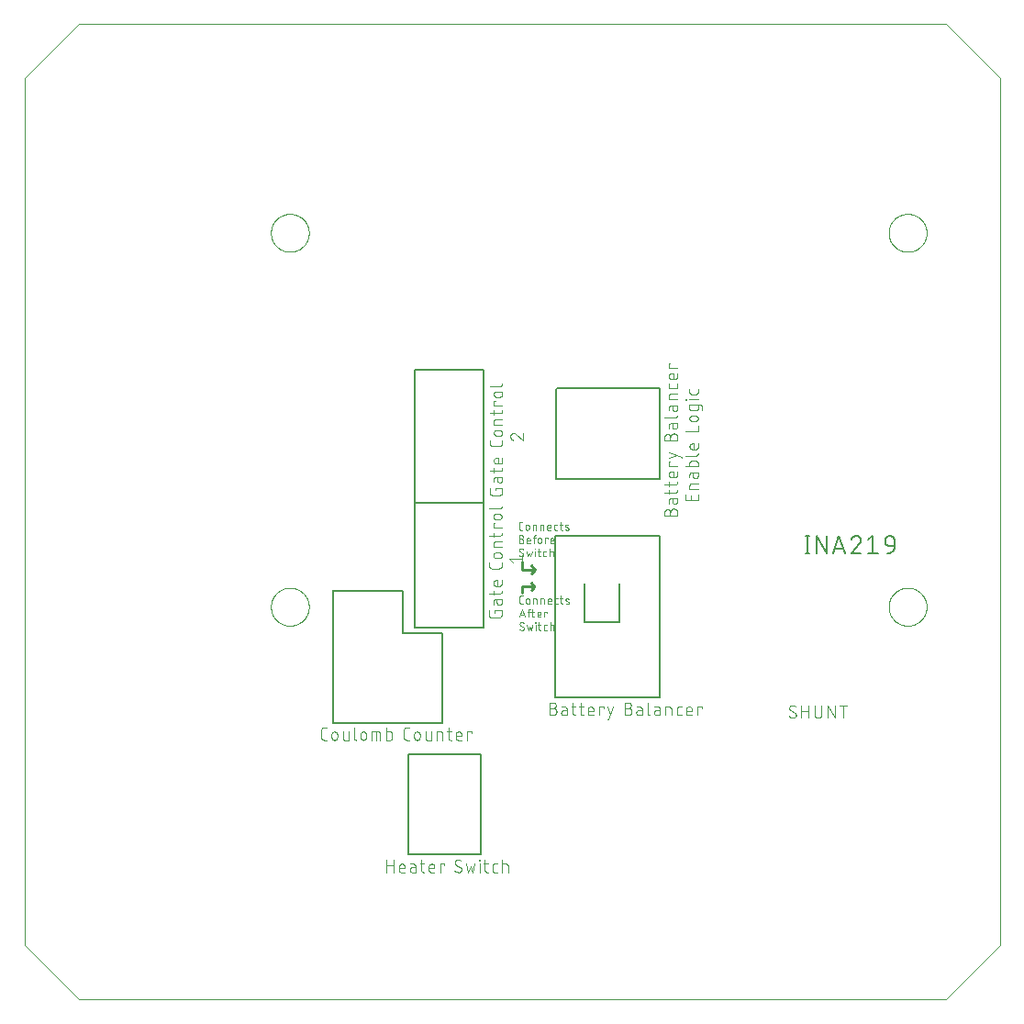
<source format=gto>
G75*
%MOIN*%
%OFA0B0*%
%FSLAX25Y25*%
%IPPOS*%
%LPD*%
%AMOC8*
5,1,8,0,0,1.08239X$1,22.5*
%
%ADD10C,0.00600*%
%ADD11C,0.00800*%
%ADD12C,0.00400*%
%ADD13C,0.00300*%
%ADD14C,0.01000*%
%ADD15C,0.00000*%
%ADD16C,0.00500*%
D10*
X0286936Y0163314D02*
X0288358Y0163314D01*
X0287647Y0163314D02*
X0287647Y0169714D01*
X0286936Y0169714D02*
X0288358Y0169714D01*
X0290998Y0169714D02*
X0290998Y0163314D01*
X0294553Y0163314D02*
X0290998Y0169714D01*
X0294553Y0169714D02*
X0294553Y0163314D01*
X0297002Y0163314D02*
X0299135Y0169714D01*
X0301268Y0163314D01*
X0300735Y0164914D02*
X0297535Y0164914D01*
X0303511Y0163314D02*
X0307067Y0163314D01*
X0309665Y0163314D02*
X0313221Y0163314D01*
X0311443Y0163314D02*
X0311443Y0169714D01*
X0309665Y0168292D01*
X0306533Y0166870D02*
X0303511Y0163314D01*
X0303511Y0168292D02*
X0303540Y0168377D01*
X0303573Y0168460D01*
X0303610Y0168541D01*
X0303650Y0168621D01*
X0303693Y0168698D01*
X0303740Y0168774D01*
X0303790Y0168848D01*
X0303843Y0168920D01*
X0303899Y0168989D01*
X0303958Y0169056D01*
X0304020Y0169120D01*
X0304085Y0169181D01*
X0304152Y0169240D01*
X0304222Y0169295D01*
X0304294Y0169348D01*
X0304368Y0169397D01*
X0304445Y0169443D01*
X0304523Y0169485D01*
X0304603Y0169525D01*
X0304685Y0169560D01*
X0304768Y0169593D01*
X0304852Y0169621D01*
X0304938Y0169646D01*
X0305025Y0169667D01*
X0305112Y0169684D01*
X0305200Y0169698D01*
X0305289Y0169707D01*
X0305378Y0169713D01*
X0305467Y0169715D01*
X0305467Y0169714D02*
X0305546Y0169712D01*
X0305624Y0169706D01*
X0305702Y0169697D01*
X0305779Y0169683D01*
X0305856Y0169666D01*
X0305931Y0169645D01*
X0306006Y0169620D01*
X0306079Y0169592D01*
X0306151Y0169560D01*
X0306221Y0169525D01*
X0306290Y0169486D01*
X0306356Y0169444D01*
X0306420Y0169399D01*
X0306482Y0169351D01*
X0306541Y0169300D01*
X0306598Y0169245D01*
X0306653Y0169188D01*
X0306704Y0169129D01*
X0306752Y0169067D01*
X0306797Y0169003D01*
X0306839Y0168937D01*
X0306878Y0168868D01*
X0306913Y0168798D01*
X0306945Y0168726D01*
X0306973Y0168653D01*
X0306998Y0168578D01*
X0307019Y0168503D01*
X0307036Y0168426D01*
X0307050Y0168349D01*
X0307059Y0168271D01*
X0307065Y0168193D01*
X0307067Y0168114D01*
X0307065Y0168032D01*
X0307059Y0167950D01*
X0307049Y0167869D01*
X0307036Y0167788D01*
X0307018Y0167708D01*
X0306997Y0167629D01*
X0306972Y0167551D01*
X0306944Y0167475D01*
X0306911Y0167399D01*
X0306876Y0167326D01*
X0306836Y0167254D01*
X0306794Y0167184D01*
X0306748Y0167116D01*
X0306699Y0167051D01*
X0306647Y0166988D01*
X0306591Y0166927D01*
X0306534Y0166869D01*
X0315819Y0167581D02*
X0315819Y0167936D01*
X0315819Y0167581D02*
X0315821Y0167507D01*
X0315827Y0167432D01*
X0315837Y0167359D01*
X0315850Y0167285D01*
X0315867Y0167213D01*
X0315889Y0167142D01*
X0315913Y0167071D01*
X0315942Y0167003D01*
X0315974Y0166935D01*
X0316010Y0166870D01*
X0316048Y0166807D01*
X0316091Y0166745D01*
X0316136Y0166686D01*
X0316184Y0166629D01*
X0316235Y0166575D01*
X0316289Y0166524D01*
X0316346Y0166476D01*
X0316405Y0166431D01*
X0316467Y0166388D01*
X0316530Y0166350D01*
X0316595Y0166314D01*
X0316663Y0166282D01*
X0316731Y0166253D01*
X0316802Y0166229D01*
X0316873Y0166207D01*
X0316945Y0166190D01*
X0317019Y0166177D01*
X0317092Y0166167D01*
X0317167Y0166161D01*
X0317241Y0166159D01*
X0319375Y0166159D01*
X0319375Y0167936D01*
X0319373Y0168019D01*
X0319367Y0168102D01*
X0319357Y0168185D01*
X0319344Y0168268D01*
X0319326Y0168349D01*
X0319305Y0168430D01*
X0319280Y0168509D01*
X0319251Y0168587D01*
X0319219Y0168664D01*
X0319183Y0168739D01*
X0319144Y0168813D01*
X0319101Y0168884D01*
X0319055Y0168954D01*
X0319005Y0169021D01*
X0318953Y0169086D01*
X0318898Y0169148D01*
X0318839Y0169208D01*
X0318778Y0169265D01*
X0318715Y0169319D01*
X0318649Y0169370D01*
X0318580Y0169417D01*
X0318510Y0169462D01*
X0318437Y0169503D01*
X0318363Y0169540D01*
X0318287Y0169575D01*
X0318209Y0169605D01*
X0318131Y0169632D01*
X0318050Y0169655D01*
X0317969Y0169675D01*
X0317887Y0169690D01*
X0317805Y0169702D01*
X0317722Y0169710D01*
X0317639Y0169714D01*
X0317555Y0169714D01*
X0317472Y0169710D01*
X0317389Y0169702D01*
X0317307Y0169690D01*
X0317225Y0169675D01*
X0317144Y0169655D01*
X0317063Y0169632D01*
X0316985Y0169605D01*
X0316907Y0169575D01*
X0316831Y0169540D01*
X0316757Y0169503D01*
X0316684Y0169462D01*
X0316614Y0169417D01*
X0316545Y0169370D01*
X0316479Y0169319D01*
X0316416Y0169265D01*
X0316355Y0169208D01*
X0316296Y0169148D01*
X0316241Y0169086D01*
X0316189Y0169021D01*
X0316139Y0168954D01*
X0316093Y0168884D01*
X0316050Y0168813D01*
X0316011Y0168739D01*
X0315975Y0168664D01*
X0315943Y0168587D01*
X0315914Y0168509D01*
X0315889Y0168430D01*
X0315868Y0168349D01*
X0315850Y0168268D01*
X0315837Y0168185D01*
X0315827Y0168102D01*
X0315821Y0168019D01*
X0315819Y0167936D01*
X0319374Y0166159D02*
X0319372Y0166055D01*
X0319366Y0165951D01*
X0319357Y0165848D01*
X0319344Y0165745D01*
X0319327Y0165642D01*
X0319306Y0165541D01*
X0319282Y0165440D01*
X0319253Y0165340D01*
X0319222Y0165241D01*
X0319186Y0165143D01*
X0319147Y0165047D01*
X0319105Y0164952D01*
X0319059Y0164859D01*
X0319010Y0164767D01*
X0318958Y0164677D01*
X0318902Y0164590D01*
X0318843Y0164504D01*
X0318781Y0164421D01*
X0318716Y0164340D01*
X0318648Y0164261D01*
X0318577Y0164185D01*
X0318504Y0164112D01*
X0318428Y0164041D01*
X0318349Y0163973D01*
X0318268Y0163908D01*
X0318185Y0163846D01*
X0318099Y0163787D01*
X0318012Y0163731D01*
X0317922Y0163679D01*
X0317830Y0163630D01*
X0317737Y0163584D01*
X0317642Y0163542D01*
X0317546Y0163503D01*
X0317448Y0163467D01*
X0317349Y0163436D01*
X0317249Y0163407D01*
X0317148Y0163383D01*
X0317047Y0163362D01*
X0316944Y0163345D01*
X0316841Y0163332D01*
X0316738Y0163323D01*
X0316634Y0163317D01*
X0316530Y0163315D01*
D11*
X0234077Y0169510D02*
X0234077Y0111046D01*
X0195888Y0111046D01*
X0195888Y0169510D01*
X0234077Y0169510D01*
X0234077Y0190376D02*
X0234077Y0223250D01*
X0196479Y0223250D01*
X0196282Y0223054D02*
X0196282Y0190376D01*
X0234077Y0190376D01*
X0170101Y0181715D02*
X0170101Y0136439D01*
X0145101Y0136439D01*
X0145101Y0181715D01*
X0170101Y0181715D01*
X0170101Y0229943D01*
X0145101Y0229943D01*
X0145101Y0229746D02*
X0145101Y0181715D01*
X0140573Y0149825D02*
X0115376Y0149825D01*
X0115376Y0101597D01*
X0154943Y0101597D01*
X0154943Y0134471D01*
X0140573Y0134471D01*
X0140573Y0149825D01*
X0115376Y0150022D02*
X0115376Y0149825D01*
X0142542Y0090376D02*
X0168920Y0090376D01*
X0168920Y0053959D01*
X0142542Y0053959D01*
X0142542Y0090376D01*
D12*
X0142071Y0095498D02*
X0143093Y0095498D01*
X0142071Y0095498D02*
X0142009Y0095500D01*
X0141948Y0095505D01*
X0141887Y0095515D01*
X0141826Y0095528D01*
X0141767Y0095544D01*
X0141709Y0095564D01*
X0141652Y0095588D01*
X0141596Y0095615D01*
X0141542Y0095645D01*
X0141490Y0095679D01*
X0141441Y0095715D01*
X0141393Y0095755D01*
X0141348Y0095797D01*
X0141306Y0095842D01*
X0141266Y0095890D01*
X0141230Y0095939D01*
X0141196Y0095991D01*
X0141166Y0096045D01*
X0141139Y0096101D01*
X0141115Y0096158D01*
X0141095Y0096216D01*
X0141079Y0096275D01*
X0141066Y0096336D01*
X0141056Y0096397D01*
X0141051Y0096458D01*
X0141049Y0096520D01*
X0141049Y0099075D01*
X0141051Y0099137D01*
X0141056Y0099198D01*
X0141066Y0099259D01*
X0141079Y0099320D01*
X0141095Y0099379D01*
X0141115Y0099437D01*
X0141139Y0099494D01*
X0141166Y0099550D01*
X0141196Y0099604D01*
X0141230Y0099656D01*
X0141266Y0099705D01*
X0141306Y0099753D01*
X0141348Y0099798D01*
X0141393Y0099840D01*
X0141441Y0099879D01*
X0141490Y0099916D01*
X0141542Y0099950D01*
X0141596Y0099980D01*
X0141652Y0100007D01*
X0141709Y0100031D01*
X0141767Y0100051D01*
X0141826Y0100067D01*
X0141887Y0100080D01*
X0141948Y0100090D01*
X0142009Y0100095D01*
X0142071Y0100097D01*
X0142071Y0100098D02*
X0143093Y0100098D01*
X0144767Y0097542D02*
X0144767Y0096520D01*
X0144768Y0096520D02*
X0144770Y0096457D01*
X0144776Y0096394D01*
X0144785Y0096332D01*
X0144799Y0096271D01*
X0144816Y0096210D01*
X0144837Y0096151D01*
X0144862Y0096093D01*
X0144890Y0096036D01*
X0144921Y0095982D01*
X0144956Y0095930D01*
X0144994Y0095879D01*
X0145035Y0095831D01*
X0145079Y0095786D01*
X0145125Y0095744D01*
X0145174Y0095704D01*
X0145225Y0095668D01*
X0145279Y0095635D01*
X0145334Y0095605D01*
X0145392Y0095579D01*
X0145450Y0095556D01*
X0145510Y0095537D01*
X0145571Y0095522D01*
X0145633Y0095510D01*
X0145696Y0095502D01*
X0145759Y0095498D01*
X0145821Y0095498D01*
X0145884Y0095502D01*
X0145947Y0095510D01*
X0146009Y0095522D01*
X0146070Y0095537D01*
X0146130Y0095556D01*
X0146188Y0095579D01*
X0146246Y0095605D01*
X0146301Y0095635D01*
X0146355Y0095668D01*
X0146406Y0095704D01*
X0146455Y0095744D01*
X0146501Y0095786D01*
X0146545Y0095831D01*
X0146586Y0095879D01*
X0146624Y0095930D01*
X0146659Y0095982D01*
X0146690Y0096036D01*
X0146718Y0096093D01*
X0146743Y0096151D01*
X0146764Y0096210D01*
X0146781Y0096271D01*
X0146795Y0096332D01*
X0146804Y0096394D01*
X0146810Y0096457D01*
X0146812Y0096520D01*
X0146812Y0097542D01*
X0146810Y0097605D01*
X0146804Y0097668D01*
X0146795Y0097730D01*
X0146781Y0097791D01*
X0146764Y0097852D01*
X0146743Y0097911D01*
X0146718Y0097969D01*
X0146690Y0098026D01*
X0146659Y0098080D01*
X0146624Y0098132D01*
X0146586Y0098183D01*
X0146545Y0098231D01*
X0146501Y0098276D01*
X0146455Y0098318D01*
X0146406Y0098358D01*
X0146355Y0098394D01*
X0146301Y0098427D01*
X0146246Y0098457D01*
X0146188Y0098483D01*
X0146130Y0098506D01*
X0146070Y0098525D01*
X0146009Y0098540D01*
X0145947Y0098552D01*
X0145884Y0098560D01*
X0145821Y0098564D01*
X0145759Y0098564D01*
X0145696Y0098560D01*
X0145633Y0098552D01*
X0145571Y0098540D01*
X0145510Y0098525D01*
X0145450Y0098506D01*
X0145392Y0098483D01*
X0145334Y0098457D01*
X0145279Y0098427D01*
X0145225Y0098394D01*
X0145174Y0098358D01*
X0145125Y0098318D01*
X0145079Y0098276D01*
X0145035Y0098231D01*
X0144994Y0098183D01*
X0144956Y0098132D01*
X0144921Y0098080D01*
X0144890Y0098026D01*
X0144862Y0097969D01*
X0144837Y0097911D01*
X0144816Y0097852D01*
X0144799Y0097791D01*
X0144785Y0097730D01*
X0144776Y0097668D01*
X0144770Y0097605D01*
X0144768Y0097542D01*
X0148817Y0098564D02*
X0148817Y0096264D01*
X0148819Y0096209D01*
X0148825Y0096155D01*
X0148835Y0096101D01*
X0148848Y0096048D01*
X0148865Y0095996D01*
X0148886Y0095945D01*
X0148911Y0095896D01*
X0148939Y0095849D01*
X0148970Y0095804D01*
X0149004Y0095762D01*
X0149042Y0095722D01*
X0149082Y0095684D01*
X0149124Y0095650D01*
X0149169Y0095619D01*
X0149216Y0095591D01*
X0149265Y0095566D01*
X0149316Y0095545D01*
X0149368Y0095528D01*
X0149421Y0095515D01*
X0149475Y0095505D01*
X0149529Y0095499D01*
X0149584Y0095497D01*
X0149584Y0095498D02*
X0150862Y0095498D01*
X0150862Y0098564D01*
X0153017Y0098564D02*
X0154295Y0098564D01*
X0154295Y0098565D02*
X0154350Y0098563D01*
X0154404Y0098557D01*
X0154458Y0098547D01*
X0154511Y0098534D01*
X0154563Y0098517D01*
X0154614Y0098496D01*
X0154663Y0098471D01*
X0154710Y0098443D01*
X0154755Y0098412D01*
X0154797Y0098378D01*
X0154837Y0098340D01*
X0154875Y0098300D01*
X0154909Y0098258D01*
X0154940Y0098213D01*
X0154968Y0098166D01*
X0154993Y0098117D01*
X0155014Y0098066D01*
X0155031Y0098014D01*
X0155044Y0097961D01*
X0155054Y0097907D01*
X0155060Y0097853D01*
X0155062Y0097798D01*
X0155062Y0095498D01*
X0153017Y0095498D02*
X0153017Y0098564D01*
X0156687Y0098564D02*
X0158220Y0098564D01*
X0157198Y0100098D02*
X0157198Y0096264D01*
X0157197Y0096264D02*
X0157199Y0096209D01*
X0157205Y0096155D01*
X0157215Y0096101D01*
X0157228Y0096048D01*
X0157245Y0095996D01*
X0157266Y0095945D01*
X0157291Y0095896D01*
X0157319Y0095849D01*
X0157350Y0095804D01*
X0157384Y0095762D01*
X0157422Y0095722D01*
X0157462Y0095684D01*
X0157504Y0095650D01*
X0157549Y0095619D01*
X0157596Y0095591D01*
X0157645Y0095566D01*
X0157696Y0095545D01*
X0157748Y0095528D01*
X0157801Y0095515D01*
X0157855Y0095505D01*
X0157909Y0095499D01*
X0157964Y0095497D01*
X0157964Y0095498D02*
X0158220Y0095498D01*
X0159917Y0096264D02*
X0159917Y0097542D01*
X0159917Y0097031D02*
X0161962Y0097031D01*
X0161962Y0097542D01*
X0161960Y0097605D01*
X0161954Y0097668D01*
X0161945Y0097730D01*
X0161931Y0097791D01*
X0161914Y0097852D01*
X0161893Y0097911D01*
X0161868Y0097969D01*
X0161840Y0098026D01*
X0161809Y0098080D01*
X0161774Y0098132D01*
X0161736Y0098183D01*
X0161695Y0098231D01*
X0161651Y0098276D01*
X0161605Y0098318D01*
X0161556Y0098358D01*
X0161505Y0098394D01*
X0161451Y0098427D01*
X0161396Y0098457D01*
X0161338Y0098483D01*
X0161280Y0098506D01*
X0161220Y0098525D01*
X0161159Y0098540D01*
X0161097Y0098552D01*
X0161034Y0098560D01*
X0160971Y0098564D01*
X0160909Y0098564D01*
X0160846Y0098560D01*
X0160783Y0098552D01*
X0160721Y0098540D01*
X0160660Y0098525D01*
X0160600Y0098506D01*
X0160542Y0098483D01*
X0160484Y0098457D01*
X0160429Y0098427D01*
X0160375Y0098394D01*
X0160324Y0098358D01*
X0160275Y0098318D01*
X0160229Y0098276D01*
X0160185Y0098231D01*
X0160144Y0098183D01*
X0160106Y0098132D01*
X0160071Y0098080D01*
X0160040Y0098026D01*
X0160012Y0097969D01*
X0159987Y0097911D01*
X0159966Y0097852D01*
X0159949Y0097791D01*
X0159935Y0097730D01*
X0159926Y0097668D01*
X0159920Y0097605D01*
X0159918Y0097542D01*
X0159917Y0096264D02*
X0159919Y0096209D01*
X0159925Y0096155D01*
X0159935Y0096101D01*
X0159948Y0096048D01*
X0159965Y0095996D01*
X0159986Y0095945D01*
X0160011Y0095896D01*
X0160039Y0095849D01*
X0160070Y0095804D01*
X0160104Y0095762D01*
X0160142Y0095722D01*
X0160182Y0095684D01*
X0160224Y0095650D01*
X0160269Y0095619D01*
X0160316Y0095591D01*
X0160365Y0095566D01*
X0160416Y0095545D01*
X0160468Y0095528D01*
X0160521Y0095515D01*
X0160575Y0095505D01*
X0160629Y0095499D01*
X0160684Y0095497D01*
X0160684Y0095498D02*
X0161962Y0095498D01*
X0163994Y0095498D02*
X0163994Y0098564D01*
X0165527Y0098564D01*
X0165527Y0098053D01*
X0136785Y0097798D02*
X0136785Y0096264D01*
X0136783Y0096209D01*
X0136777Y0096155D01*
X0136767Y0096101D01*
X0136754Y0096048D01*
X0136737Y0095996D01*
X0136716Y0095945D01*
X0136691Y0095896D01*
X0136663Y0095849D01*
X0136632Y0095804D01*
X0136598Y0095762D01*
X0136560Y0095722D01*
X0136520Y0095684D01*
X0136478Y0095650D01*
X0136433Y0095619D01*
X0136386Y0095591D01*
X0136337Y0095566D01*
X0136286Y0095545D01*
X0136234Y0095528D01*
X0136181Y0095515D01*
X0136127Y0095505D01*
X0136073Y0095499D01*
X0136018Y0095497D01*
X0136018Y0095498D02*
X0134741Y0095498D01*
X0134741Y0100098D01*
X0134741Y0098564D02*
X0136018Y0098564D01*
X0136018Y0098565D02*
X0136073Y0098563D01*
X0136127Y0098557D01*
X0136181Y0098547D01*
X0136234Y0098534D01*
X0136286Y0098517D01*
X0136337Y0098496D01*
X0136386Y0098471D01*
X0136433Y0098443D01*
X0136478Y0098412D01*
X0136520Y0098378D01*
X0136560Y0098340D01*
X0136598Y0098300D01*
X0136632Y0098258D01*
X0136663Y0098213D01*
X0136691Y0098166D01*
X0136716Y0098117D01*
X0136737Y0098066D01*
X0136754Y0098014D01*
X0136767Y0097961D01*
X0136777Y0097907D01*
X0136783Y0097853D01*
X0136785Y0097798D01*
X0132473Y0097798D02*
X0132473Y0095498D01*
X0130940Y0095498D02*
X0130940Y0098564D01*
X0131706Y0098564D02*
X0129406Y0098564D01*
X0129406Y0095498D01*
X0127312Y0096520D02*
X0127312Y0097542D01*
X0127310Y0097605D01*
X0127304Y0097668D01*
X0127295Y0097730D01*
X0127281Y0097791D01*
X0127264Y0097852D01*
X0127243Y0097911D01*
X0127218Y0097969D01*
X0127190Y0098026D01*
X0127159Y0098080D01*
X0127124Y0098132D01*
X0127086Y0098183D01*
X0127045Y0098231D01*
X0127001Y0098276D01*
X0126955Y0098318D01*
X0126906Y0098358D01*
X0126855Y0098394D01*
X0126801Y0098427D01*
X0126746Y0098457D01*
X0126688Y0098483D01*
X0126630Y0098506D01*
X0126570Y0098525D01*
X0126509Y0098540D01*
X0126447Y0098552D01*
X0126384Y0098560D01*
X0126321Y0098564D01*
X0126259Y0098564D01*
X0126196Y0098560D01*
X0126133Y0098552D01*
X0126071Y0098540D01*
X0126010Y0098525D01*
X0125950Y0098506D01*
X0125892Y0098483D01*
X0125834Y0098457D01*
X0125779Y0098427D01*
X0125725Y0098394D01*
X0125674Y0098358D01*
X0125625Y0098318D01*
X0125579Y0098276D01*
X0125535Y0098231D01*
X0125494Y0098183D01*
X0125456Y0098132D01*
X0125421Y0098080D01*
X0125390Y0098026D01*
X0125362Y0097969D01*
X0125337Y0097911D01*
X0125316Y0097852D01*
X0125299Y0097791D01*
X0125285Y0097730D01*
X0125276Y0097668D01*
X0125270Y0097605D01*
X0125268Y0097542D01*
X0125267Y0097542D02*
X0125267Y0096520D01*
X0125268Y0096520D02*
X0125270Y0096457D01*
X0125276Y0096394D01*
X0125285Y0096332D01*
X0125299Y0096271D01*
X0125316Y0096210D01*
X0125337Y0096151D01*
X0125362Y0096093D01*
X0125390Y0096036D01*
X0125421Y0095982D01*
X0125456Y0095930D01*
X0125494Y0095879D01*
X0125535Y0095831D01*
X0125579Y0095786D01*
X0125625Y0095744D01*
X0125674Y0095704D01*
X0125725Y0095668D01*
X0125779Y0095635D01*
X0125834Y0095605D01*
X0125892Y0095579D01*
X0125950Y0095556D01*
X0126010Y0095537D01*
X0126071Y0095522D01*
X0126133Y0095510D01*
X0126196Y0095502D01*
X0126259Y0095498D01*
X0126321Y0095498D01*
X0126384Y0095502D01*
X0126447Y0095510D01*
X0126509Y0095522D01*
X0126570Y0095537D01*
X0126630Y0095556D01*
X0126688Y0095579D01*
X0126746Y0095605D01*
X0126801Y0095635D01*
X0126855Y0095668D01*
X0126906Y0095704D01*
X0126955Y0095744D01*
X0127001Y0095786D01*
X0127045Y0095831D01*
X0127086Y0095879D01*
X0127124Y0095930D01*
X0127159Y0095982D01*
X0127190Y0096036D01*
X0127218Y0096093D01*
X0127243Y0096151D01*
X0127264Y0096210D01*
X0127281Y0096271D01*
X0127295Y0096332D01*
X0127304Y0096394D01*
X0127310Y0096457D01*
X0127312Y0096520D01*
X0123693Y0095497D02*
X0123638Y0095499D01*
X0123584Y0095505D01*
X0123530Y0095515D01*
X0123477Y0095528D01*
X0123425Y0095545D01*
X0123374Y0095566D01*
X0123325Y0095591D01*
X0123278Y0095619D01*
X0123233Y0095650D01*
X0123191Y0095684D01*
X0123151Y0095722D01*
X0123113Y0095762D01*
X0123079Y0095804D01*
X0123048Y0095849D01*
X0123020Y0095896D01*
X0122995Y0095945D01*
X0122974Y0095996D01*
X0122957Y0096048D01*
X0122944Y0096101D01*
X0122934Y0096155D01*
X0122928Y0096209D01*
X0122926Y0096264D01*
X0122926Y0100098D01*
X0120862Y0098564D02*
X0120862Y0095498D01*
X0119584Y0095498D01*
X0119584Y0095497D02*
X0119529Y0095499D01*
X0119475Y0095505D01*
X0119421Y0095515D01*
X0119368Y0095528D01*
X0119316Y0095545D01*
X0119265Y0095566D01*
X0119216Y0095591D01*
X0119169Y0095619D01*
X0119124Y0095650D01*
X0119082Y0095684D01*
X0119042Y0095722D01*
X0119004Y0095762D01*
X0118970Y0095804D01*
X0118939Y0095849D01*
X0118911Y0095896D01*
X0118886Y0095945D01*
X0118865Y0095996D01*
X0118848Y0096048D01*
X0118835Y0096101D01*
X0118825Y0096155D01*
X0118819Y0096209D01*
X0118817Y0096264D01*
X0118817Y0098564D01*
X0116812Y0097542D02*
X0116812Y0096520D01*
X0116810Y0096457D01*
X0116804Y0096394D01*
X0116795Y0096332D01*
X0116781Y0096271D01*
X0116764Y0096210D01*
X0116743Y0096151D01*
X0116718Y0096093D01*
X0116690Y0096036D01*
X0116659Y0095982D01*
X0116624Y0095930D01*
X0116586Y0095879D01*
X0116545Y0095831D01*
X0116501Y0095786D01*
X0116455Y0095744D01*
X0116406Y0095704D01*
X0116355Y0095668D01*
X0116301Y0095635D01*
X0116246Y0095605D01*
X0116188Y0095579D01*
X0116130Y0095556D01*
X0116070Y0095537D01*
X0116009Y0095522D01*
X0115947Y0095510D01*
X0115884Y0095502D01*
X0115821Y0095498D01*
X0115759Y0095498D01*
X0115696Y0095502D01*
X0115633Y0095510D01*
X0115571Y0095522D01*
X0115510Y0095537D01*
X0115450Y0095556D01*
X0115392Y0095579D01*
X0115334Y0095605D01*
X0115279Y0095635D01*
X0115225Y0095668D01*
X0115174Y0095704D01*
X0115125Y0095744D01*
X0115079Y0095786D01*
X0115035Y0095831D01*
X0114994Y0095879D01*
X0114956Y0095930D01*
X0114921Y0095982D01*
X0114890Y0096036D01*
X0114862Y0096093D01*
X0114837Y0096151D01*
X0114816Y0096210D01*
X0114799Y0096271D01*
X0114785Y0096332D01*
X0114776Y0096394D01*
X0114770Y0096457D01*
X0114768Y0096520D01*
X0114767Y0096520D02*
X0114767Y0097542D01*
X0114768Y0097542D02*
X0114770Y0097605D01*
X0114776Y0097668D01*
X0114785Y0097730D01*
X0114799Y0097791D01*
X0114816Y0097852D01*
X0114837Y0097911D01*
X0114862Y0097969D01*
X0114890Y0098026D01*
X0114921Y0098080D01*
X0114956Y0098132D01*
X0114994Y0098183D01*
X0115035Y0098231D01*
X0115079Y0098276D01*
X0115125Y0098318D01*
X0115174Y0098358D01*
X0115225Y0098394D01*
X0115279Y0098427D01*
X0115334Y0098457D01*
X0115392Y0098483D01*
X0115450Y0098506D01*
X0115510Y0098525D01*
X0115571Y0098540D01*
X0115633Y0098552D01*
X0115696Y0098560D01*
X0115759Y0098564D01*
X0115821Y0098564D01*
X0115884Y0098560D01*
X0115947Y0098552D01*
X0116009Y0098540D01*
X0116070Y0098525D01*
X0116130Y0098506D01*
X0116188Y0098483D01*
X0116246Y0098457D01*
X0116301Y0098427D01*
X0116355Y0098394D01*
X0116406Y0098358D01*
X0116455Y0098318D01*
X0116501Y0098276D01*
X0116545Y0098231D01*
X0116586Y0098183D01*
X0116624Y0098132D01*
X0116659Y0098080D01*
X0116690Y0098026D01*
X0116718Y0097969D01*
X0116743Y0097911D01*
X0116764Y0097852D01*
X0116781Y0097791D01*
X0116795Y0097730D01*
X0116804Y0097668D01*
X0116810Y0097605D01*
X0116812Y0097542D01*
X0113093Y0095498D02*
X0112071Y0095498D01*
X0112009Y0095500D01*
X0111948Y0095505D01*
X0111887Y0095515D01*
X0111826Y0095528D01*
X0111767Y0095544D01*
X0111709Y0095564D01*
X0111652Y0095588D01*
X0111596Y0095615D01*
X0111542Y0095645D01*
X0111490Y0095679D01*
X0111441Y0095715D01*
X0111393Y0095755D01*
X0111348Y0095797D01*
X0111306Y0095842D01*
X0111266Y0095890D01*
X0111230Y0095939D01*
X0111196Y0095991D01*
X0111166Y0096045D01*
X0111139Y0096101D01*
X0111115Y0096158D01*
X0111095Y0096216D01*
X0111079Y0096275D01*
X0111066Y0096336D01*
X0111056Y0096397D01*
X0111051Y0096458D01*
X0111049Y0096520D01*
X0111049Y0099075D01*
X0111051Y0099137D01*
X0111056Y0099198D01*
X0111066Y0099259D01*
X0111079Y0099320D01*
X0111095Y0099379D01*
X0111115Y0099437D01*
X0111139Y0099494D01*
X0111166Y0099550D01*
X0111196Y0099604D01*
X0111230Y0099656D01*
X0111266Y0099705D01*
X0111306Y0099753D01*
X0111348Y0099798D01*
X0111393Y0099840D01*
X0111441Y0099879D01*
X0111490Y0099916D01*
X0111542Y0099950D01*
X0111596Y0099980D01*
X0111652Y0100007D01*
X0111709Y0100031D01*
X0111767Y0100051D01*
X0111826Y0100067D01*
X0111887Y0100080D01*
X0111948Y0100090D01*
X0112009Y0100095D01*
X0112071Y0100097D01*
X0112071Y0100098D02*
X0113093Y0100098D01*
X0131706Y0098565D02*
X0131761Y0098563D01*
X0131815Y0098557D01*
X0131869Y0098547D01*
X0131922Y0098534D01*
X0131974Y0098517D01*
X0132025Y0098496D01*
X0132074Y0098471D01*
X0132121Y0098443D01*
X0132166Y0098412D01*
X0132208Y0098378D01*
X0132248Y0098340D01*
X0132286Y0098300D01*
X0132320Y0098258D01*
X0132351Y0098213D01*
X0132379Y0098166D01*
X0132404Y0098117D01*
X0132425Y0098066D01*
X0132442Y0098014D01*
X0132455Y0097961D01*
X0132465Y0097907D01*
X0132471Y0097853D01*
X0132473Y0097798D01*
X0171974Y0141008D02*
X0171974Y0142541D01*
X0171974Y0141008D02*
X0171976Y0140946D01*
X0171981Y0140885D01*
X0171991Y0140824D01*
X0172004Y0140763D01*
X0172020Y0140704D01*
X0172040Y0140646D01*
X0172064Y0140589D01*
X0172091Y0140533D01*
X0172121Y0140479D01*
X0172155Y0140427D01*
X0172192Y0140378D01*
X0172231Y0140330D01*
X0172273Y0140285D01*
X0172318Y0140243D01*
X0172366Y0140203D01*
X0172415Y0140167D01*
X0172467Y0140133D01*
X0172521Y0140103D01*
X0172577Y0140076D01*
X0172634Y0140052D01*
X0172692Y0140032D01*
X0172751Y0140016D01*
X0172812Y0140003D01*
X0172873Y0139993D01*
X0172934Y0139988D01*
X0172996Y0139986D01*
X0175552Y0139986D01*
X0175614Y0139988D01*
X0175675Y0139993D01*
X0175736Y0140003D01*
X0175797Y0140016D01*
X0175856Y0140032D01*
X0175914Y0140052D01*
X0175971Y0140076D01*
X0176027Y0140103D01*
X0176081Y0140133D01*
X0176133Y0140167D01*
X0176182Y0140203D01*
X0176230Y0140243D01*
X0176275Y0140285D01*
X0176317Y0140330D01*
X0176357Y0140378D01*
X0176393Y0140427D01*
X0176427Y0140479D01*
X0176457Y0140533D01*
X0176484Y0140589D01*
X0176508Y0140646D01*
X0176528Y0140704D01*
X0176544Y0140763D01*
X0176557Y0140824D01*
X0176567Y0140885D01*
X0176572Y0140946D01*
X0176574Y0141008D01*
X0176574Y0142541D01*
X0174018Y0142541D01*
X0174018Y0141775D01*
X0173507Y0144824D02*
X0173507Y0145846D01*
X0173509Y0145901D01*
X0173515Y0145955D01*
X0173525Y0146009D01*
X0173538Y0146062D01*
X0173555Y0146114D01*
X0173576Y0146165D01*
X0173601Y0146214D01*
X0173629Y0146261D01*
X0173660Y0146306D01*
X0173694Y0146348D01*
X0173732Y0146388D01*
X0173772Y0146426D01*
X0173814Y0146460D01*
X0173859Y0146491D01*
X0173906Y0146519D01*
X0173955Y0146544D01*
X0174006Y0146565D01*
X0174058Y0146582D01*
X0174111Y0146595D01*
X0174165Y0146605D01*
X0174219Y0146611D01*
X0174274Y0146613D01*
X0176574Y0146613D01*
X0176574Y0145463D01*
X0176572Y0145405D01*
X0176566Y0145346D01*
X0176557Y0145289D01*
X0176544Y0145232D01*
X0176527Y0145176D01*
X0176506Y0145121D01*
X0176482Y0145068D01*
X0176454Y0145016D01*
X0176423Y0144966D01*
X0176389Y0144919D01*
X0176352Y0144874D01*
X0176312Y0144831D01*
X0176269Y0144791D01*
X0176224Y0144754D01*
X0176177Y0144720D01*
X0176127Y0144689D01*
X0176075Y0144661D01*
X0176022Y0144637D01*
X0175967Y0144616D01*
X0175911Y0144599D01*
X0175854Y0144586D01*
X0175797Y0144577D01*
X0175738Y0144571D01*
X0175680Y0144569D01*
X0175622Y0144571D01*
X0175563Y0144577D01*
X0175506Y0144586D01*
X0175449Y0144599D01*
X0175393Y0144616D01*
X0175338Y0144637D01*
X0175285Y0144661D01*
X0175233Y0144689D01*
X0175183Y0144720D01*
X0175136Y0144754D01*
X0175091Y0144791D01*
X0175048Y0144831D01*
X0175008Y0144874D01*
X0174971Y0144919D01*
X0174937Y0144966D01*
X0174906Y0145016D01*
X0174878Y0145068D01*
X0174854Y0145121D01*
X0174833Y0145176D01*
X0174816Y0145232D01*
X0174803Y0145289D01*
X0174794Y0145346D01*
X0174788Y0145405D01*
X0174786Y0145463D01*
X0174785Y0145463D02*
X0174785Y0146613D01*
X0173507Y0148261D02*
X0173507Y0149794D01*
X0171974Y0148772D02*
X0175807Y0148772D01*
X0175807Y0148771D02*
X0175862Y0148773D01*
X0175916Y0148779D01*
X0175970Y0148789D01*
X0176023Y0148802D01*
X0176075Y0148819D01*
X0176126Y0148840D01*
X0176175Y0148865D01*
X0176222Y0148893D01*
X0176267Y0148924D01*
X0176309Y0148958D01*
X0176349Y0148996D01*
X0176387Y0149036D01*
X0176421Y0149078D01*
X0176452Y0149123D01*
X0176480Y0149170D01*
X0176505Y0149219D01*
X0176526Y0149270D01*
X0176543Y0149322D01*
X0176556Y0149375D01*
X0176566Y0149429D01*
X0176572Y0149483D01*
X0176574Y0149538D01*
X0176574Y0149794D01*
X0175807Y0151491D02*
X0174530Y0151491D01*
X0175041Y0151491D02*
X0175041Y0153536D01*
X0174530Y0153536D01*
X0174467Y0153534D01*
X0174404Y0153528D01*
X0174342Y0153519D01*
X0174281Y0153505D01*
X0174220Y0153488D01*
X0174161Y0153467D01*
X0174103Y0153442D01*
X0174046Y0153414D01*
X0173992Y0153383D01*
X0173940Y0153348D01*
X0173889Y0153310D01*
X0173841Y0153269D01*
X0173796Y0153225D01*
X0173754Y0153179D01*
X0173714Y0153130D01*
X0173678Y0153079D01*
X0173645Y0153025D01*
X0173615Y0152970D01*
X0173589Y0152912D01*
X0173566Y0152854D01*
X0173547Y0152794D01*
X0173532Y0152733D01*
X0173520Y0152671D01*
X0173512Y0152608D01*
X0173508Y0152545D01*
X0173508Y0152483D01*
X0173512Y0152420D01*
X0173520Y0152357D01*
X0173532Y0152295D01*
X0173547Y0152234D01*
X0173566Y0152174D01*
X0173589Y0152116D01*
X0173615Y0152058D01*
X0173645Y0152003D01*
X0173678Y0151949D01*
X0173714Y0151898D01*
X0173754Y0151849D01*
X0173796Y0151803D01*
X0173841Y0151759D01*
X0173889Y0151718D01*
X0173940Y0151680D01*
X0173992Y0151645D01*
X0174046Y0151614D01*
X0174103Y0151586D01*
X0174161Y0151561D01*
X0174220Y0151540D01*
X0174281Y0151523D01*
X0174342Y0151509D01*
X0174404Y0151500D01*
X0174467Y0151494D01*
X0174530Y0151492D01*
X0175807Y0151491D02*
X0175862Y0151493D01*
X0175916Y0151499D01*
X0175970Y0151509D01*
X0176023Y0151522D01*
X0176075Y0151539D01*
X0176126Y0151560D01*
X0176175Y0151585D01*
X0176222Y0151613D01*
X0176267Y0151644D01*
X0176309Y0151678D01*
X0176349Y0151716D01*
X0176387Y0151756D01*
X0176421Y0151798D01*
X0176452Y0151843D01*
X0176480Y0151890D01*
X0176505Y0151939D01*
X0176526Y0151990D01*
X0176543Y0152042D01*
X0176556Y0152095D01*
X0176566Y0152149D01*
X0176572Y0152203D01*
X0176574Y0152258D01*
X0176574Y0153536D01*
X0175552Y0157823D02*
X0172996Y0157823D01*
X0172934Y0157825D01*
X0172873Y0157830D01*
X0172812Y0157840D01*
X0172751Y0157853D01*
X0172692Y0157869D01*
X0172634Y0157889D01*
X0172577Y0157913D01*
X0172521Y0157940D01*
X0172467Y0157970D01*
X0172415Y0158004D01*
X0172366Y0158040D01*
X0172318Y0158080D01*
X0172273Y0158122D01*
X0172231Y0158167D01*
X0172192Y0158215D01*
X0172155Y0158264D01*
X0172121Y0158316D01*
X0172091Y0158370D01*
X0172064Y0158426D01*
X0172040Y0158483D01*
X0172020Y0158541D01*
X0172004Y0158600D01*
X0171991Y0158661D01*
X0171981Y0158722D01*
X0171976Y0158783D01*
X0171974Y0158845D01*
X0171974Y0159867D01*
X0174530Y0161541D02*
X0175552Y0161541D01*
X0175552Y0161542D02*
X0175615Y0161544D01*
X0175678Y0161550D01*
X0175740Y0161559D01*
X0175801Y0161573D01*
X0175862Y0161590D01*
X0175921Y0161611D01*
X0175979Y0161636D01*
X0176036Y0161664D01*
X0176090Y0161695D01*
X0176142Y0161730D01*
X0176193Y0161768D01*
X0176241Y0161809D01*
X0176286Y0161853D01*
X0176328Y0161899D01*
X0176368Y0161948D01*
X0176404Y0161999D01*
X0176437Y0162053D01*
X0176467Y0162108D01*
X0176493Y0162166D01*
X0176516Y0162224D01*
X0176535Y0162284D01*
X0176550Y0162345D01*
X0176562Y0162407D01*
X0176570Y0162470D01*
X0176574Y0162533D01*
X0176574Y0162595D01*
X0176570Y0162658D01*
X0176562Y0162721D01*
X0176550Y0162783D01*
X0176535Y0162844D01*
X0176516Y0162904D01*
X0176493Y0162962D01*
X0176467Y0163020D01*
X0176437Y0163075D01*
X0176404Y0163129D01*
X0176368Y0163180D01*
X0176328Y0163229D01*
X0176286Y0163275D01*
X0176241Y0163319D01*
X0176193Y0163360D01*
X0176142Y0163398D01*
X0176090Y0163433D01*
X0176036Y0163464D01*
X0175979Y0163492D01*
X0175921Y0163517D01*
X0175862Y0163538D01*
X0175801Y0163555D01*
X0175740Y0163569D01*
X0175678Y0163578D01*
X0175615Y0163584D01*
X0175552Y0163586D01*
X0174530Y0163586D01*
X0174467Y0163584D01*
X0174404Y0163578D01*
X0174342Y0163569D01*
X0174281Y0163555D01*
X0174220Y0163538D01*
X0174161Y0163517D01*
X0174103Y0163492D01*
X0174046Y0163464D01*
X0173992Y0163433D01*
X0173940Y0163398D01*
X0173889Y0163360D01*
X0173841Y0163319D01*
X0173796Y0163275D01*
X0173754Y0163229D01*
X0173714Y0163180D01*
X0173678Y0163129D01*
X0173645Y0163075D01*
X0173615Y0163020D01*
X0173589Y0162962D01*
X0173566Y0162904D01*
X0173547Y0162844D01*
X0173532Y0162783D01*
X0173520Y0162721D01*
X0173512Y0162658D01*
X0173508Y0162595D01*
X0173508Y0162533D01*
X0173512Y0162470D01*
X0173520Y0162407D01*
X0173532Y0162345D01*
X0173547Y0162284D01*
X0173566Y0162224D01*
X0173589Y0162166D01*
X0173615Y0162108D01*
X0173645Y0162053D01*
X0173678Y0161999D01*
X0173714Y0161948D01*
X0173754Y0161899D01*
X0173796Y0161853D01*
X0173841Y0161809D01*
X0173889Y0161768D01*
X0173940Y0161730D01*
X0173992Y0161695D01*
X0174046Y0161664D01*
X0174103Y0161636D01*
X0174161Y0161611D01*
X0174220Y0161590D01*
X0174281Y0161573D01*
X0174342Y0161559D01*
X0174404Y0161550D01*
X0174467Y0161544D01*
X0174530Y0161542D01*
X0176574Y0159867D02*
X0176574Y0158845D01*
X0176572Y0158783D01*
X0176567Y0158722D01*
X0176557Y0158661D01*
X0176544Y0158600D01*
X0176528Y0158541D01*
X0176508Y0158483D01*
X0176484Y0158426D01*
X0176457Y0158370D01*
X0176427Y0158316D01*
X0176393Y0158264D01*
X0176357Y0158215D01*
X0176317Y0158167D01*
X0176275Y0158122D01*
X0176230Y0158080D01*
X0176182Y0158040D01*
X0176133Y0158004D01*
X0176081Y0157970D01*
X0176027Y0157940D01*
X0175971Y0157913D01*
X0175914Y0157889D01*
X0175856Y0157869D01*
X0175797Y0157853D01*
X0175736Y0157840D01*
X0175675Y0157830D01*
X0175614Y0157825D01*
X0175552Y0157823D01*
X0179474Y0161258D02*
X0184074Y0161258D01*
X0184074Y0159980D02*
X0184074Y0162536D01*
X0180496Y0159980D02*
X0179474Y0161258D01*
X0176574Y0165591D02*
X0173507Y0165591D01*
X0173507Y0166869D01*
X0173509Y0166924D01*
X0173515Y0166978D01*
X0173525Y0167032D01*
X0173538Y0167085D01*
X0173555Y0167137D01*
X0173576Y0167188D01*
X0173601Y0167237D01*
X0173629Y0167284D01*
X0173660Y0167329D01*
X0173694Y0167371D01*
X0173732Y0167411D01*
X0173772Y0167449D01*
X0173814Y0167483D01*
X0173859Y0167514D01*
X0173906Y0167542D01*
X0173955Y0167567D01*
X0174006Y0167588D01*
X0174058Y0167605D01*
X0174111Y0167618D01*
X0174165Y0167628D01*
X0174219Y0167634D01*
X0174274Y0167636D01*
X0176574Y0167636D01*
X0175807Y0169772D02*
X0171974Y0169772D01*
X0173507Y0169261D02*
X0173507Y0170794D01*
X0173507Y0172667D02*
X0173507Y0174201D01*
X0174018Y0174201D01*
X0174530Y0175641D02*
X0175552Y0175641D01*
X0175552Y0175642D02*
X0175615Y0175644D01*
X0175678Y0175650D01*
X0175740Y0175659D01*
X0175801Y0175673D01*
X0175862Y0175690D01*
X0175921Y0175711D01*
X0175979Y0175736D01*
X0176036Y0175764D01*
X0176090Y0175795D01*
X0176142Y0175830D01*
X0176193Y0175868D01*
X0176241Y0175909D01*
X0176286Y0175953D01*
X0176328Y0175999D01*
X0176368Y0176048D01*
X0176404Y0176099D01*
X0176437Y0176153D01*
X0176467Y0176208D01*
X0176493Y0176266D01*
X0176516Y0176324D01*
X0176535Y0176384D01*
X0176550Y0176445D01*
X0176562Y0176507D01*
X0176570Y0176570D01*
X0176574Y0176633D01*
X0176574Y0176695D01*
X0176570Y0176758D01*
X0176562Y0176821D01*
X0176550Y0176883D01*
X0176535Y0176944D01*
X0176516Y0177004D01*
X0176493Y0177062D01*
X0176467Y0177120D01*
X0176437Y0177175D01*
X0176404Y0177229D01*
X0176368Y0177280D01*
X0176328Y0177329D01*
X0176286Y0177375D01*
X0176241Y0177419D01*
X0176193Y0177460D01*
X0176142Y0177498D01*
X0176090Y0177533D01*
X0176036Y0177564D01*
X0175979Y0177592D01*
X0175921Y0177617D01*
X0175862Y0177638D01*
X0175801Y0177655D01*
X0175740Y0177669D01*
X0175678Y0177678D01*
X0175615Y0177684D01*
X0175552Y0177686D01*
X0174530Y0177686D01*
X0174467Y0177684D01*
X0174404Y0177678D01*
X0174342Y0177669D01*
X0174281Y0177655D01*
X0174220Y0177638D01*
X0174161Y0177617D01*
X0174103Y0177592D01*
X0174046Y0177564D01*
X0173992Y0177533D01*
X0173940Y0177498D01*
X0173889Y0177460D01*
X0173841Y0177419D01*
X0173796Y0177375D01*
X0173754Y0177329D01*
X0173714Y0177280D01*
X0173678Y0177229D01*
X0173645Y0177175D01*
X0173615Y0177120D01*
X0173589Y0177062D01*
X0173566Y0177004D01*
X0173547Y0176944D01*
X0173532Y0176883D01*
X0173520Y0176821D01*
X0173512Y0176758D01*
X0173508Y0176695D01*
X0173508Y0176633D01*
X0173512Y0176570D01*
X0173520Y0176507D01*
X0173532Y0176445D01*
X0173547Y0176384D01*
X0173566Y0176324D01*
X0173589Y0176266D01*
X0173615Y0176208D01*
X0173645Y0176153D01*
X0173678Y0176099D01*
X0173714Y0176048D01*
X0173754Y0175999D01*
X0173796Y0175953D01*
X0173841Y0175909D01*
X0173889Y0175868D01*
X0173940Y0175830D01*
X0173992Y0175795D01*
X0174046Y0175764D01*
X0174103Y0175736D01*
X0174161Y0175711D01*
X0174220Y0175690D01*
X0174281Y0175673D01*
X0174342Y0175659D01*
X0174404Y0175650D01*
X0174467Y0175644D01*
X0174530Y0175642D01*
X0173507Y0172667D02*
X0176574Y0172667D01*
X0176574Y0170794D02*
X0176574Y0170538D01*
X0176572Y0170483D01*
X0176566Y0170429D01*
X0176556Y0170375D01*
X0176543Y0170322D01*
X0176526Y0170270D01*
X0176505Y0170219D01*
X0176480Y0170170D01*
X0176452Y0170123D01*
X0176421Y0170078D01*
X0176387Y0170036D01*
X0176349Y0169996D01*
X0176309Y0169958D01*
X0176267Y0169924D01*
X0176222Y0169893D01*
X0176175Y0169865D01*
X0176126Y0169840D01*
X0176075Y0169819D01*
X0176023Y0169802D01*
X0175970Y0169789D01*
X0175916Y0169779D01*
X0175862Y0169773D01*
X0175807Y0169771D01*
X0175807Y0179600D02*
X0171974Y0179600D01*
X0175807Y0179600D02*
X0175862Y0179602D01*
X0175916Y0179608D01*
X0175970Y0179618D01*
X0176023Y0179631D01*
X0176075Y0179648D01*
X0176126Y0179669D01*
X0176175Y0179694D01*
X0176222Y0179722D01*
X0176267Y0179753D01*
X0176309Y0179787D01*
X0176349Y0179825D01*
X0176387Y0179865D01*
X0176421Y0179907D01*
X0176452Y0179952D01*
X0176480Y0179999D01*
X0176505Y0180048D01*
X0176526Y0180099D01*
X0176543Y0180151D01*
X0176556Y0180204D01*
X0176566Y0180258D01*
X0176572Y0180312D01*
X0176574Y0180367D01*
X0175749Y0184474D02*
X0173193Y0184474D01*
X0173131Y0184476D01*
X0173070Y0184481D01*
X0173009Y0184491D01*
X0172948Y0184504D01*
X0172889Y0184520D01*
X0172831Y0184540D01*
X0172774Y0184564D01*
X0172718Y0184591D01*
X0172664Y0184621D01*
X0172612Y0184655D01*
X0172563Y0184691D01*
X0172515Y0184731D01*
X0172470Y0184773D01*
X0172428Y0184818D01*
X0172389Y0184866D01*
X0172352Y0184915D01*
X0172318Y0184967D01*
X0172288Y0185021D01*
X0172261Y0185077D01*
X0172237Y0185134D01*
X0172217Y0185192D01*
X0172201Y0185251D01*
X0172188Y0185312D01*
X0172178Y0185373D01*
X0172173Y0185434D01*
X0172171Y0185496D01*
X0172171Y0187030D01*
X0174215Y0187030D02*
X0176771Y0187030D01*
X0176771Y0185496D01*
X0176769Y0185434D01*
X0176764Y0185373D01*
X0176754Y0185312D01*
X0176741Y0185251D01*
X0176725Y0185192D01*
X0176705Y0185134D01*
X0176681Y0185077D01*
X0176654Y0185021D01*
X0176624Y0184967D01*
X0176590Y0184915D01*
X0176554Y0184866D01*
X0176514Y0184818D01*
X0176472Y0184773D01*
X0176427Y0184731D01*
X0176379Y0184691D01*
X0176330Y0184655D01*
X0176278Y0184621D01*
X0176224Y0184591D01*
X0176168Y0184564D01*
X0176111Y0184540D01*
X0176053Y0184520D01*
X0175994Y0184504D01*
X0175933Y0184491D01*
X0175872Y0184481D01*
X0175811Y0184476D01*
X0175749Y0184474D01*
X0174215Y0186263D02*
X0174215Y0187030D01*
X0173704Y0189312D02*
X0173704Y0190334D01*
X0173706Y0190389D01*
X0173712Y0190443D01*
X0173722Y0190497D01*
X0173735Y0190550D01*
X0173752Y0190602D01*
X0173773Y0190653D01*
X0173798Y0190702D01*
X0173826Y0190749D01*
X0173857Y0190794D01*
X0173891Y0190836D01*
X0173929Y0190876D01*
X0173969Y0190914D01*
X0174011Y0190948D01*
X0174056Y0190979D01*
X0174103Y0191007D01*
X0174152Y0191032D01*
X0174203Y0191053D01*
X0174255Y0191070D01*
X0174308Y0191083D01*
X0174362Y0191093D01*
X0174416Y0191099D01*
X0174471Y0191101D01*
X0176771Y0191101D01*
X0176771Y0189951D01*
X0176770Y0189951D02*
X0176768Y0189893D01*
X0176762Y0189834D01*
X0176753Y0189777D01*
X0176740Y0189720D01*
X0176723Y0189664D01*
X0176702Y0189609D01*
X0176678Y0189556D01*
X0176650Y0189504D01*
X0176619Y0189454D01*
X0176585Y0189407D01*
X0176548Y0189362D01*
X0176508Y0189319D01*
X0176465Y0189279D01*
X0176420Y0189242D01*
X0176373Y0189208D01*
X0176323Y0189177D01*
X0176271Y0189149D01*
X0176218Y0189125D01*
X0176163Y0189104D01*
X0176107Y0189087D01*
X0176050Y0189074D01*
X0175993Y0189065D01*
X0175934Y0189059D01*
X0175876Y0189057D01*
X0175818Y0189059D01*
X0175759Y0189065D01*
X0175702Y0189074D01*
X0175645Y0189087D01*
X0175589Y0189104D01*
X0175534Y0189125D01*
X0175481Y0189149D01*
X0175429Y0189177D01*
X0175379Y0189208D01*
X0175332Y0189242D01*
X0175287Y0189279D01*
X0175244Y0189319D01*
X0175204Y0189362D01*
X0175167Y0189407D01*
X0175133Y0189454D01*
X0175102Y0189504D01*
X0175074Y0189556D01*
X0175050Y0189609D01*
X0175029Y0189664D01*
X0175012Y0189720D01*
X0174999Y0189777D01*
X0174990Y0189834D01*
X0174984Y0189893D01*
X0174982Y0189951D01*
X0174982Y0191101D01*
X0173704Y0192749D02*
X0173704Y0194282D01*
X0172171Y0193260D02*
X0176004Y0193260D01*
X0176059Y0193262D01*
X0176113Y0193268D01*
X0176167Y0193278D01*
X0176220Y0193291D01*
X0176272Y0193308D01*
X0176323Y0193329D01*
X0176372Y0193354D01*
X0176419Y0193382D01*
X0176464Y0193413D01*
X0176506Y0193447D01*
X0176546Y0193485D01*
X0176584Y0193525D01*
X0176618Y0193567D01*
X0176649Y0193612D01*
X0176677Y0193659D01*
X0176702Y0193708D01*
X0176723Y0193759D01*
X0176740Y0193811D01*
X0176753Y0193864D01*
X0176763Y0193918D01*
X0176769Y0193972D01*
X0176771Y0194027D01*
X0176771Y0194282D01*
X0176004Y0195980D02*
X0174726Y0195980D01*
X0175238Y0195980D02*
X0175238Y0198024D01*
X0174726Y0198024D01*
X0174663Y0198022D01*
X0174600Y0198016D01*
X0174538Y0198007D01*
X0174477Y0197993D01*
X0174416Y0197976D01*
X0174357Y0197955D01*
X0174299Y0197930D01*
X0174242Y0197902D01*
X0174188Y0197871D01*
X0174136Y0197836D01*
X0174085Y0197798D01*
X0174037Y0197757D01*
X0173992Y0197713D01*
X0173950Y0197667D01*
X0173910Y0197618D01*
X0173874Y0197567D01*
X0173841Y0197513D01*
X0173811Y0197458D01*
X0173785Y0197400D01*
X0173762Y0197342D01*
X0173743Y0197282D01*
X0173728Y0197221D01*
X0173716Y0197159D01*
X0173708Y0197096D01*
X0173704Y0197033D01*
X0173704Y0196971D01*
X0173708Y0196908D01*
X0173716Y0196845D01*
X0173728Y0196783D01*
X0173743Y0196722D01*
X0173762Y0196662D01*
X0173785Y0196604D01*
X0173811Y0196546D01*
X0173841Y0196491D01*
X0173874Y0196437D01*
X0173910Y0196386D01*
X0173950Y0196337D01*
X0173992Y0196291D01*
X0174037Y0196247D01*
X0174085Y0196206D01*
X0174136Y0196168D01*
X0174188Y0196133D01*
X0174242Y0196102D01*
X0174299Y0196074D01*
X0174357Y0196049D01*
X0174416Y0196028D01*
X0174477Y0196011D01*
X0174538Y0195997D01*
X0174600Y0195988D01*
X0174663Y0195982D01*
X0174726Y0195980D01*
X0176004Y0195979D02*
X0176059Y0195981D01*
X0176113Y0195987D01*
X0176167Y0195997D01*
X0176220Y0196010D01*
X0176272Y0196027D01*
X0176323Y0196048D01*
X0176372Y0196073D01*
X0176419Y0196101D01*
X0176464Y0196132D01*
X0176506Y0196166D01*
X0176546Y0196204D01*
X0176584Y0196244D01*
X0176618Y0196286D01*
X0176649Y0196331D01*
X0176677Y0196378D01*
X0176702Y0196427D01*
X0176723Y0196478D01*
X0176740Y0196530D01*
X0176753Y0196583D01*
X0176763Y0196637D01*
X0176769Y0196691D01*
X0176771Y0196746D01*
X0176771Y0198024D01*
X0175749Y0202311D02*
X0173193Y0202311D01*
X0173131Y0202313D01*
X0173070Y0202318D01*
X0173009Y0202328D01*
X0172948Y0202341D01*
X0172889Y0202357D01*
X0172831Y0202377D01*
X0172774Y0202401D01*
X0172718Y0202428D01*
X0172664Y0202458D01*
X0172612Y0202492D01*
X0172563Y0202528D01*
X0172515Y0202568D01*
X0172470Y0202610D01*
X0172428Y0202655D01*
X0172389Y0202703D01*
X0172352Y0202752D01*
X0172318Y0202804D01*
X0172288Y0202858D01*
X0172261Y0202914D01*
X0172237Y0202971D01*
X0172217Y0203029D01*
X0172201Y0203088D01*
X0172188Y0203149D01*
X0172178Y0203210D01*
X0172173Y0203271D01*
X0172171Y0203333D01*
X0172171Y0204355D01*
X0174726Y0206030D02*
X0175749Y0206030D01*
X0175812Y0206032D01*
X0175875Y0206038D01*
X0175937Y0206047D01*
X0175998Y0206061D01*
X0176059Y0206078D01*
X0176118Y0206099D01*
X0176176Y0206124D01*
X0176233Y0206152D01*
X0176287Y0206183D01*
X0176339Y0206218D01*
X0176390Y0206256D01*
X0176438Y0206297D01*
X0176483Y0206341D01*
X0176525Y0206387D01*
X0176565Y0206436D01*
X0176601Y0206487D01*
X0176634Y0206541D01*
X0176664Y0206596D01*
X0176690Y0206654D01*
X0176713Y0206712D01*
X0176732Y0206772D01*
X0176747Y0206833D01*
X0176759Y0206895D01*
X0176767Y0206958D01*
X0176771Y0207021D01*
X0176771Y0207083D01*
X0176767Y0207146D01*
X0176759Y0207209D01*
X0176747Y0207271D01*
X0176732Y0207332D01*
X0176713Y0207392D01*
X0176690Y0207450D01*
X0176664Y0207508D01*
X0176634Y0207563D01*
X0176601Y0207617D01*
X0176565Y0207668D01*
X0176525Y0207717D01*
X0176483Y0207763D01*
X0176438Y0207807D01*
X0176390Y0207848D01*
X0176339Y0207886D01*
X0176287Y0207921D01*
X0176233Y0207952D01*
X0176176Y0207980D01*
X0176118Y0208005D01*
X0176059Y0208026D01*
X0175998Y0208043D01*
X0175937Y0208057D01*
X0175875Y0208066D01*
X0175812Y0208072D01*
X0175749Y0208074D01*
X0174726Y0208074D01*
X0174663Y0208072D01*
X0174600Y0208066D01*
X0174538Y0208057D01*
X0174477Y0208043D01*
X0174416Y0208026D01*
X0174357Y0208005D01*
X0174299Y0207980D01*
X0174242Y0207952D01*
X0174188Y0207921D01*
X0174136Y0207886D01*
X0174085Y0207848D01*
X0174037Y0207807D01*
X0173992Y0207763D01*
X0173950Y0207717D01*
X0173910Y0207668D01*
X0173874Y0207617D01*
X0173841Y0207563D01*
X0173811Y0207508D01*
X0173785Y0207450D01*
X0173762Y0207392D01*
X0173743Y0207332D01*
X0173728Y0207271D01*
X0173716Y0207209D01*
X0173708Y0207146D01*
X0173704Y0207083D01*
X0173704Y0207021D01*
X0173708Y0206958D01*
X0173716Y0206895D01*
X0173728Y0206833D01*
X0173743Y0206772D01*
X0173762Y0206712D01*
X0173785Y0206654D01*
X0173811Y0206596D01*
X0173841Y0206541D01*
X0173874Y0206487D01*
X0173910Y0206436D01*
X0173950Y0206387D01*
X0173992Y0206341D01*
X0174037Y0206297D01*
X0174085Y0206256D01*
X0174136Y0206218D01*
X0174188Y0206183D01*
X0174242Y0206152D01*
X0174299Y0206124D01*
X0174357Y0206099D01*
X0174416Y0206078D01*
X0174477Y0206061D01*
X0174538Y0206047D01*
X0174600Y0206038D01*
X0174663Y0206032D01*
X0174726Y0206030D01*
X0176771Y0204355D02*
X0176771Y0203333D01*
X0176769Y0203271D01*
X0176764Y0203210D01*
X0176754Y0203149D01*
X0176741Y0203088D01*
X0176725Y0203029D01*
X0176705Y0202971D01*
X0176681Y0202914D01*
X0176654Y0202858D01*
X0176624Y0202804D01*
X0176590Y0202752D01*
X0176554Y0202703D01*
X0176514Y0202655D01*
X0176472Y0202610D01*
X0176427Y0202568D01*
X0176379Y0202528D01*
X0176330Y0202492D01*
X0176278Y0202458D01*
X0176224Y0202428D01*
X0176168Y0202401D01*
X0176111Y0202377D01*
X0176053Y0202357D01*
X0175994Y0202341D01*
X0175933Y0202328D01*
X0175872Y0202318D01*
X0175811Y0202313D01*
X0175749Y0202311D01*
X0180821Y0207024D02*
X0180888Y0207022D01*
X0180954Y0207017D01*
X0181020Y0207008D01*
X0181086Y0206995D01*
X0181150Y0206979D01*
X0181214Y0206960D01*
X0181277Y0206937D01*
X0181338Y0206911D01*
X0181398Y0206881D01*
X0181456Y0206848D01*
X0181512Y0206813D01*
X0181566Y0206774D01*
X0181618Y0206732D01*
X0181668Y0206688D01*
X0181715Y0206641D01*
X0184271Y0204468D01*
X0184271Y0207024D01*
X0180693Y0204469D02*
X0180623Y0204494D01*
X0180554Y0204522D01*
X0180487Y0204553D01*
X0180421Y0204588D01*
X0180358Y0204626D01*
X0180296Y0204668D01*
X0180236Y0204712D01*
X0180179Y0204759D01*
X0180124Y0204809D01*
X0180072Y0204862D01*
X0180022Y0204918D01*
X0179976Y0204975D01*
X0179932Y0205036D01*
X0179891Y0205098D01*
X0179854Y0205162D01*
X0179820Y0205228D01*
X0179789Y0205296D01*
X0179762Y0205365D01*
X0179738Y0205435D01*
X0179717Y0205506D01*
X0179701Y0205579D01*
X0179688Y0205652D01*
X0179678Y0205726D01*
X0179673Y0205800D01*
X0179671Y0205874D01*
X0179673Y0205941D01*
X0179679Y0206008D01*
X0179688Y0206074D01*
X0179702Y0206139D01*
X0179719Y0206204D01*
X0179740Y0206267D01*
X0179765Y0206329D01*
X0179793Y0206390D01*
X0179825Y0206449D01*
X0179860Y0206506D01*
X0179899Y0206561D01*
X0179940Y0206613D01*
X0179985Y0206663D01*
X0180032Y0206710D01*
X0180082Y0206755D01*
X0180134Y0206796D01*
X0180189Y0206835D01*
X0180246Y0206870D01*
X0180305Y0206902D01*
X0180366Y0206930D01*
X0180428Y0206955D01*
X0180491Y0206976D01*
X0180556Y0206993D01*
X0180621Y0207007D01*
X0180687Y0207016D01*
X0180754Y0207022D01*
X0180821Y0207024D01*
X0176771Y0210080D02*
X0173704Y0210080D01*
X0173704Y0211357D01*
X0173706Y0211412D01*
X0173712Y0211466D01*
X0173722Y0211520D01*
X0173735Y0211573D01*
X0173752Y0211625D01*
X0173773Y0211676D01*
X0173798Y0211725D01*
X0173826Y0211772D01*
X0173857Y0211817D01*
X0173891Y0211859D01*
X0173929Y0211899D01*
X0173969Y0211937D01*
X0174011Y0211971D01*
X0174056Y0212002D01*
X0174103Y0212030D01*
X0174152Y0212055D01*
X0174203Y0212076D01*
X0174255Y0212093D01*
X0174308Y0212106D01*
X0174362Y0212116D01*
X0174416Y0212122D01*
X0174471Y0212124D01*
X0176771Y0212124D01*
X0176004Y0214260D02*
X0172171Y0214260D01*
X0173704Y0213749D02*
X0173704Y0215282D01*
X0173704Y0217156D02*
X0173704Y0218689D01*
X0174215Y0218689D01*
X0174726Y0220130D02*
X0175749Y0220130D01*
X0175812Y0220132D01*
X0175875Y0220138D01*
X0175937Y0220147D01*
X0175998Y0220161D01*
X0176059Y0220178D01*
X0176118Y0220199D01*
X0176176Y0220224D01*
X0176233Y0220252D01*
X0176287Y0220283D01*
X0176339Y0220318D01*
X0176390Y0220356D01*
X0176438Y0220397D01*
X0176483Y0220441D01*
X0176525Y0220487D01*
X0176565Y0220536D01*
X0176601Y0220587D01*
X0176634Y0220641D01*
X0176664Y0220696D01*
X0176690Y0220754D01*
X0176713Y0220812D01*
X0176732Y0220872D01*
X0176747Y0220933D01*
X0176759Y0220995D01*
X0176767Y0221058D01*
X0176771Y0221121D01*
X0176771Y0221183D01*
X0176767Y0221246D01*
X0176759Y0221309D01*
X0176747Y0221371D01*
X0176732Y0221432D01*
X0176713Y0221492D01*
X0176690Y0221550D01*
X0176664Y0221608D01*
X0176634Y0221663D01*
X0176601Y0221717D01*
X0176565Y0221768D01*
X0176525Y0221817D01*
X0176483Y0221863D01*
X0176438Y0221907D01*
X0176390Y0221948D01*
X0176339Y0221986D01*
X0176287Y0222021D01*
X0176233Y0222052D01*
X0176176Y0222080D01*
X0176118Y0222105D01*
X0176059Y0222126D01*
X0175998Y0222143D01*
X0175937Y0222157D01*
X0175875Y0222166D01*
X0175812Y0222172D01*
X0175749Y0222174D01*
X0174726Y0222174D01*
X0174663Y0222172D01*
X0174600Y0222166D01*
X0174538Y0222157D01*
X0174477Y0222143D01*
X0174416Y0222126D01*
X0174357Y0222105D01*
X0174299Y0222080D01*
X0174242Y0222052D01*
X0174188Y0222021D01*
X0174136Y0221986D01*
X0174085Y0221948D01*
X0174037Y0221907D01*
X0173992Y0221863D01*
X0173950Y0221817D01*
X0173910Y0221768D01*
X0173874Y0221717D01*
X0173841Y0221663D01*
X0173811Y0221608D01*
X0173785Y0221550D01*
X0173762Y0221492D01*
X0173743Y0221432D01*
X0173728Y0221371D01*
X0173716Y0221309D01*
X0173708Y0221246D01*
X0173704Y0221183D01*
X0173704Y0221121D01*
X0173708Y0221058D01*
X0173716Y0220995D01*
X0173728Y0220933D01*
X0173743Y0220872D01*
X0173762Y0220812D01*
X0173785Y0220754D01*
X0173811Y0220696D01*
X0173841Y0220641D01*
X0173874Y0220587D01*
X0173910Y0220536D01*
X0173950Y0220487D01*
X0173992Y0220441D01*
X0174037Y0220397D01*
X0174085Y0220356D01*
X0174136Y0220318D01*
X0174188Y0220283D01*
X0174242Y0220252D01*
X0174299Y0220224D01*
X0174357Y0220199D01*
X0174416Y0220178D01*
X0174477Y0220161D01*
X0174538Y0220147D01*
X0174600Y0220138D01*
X0174663Y0220132D01*
X0174726Y0220130D01*
X0173704Y0217156D02*
X0176771Y0217156D01*
X0176771Y0215282D02*
X0176771Y0215026D01*
X0176769Y0214971D01*
X0176763Y0214917D01*
X0176753Y0214863D01*
X0176740Y0214810D01*
X0176723Y0214758D01*
X0176702Y0214707D01*
X0176677Y0214658D01*
X0176649Y0214611D01*
X0176618Y0214566D01*
X0176584Y0214524D01*
X0176546Y0214484D01*
X0176506Y0214446D01*
X0176464Y0214412D01*
X0176419Y0214381D01*
X0176372Y0214353D01*
X0176323Y0214328D01*
X0176272Y0214307D01*
X0176220Y0214290D01*
X0176167Y0214277D01*
X0176113Y0214267D01*
X0176059Y0214261D01*
X0176004Y0214259D01*
X0176004Y0224088D02*
X0172171Y0224088D01*
X0176004Y0224088D02*
X0176059Y0224090D01*
X0176113Y0224096D01*
X0176167Y0224106D01*
X0176220Y0224119D01*
X0176272Y0224136D01*
X0176323Y0224157D01*
X0176372Y0224182D01*
X0176419Y0224210D01*
X0176464Y0224241D01*
X0176506Y0224275D01*
X0176546Y0224313D01*
X0176584Y0224353D01*
X0176618Y0224395D01*
X0176649Y0224440D01*
X0176677Y0224487D01*
X0176702Y0224536D01*
X0176723Y0224587D01*
X0176740Y0224639D01*
X0176753Y0224692D01*
X0176763Y0224746D01*
X0176769Y0224800D01*
X0176771Y0224855D01*
X0235754Y0212641D02*
X0239587Y0212641D01*
X0239642Y0212643D01*
X0239696Y0212649D01*
X0239750Y0212659D01*
X0239803Y0212672D01*
X0239855Y0212689D01*
X0239906Y0212710D01*
X0239955Y0212735D01*
X0240002Y0212763D01*
X0240047Y0212794D01*
X0240089Y0212828D01*
X0240129Y0212866D01*
X0240167Y0212906D01*
X0240201Y0212948D01*
X0240232Y0212993D01*
X0240260Y0213040D01*
X0240285Y0213089D01*
X0240306Y0213140D01*
X0240323Y0213192D01*
X0240336Y0213245D01*
X0240346Y0213299D01*
X0240352Y0213353D01*
X0240354Y0213408D01*
X0240354Y0215854D02*
X0240354Y0217004D01*
X0238054Y0217004D01*
X0238565Y0217004D02*
X0238565Y0215854D01*
X0238054Y0217004D02*
X0237999Y0217002D01*
X0237945Y0216996D01*
X0237891Y0216986D01*
X0237838Y0216973D01*
X0237786Y0216956D01*
X0237735Y0216935D01*
X0237686Y0216910D01*
X0237639Y0216882D01*
X0237594Y0216851D01*
X0237552Y0216817D01*
X0237512Y0216779D01*
X0237474Y0216739D01*
X0237440Y0216697D01*
X0237409Y0216652D01*
X0237381Y0216605D01*
X0237356Y0216556D01*
X0237335Y0216505D01*
X0237318Y0216453D01*
X0237305Y0216400D01*
X0237295Y0216346D01*
X0237289Y0216292D01*
X0237287Y0216237D01*
X0237287Y0215215D01*
X0238565Y0215854D02*
X0238567Y0215796D01*
X0238573Y0215737D01*
X0238582Y0215680D01*
X0238595Y0215623D01*
X0238612Y0215567D01*
X0238633Y0215512D01*
X0238657Y0215459D01*
X0238685Y0215407D01*
X0238716Y0215357D01*
X0238750Y0215310D01*
X0238787Y0215265D01*
X0238827Y0215222D01*
X0238870Y0215182D01*
X0238915Y0215145D01*
X0238962Y0215111D01*
X0239012Y0215080D01*
X0239064Y0215052D01*
X0239117Y0215028D01*
X0239172Y0215007D01*
X0239228Y0214990D01*
X0239285Y0214977D01*
X0239342Y0214968D01*
X0239401Y0214962D01*
X0239459Y0214960D01*
X0239517Y0214962D01*
X0239576Y0214968D01*
X0239633Y0214977D01*
X0239690Y0214990D01*
X0239746Y0215007D01*
X0239801Y0215028D01*
X0239854Y0215052D01*
X0239906Y0215080D01*
X0239956Y0215111D01*
X0240003Y0215145D01*
X0240048Y0215182D01*
X0240091Y0215222D01*
X0240131Y0215265D01*
X0240168Y0215310D01*
X0240202Y0215357D01*
X0240233Y0215407D01*
X0240261Y0215459D01*
X0240285Y0215512D01*
X0240306Y0215567D01*
X0240323Y0215623D01*
X0240336Y0215680D01*
X0240345Y0215737D01*
X0240351Y0215796D01*
X0240353Y0215854D01*
X0240354Y0219182D02*
X0237287Y0219182D01*
X0237287Y0220460D01*
X0237289Y0220515D01*
X0237295Y0220569D01*
X0237305Y0220623D01*
X0237318Y0220676D01*
X0237335Y0220728D01*
X0237356Y0220779D01*
X0237381Y0220828D01*
X0237409Y0220875D01*
X0237440Y0220920D01*
X0237474Y0220962D01*
X0237512Y0221002D01*
X0237552Y0221040D01*
X0237594Y0221074D01*
X0237639Y0221105D01*
X0237686Y0221133D01*
X0237735Y0221158D01*
X0237786Y0221179D01*
X0237838Y0221196D01*
X0237891Y0221209D01*
X0237945Y0221219D01*
X0237999Y0221225D01*
X0238054Y0221227D01*
X0240354Y0221227D01*
X0239587Y0223238D02*
X0238054Y0223238D01*
X0238054Y0223237D02*
X0237999Y0223239D01*
X0237945Y0223245D01*
X0237891Y0223255D01*
X0237838Y0223268D01*
X0237786Y0223285D01*
X0237735Y0223306D01*
X0237686Y0223331D01*
X0237639Y0223359D01*
X0237594Y0223390D01*
X0237552Y0223424D01*
X0237512Y0223462D01*
X0237474Y0223502D01*
X0237440Y0223544D01*
X0237409Y0223589D01*
X0237381Y0223636D01*
X0237356Y0223685D01*
X0237335Y0223736D01*
X0237318Y0223788D01*
X0237305Y0223841D01*
X0237295Y0223895D01*
X0237289Y0223949D01*
X0237287Y0224004D01*
X0237287Y0225027D01*
X0238309Y0226682D02*
X0239587Y0226682D01*
X0238820Y0226682D02*
X0238820Y0228727D01*
X0238309Y0228727D01*
X0238246Y0228725D01*
X0238183Y0228719D01*
X0238121Y0228710D01*
X0238060Y0228696D01*
X0237999Y0228679D01*
X0237940Y0228658D01*
X0237882Y0228633D01*
X0237825Y0228605D01*
X0237771Y0228574D01*
X0237719Y0228539D01*
X0237668Y0228501D01*
X0237620Y0228460D01*
X0237575Y0228416D01*
X0237533Y0228370D01*
X0237493Y0228321D01*
X0237457Y0228270D01*
X0237424Y0228216D01*
X0237394Y0228161D01*
X0237368Y0228103D01*
X0237345Y0228045D01*
X0237326Y0227985D01*
X0237311Y0227924D01*
X0237299Y0227862D01*
X0237291Y0227799D01*
X0237287Y0227736D01*
X0237287Y0227674D01*
X0237291Y0227611D01*
X0237299Y0227548D01*
X0237311Y0227486D01*
X0237326Y0227425D01*
X0237345Y0227365D01*
X0237368Y0227307D01*
X0237394Y0227249D01*
X0237424Y0227194D01*
X0237457Y0227140D01*
X0237493Y0227089D01*
X0237533Y0227040D01*
X0237575Y0226994D01*
X0237620Y0226950D01*
X0237668Y0226909D01*
X0237719Y0226871D01*
X0237771Y0226836D01*
X0237825Y0226805D01*
X0237882Y0226777D01*
X0237940Y0226752D01*
X0237999Y0226731D01*
X0238060Y0226714D01*
X0238121Y0226700D01*
X0238183Y0226691D01*
X0238246Y0226685D01*
X0238309Y0226683D01*
X0239587Y0226682D02*
X0239642Y0226684D01*
X0239696Y0226690D01*
X0239750Y0226700D01*
X0239803Y0226713D01*
X0239855Y0226730D01*
X0239906Y0226751D01*
X0239955Y0226776D01*
X0240002Y0226804D01*
X0240047Y0226835D01*
X0240089Y0226869D01*
X0240129Y0226907D01*
X0240167Y0226947D01*
X0240201Y0226989D01*
X0240232Y0227034D01*
X0240260Y0227081D01*
X0240285Y0227130D01*
X0240306Y0227181D01*
X0240323Y0227233D01*
X0240336Y0227286D01*
X0240346Y0227340D01*
X0240352Y0227394D01*
X0240354Y0227449D01*
X0240354Y0228727D01*
X0240354Y0230759D02*
X0237287Y0230759D01*
X0237287Y0232292D01*
X0237798Y0232292D01*
X0240354Y0225027D02*
X0240354Y0224004D01*
X0240352Y0223949D01*
X0240346Y0223895D01*
X0240336Y0223841D01*
X0240323Y0223788D01*
X0240306Y0223736D01*
X0240285Y0223685D01*
X0240260Y0223636D01*
X0240232Y0223589D01*
X0240201Y0223544D01*
X0240167Y0223502D01*
X0240129Y0223462D01*
X0240089Y0223424D01*
X0240047Y0223390D01*
X0240002Y0223359D01*
X0239955Y0223331D01*
X0239906Y0223306D01*
X0239855Y0223285D01*
X0239803Y0223268D01*
X0239750Y0223255D01*
X0239696Y0223245D01*
X0239642Y0223239D01*
X0239587Y0223237D01*
X0243254Y0219394D02*
X0243509Y0219394D01*
X0243509Y0219138D01*
X0243254Y0219138D01*
X0243254Y0219394D01*
X0244787Y0219266D02*
X0247854Y0219266D01*
X0247087Y0221099D02*
X0245554Y0221099D01*
X0245499Y0221101D01*
X0245445Y0221107D01*
X0245391Y0221117D01*
X0245338Y0221130D01*
X0245286Y0221147D01*
X0245235Y0221168D01*
X0245186Y0221193D01*
X0245139Y0221221D01*
X0245094Y0221252D01*
X0245052Y0221286D01*
X0245012Y0221324D01*
X0244974Y0221364D01*
X0244940Y0221406D01*
X0244909Y0221451D01*
X0244881Y0221498D01*
X0244856Y0221547D01*
X0244835Y0221598D01*
X0244818Y0221650D01*
X0244805Y0221703D01*
X0244795Y0221757D01*
X0244789Y0221811D01*
X0244787Y0221866D01*
X0244787Y0222888D01*
X0247087Y0221099D02*
X0247142Y0221101D01*
X0247196Y0221107D01*
X0247250Y0221117D01*
X0247303Y0221130D01*
X0247355Y0221147D01*
X0247406Y0221168D01*
X0247455Y0221193D01*
X0247502Y0221221D01*
X0247547Y0221252D01*
X0247589Y0221286D01*
X0247629Y0221324D01*
X0247667Y0221364D01*
X0247701Y0221406D01*
X0247732Y0221451D01*
X0247760Y0221498D01*
X0247785Y0221547D01*
X0247806Y0221598D01*
X0247823Y0221650D01*
X0247836Y0221703D01*
X0247846Y0221757D01*
X0247852Y0221811D01*
X0247854Y0221866D01*
X0247854Y0222888D01*
X0247854Y0217265D02*
X0247854Y0215987D01*
X0247852Y0215932D01*
X0247846Y0215878D01*
X0247836Y0215824D01*
X0247823Y0215771D01*
X0247806Y0215719D01*
X0247785Y0215668D01*
X0247760Y0215619D01*
X0247732Y0215572D01*
X0247701Y0215527D01*
X0247667Y0215485D01*
X0247629Y0215445D01*
X0247589Y0215407D01*
X0247547Y0215373D01*
X0247502Y0215342D01*
X0247455Y0215314D01*
X0247406Y0215289D01*
X0247355Y0215268D01*
X0247303Y0215251D01*
X0247250Y0215238D01*
X0247196Y0215228D01*
X0247142Y0215222D01*
X0247087Y0215220D01*
X0245554Y0215220D01*
X0245499Y0215222D01*
X0245445Y0215228D01*
X0245391Y0215238D01*
X0245338Y0215251D01*
X0245286Y0215268D01*
X0245235Y0215289D01*
X0245186Y0215314D01*
X0245139Y0215342D01*
X0245094Y0215373D01*
X0245052Y0215407D01*
X0245012Y0215445D01*
X0244974Y0215485D01*
X0244940Y0215527D01*
X0244909Y0215572D01*
X0244881Y0215619D01*
X0244856Y0215668D01*
X0244835Y0215719D01*
X0244818Y0215771D01*
X0244805Y0215824D01*
X0244795Y0215878D01*
X0244789Y0215932D01*
X0244787Y0215987D01*
X0244787Y0217265D01*
X0248620Y0217265D01*
X0248675Y0217263D01*
X0248729Y0217257D01*
X0248783Y0217247D01*
X0248836Y0217234D01*
X0248888Y0217217D01*
X0248939Y0217196D01*
X0248988Y0217171D01*
X0249035Y0217143D01*
X0249080Y0217112D01*
X0249122Y0217078D01*
X0249162Y0217040D01*
X0249200Y0217000D01*
X0249234Y0216958D01*
X0249265Y0216913D01*
X0249293Y0216866D01*
X0249318Y0216817D01*
X0249339Y0216766D01*
X0249356Y0216714D01*
X0249369Y0216661D01*
X0249379Y0216607D01*
X0249385Y0216553D01*
X0249387Y0216498D01*
X0249387Y0215476D01*
X0246831Y0213388D02*
X0245809Y0213388D01*
X0245746Y0213386D01*
X0245683Y0213380D01*
X0245621Y0213371D01*
X0245560Y0213357D01*
X0245499Y0213340D01*
X0245440Y0213319D01*
X0245382Y0213294D01*
X0245325Y0213266D01*
X0245271Y0213235D01*
X0245219Y0213200D01*
X0245168Y0213162D01*
X0245120Y0213121D01*
X0245075Y0213077D01*
X0245033Y0213031D01*
X0244993Y0212982D01*
X0244957Y0212931D01*
X0244924Y0212877D01*
X0244894Y0212822D01*
X0244868Y0212764D01*
X0244845Y0212706D01*
X0244826Y0212646D01*
X0244811Y0212585D01*
X0244799Y0212523D01*
X0244791Y0212460D01*
X0244787Y0212397D01*
X0244787Y0212335D01*
X0244791Y0212272D01*
X0244799Y0212209D01*
X0244811Y0212147D01*
X0244826Y0212086D01*
X0244845Y0212026D01*
X0244868Y0211968D01*
X0244894Y0211910D01*
X0244924Y0211855D01*
X0244957Y0211801D01*
X0244993Y0211750D01*
X0245033Y0211701D01*
X0245075Y0211655D01*
X0245120Y0211611D01*
X0245168Y0211570D01*
X0245219Y0211532D01*
X0245271Y0211497D01*
X0245325Y0211466D01*
X0245382Y0211438D01*
X0245440Y0211413D01*
X0245499Y0211392D01*
X0245560Y0211375D01*
X0245621Y0211361D01*
X0245683Y0211352D01*
X0245746Y0211346D01*
X0245809Y0211344D01*
X0246831Y0211344D01*
X0246894Y0211346D01*
X0246957Y0211352D01*
X0247019Y0211361D01*
X0247080Y0211375D01*
X0247141Y0211392D01*
X0247200Y0211413D01*
X0247258Y0211438D01*
X0247315Y0211466D01*
X0247369Y0211497D01*
X0247421Y0211532D01*
X0247472Y0211570D01*
X0247520Y0211611D01*
X0247565Y0211655D01*
X0247607Y0211701D01*
X0247647Y0211750D01*
X0247683Y0211801D01*
X0247716Y0211855D01*
X0247746Y0211910D01*
X0247772Y0211968D01*
X0247795Y0212026D01*
X0247814Y0212086D01*
X0247829Y0212147D01*
X0247841Y0212209D01*
X0247849Y0212272D01*
X0247853Y0212335D01*
X0247853Y0212397D01*
X0247849Y0212460D01*
X0247841Y0212523D01*
X0247829Y0212585D01*
X0247814Y0212646D01*
X0247795Y0212706D01*
X0247772Y0212764D01*
X0247746Y0212822D01*
X0247716Y0212877D01*
X0247683Y0212931D01*
X0247647Y0212982D01*
X0247607Y0213031D01*
X0247565Y0213077D01*
X0247520Y0213121D01*
X0247472Y0213162D01*
X0247421Y0213200D01*
X0247369Y0213235D01*
X0247315Y0213266D01*
X0247258Y0213294D01*
X0247200Y0213319D01*
X0247141Y0213340D01*
X0247080Y0213357D01*
X0247019Y0213371D01*
X0246957Y0213380D01*
X0246894Y0213386D01*
X0246831Y0213388D01*
X0247854Y0209691D02*
X0247854Y0207647D01*
X0243254Y0207647D01*
X0240354Y0209404D02*
X0240354Y0210554D01*
X0238054Y0210554D01*
X0238565Y0210554D02*
X0238565Y0209404D01*
X0238054Y0210554D02*
X0237999Y0210552D01*
X0237945Y0210546D01*
X0237891Y0210536D01*
X0237838Y0210523D01*
X0237786Y0210506D01*
X0237735Y0210485D01*
X0237686Y0210460D01*
X0237639Y0210432D01*
X0237594Y0210401D01*
X0237552Y0210367D01*
X0237512Y0210329D01*
X0237474Y0210289D01*
X0237440Y0210247D01*
X0237409Y0210202D01*
X0237381Y0210155D01*
X0237356Y0210106D01*
X0237335Y0210055D01*
X0237318Y0210003D01*
X0237305Y0209950D01*
X0237295Y0209896D01*
X0237289Y0209842D01*
X0237287Y0209787D01*
X0237287Y0208765D01*
X0238565Y0209404D02*
X0238567Y0209346D01*
X0238573Y0209287D01*
X0238582Y0209230D01*
X0238595Y0209173D01*
X0238612Y0209117D01*
X0238633Y0209062D01*
X0238657Y0209009D01*
X0238685Y0208957D01*
X0238716Y0208907D01*
X0238750Y0208860D01*
X0238787Y0208815D01*
X0238827Y0208772D01*
X0238870Y0208732D01*
X0238915Y0208695D01*
X0238962Y0208661D01*
X0239012Y0208630D01*
X0239064Y0208602D01*
X0239117Y0208578D01*
X0239172Y0208557D01*
X0239228Y0208540D01*
X0239285Y0208527D01*
X0239342Y0208518D01*
X0239401Y0208512D01*
X0239459Y0208510D01*
X0239517Y0208512D01*
X0239576Y0208518D01*
X0239633Y0208527D01*
X0239690Y0208540D01*
X0239746Y0208557D01*
X0239801Y0208578D01*
X0239854Y0208602D01*
X0239906Y0208630D01*
X0239956Y0208661D01*
X0240003Y0208695D01*
X0240048Y0208732D01*
X0240091Y0208772D01*
X0240131Y0208815D01*
X0240168Y0208860D01*
X0240202Y0208907D01*
X0240233Y0208957D01*
X0240261Y0209009D01*
X0240285Y0209062D01*
X0240306Y0209117D01*
X0240323Y0209173D01*
X0240336Y0209230D01*
X0240345Y0209287D01*
X0240351Y0209346D01*
X0240353Y0209404D01*
X0240354Y0205571D02*
X0240354Y0204294D01*
X0235754Y0204294D01*
X0235754Y0205571D01*
X0235756Y0205634D01*
X0235762Y0205697D01*
X0235771Y0205759D01*
X0235785Y0205820D01*
X0235802Y0205881D01*
X0235823Y0205940D01*
X0235848Y0205998D01*
X0235876Y0206055D01*
X0235907Y0206109D01*
X0235942Y0206161D01*
X0235980Y0206212D01*
X0236021Y0206260D01*
X0236065Y0206305D01*
X0236111Y0206347D01*
X0236160Y0206387D01*
X0236211Y0206423D01*
X0236265Y0206456D01*
X0236320Y0206486D01*
X0236378Y0206512D01*
X0236436Y0206535D01*
X0236496Y0206554D01*
X0236557Y0206569D01*
X0236619Y0206581D01*
X0236682Y0206589D01*
X0236745Y0206593D01*
X0236807Y0206593D01*
X0236870Y0206589D01*
X0236933Y0206581D01*
X0236995Y0206569D01*
X0237056Y0206554D01*
X0237116Y0206535D01*
X0237174Y0206512D01*
X0237232Y0206486D01*
X0237287Y0206456D01*
X0237341Y0206423D01*
X0237392Y0206387D01*
X0237441Y0206347D01*
X0237487Y0206305D01*
X0237531Y0206260D01*
X0237572Y0206212D01*
X0237610Y0206161D01*
X0237645Y0206109D01*
X0237676Y0206055D01*
X0237704Y0205998D01*
X0237729Y0205940D01*
X0237750Y0205881D01*
X0237767Y0205820D01*
X0237781Y0205759D01*
X0237790Y0205697D01*
X0237796Y0205634D01*
X0237798Y0205571D01*
X0237798Y0204294D01*
X0237798Y0205571D02*
X0237800Y0205641D01*
X0237806Y0205712D01*
X0237815Y0205781D01*
X0237829Y0205850D01*
X0237846Y0205919D01*
X0237867Y0205986D01*
X0237892Y0206052D01*
X0237920Y0206116D01*
X0237952Y0206179D01*
X0237987Y0206240D01*
X0238026Y0206299D01*
X0238067Y0206356D01*
X0238112Y0206410D01*
X0238160Y0206462D01*
X0238210Y0206511D01*
X0238264Y0206558D01*
X0238319Y0206601D01*
X0238377Y0206641D01*
X0238437Y0206678D01*
X0238499Y0206711D01*
X0238563Y0206741D01*
X0238628Y0206768D01*
X0238694Y0206791D01*
X0238762Y0206810D01*
X0238831Y0206825D01*
X0238900Y0206837D01*
X0238970Y0206845D01*
X0239041Y0206849D01*
X0239111Y0206849D01*
X0239182Y0206845D01*
X0239252Y0206837D01*
X0239321Y0206825D01*
X0239390Y0206810D01*
X0239458Y0206791D01*
X0239524Y0206768D01*
X0239589Y0206741D01*
X0239653Y0206711D01*
X0239715Y0206678D01*
X0239775Y0206641D01*
X0239833Y0206601D01*
X0239888Y0206558D01*
X0239942Y0206511D01*
X0239992Y0206462D01*
X0240040Y0206410D01*
X0240085Y0206356D01*
X0240126Y0206299D01*
X0240165Y0206240D01*
X0240200Y0206179D01*
X0240232Y0206116D01*
X0240260Y0206052D01*
X0240285Y0205986D01*
X0240306Y0205919D01*
X0240323Y0205850D01*
X0240337Y0205781D01*
X0240346Y0205712D01*
X0240352Y0205641D01*
X0240354Y0205571D01*
X0237287Y0199927D02*
X0241887Y0198394D01*
X0241887Y0197883D01*
X0243254Y0198803D02*
X0247087Y0198803D01*
X0247087Y0198802D02*
X0247142Y0198804D01*
X0247196Y0198810D01*
X0247250Y0198820D01*
X0247303Y0198833D01*
X0247355Y0198850D01*
X0247406Y0198871D01*
X0247455Y0198896D01*
X0247502Y0198924D01*
X0247547Y0198955D01*
X0247589Y0198989D01*
X0247629Y0199027D01*
X0247667Y0199067D01*
X0247701Y0199109D01*
X0247732Y0199154D01*
X0247760Y0199201D01*
X0247785Y0199250D01*
X0247806Y0199301D01*
X0247823Y0199353D01*
X0247836Y0199406D01*
X0247846Y0199460D01*
X0247852Y0199514D01*
X0247854Y0199569D01*
X0247087Y0201144D02*
X0245809Y0201144D01*
X0246320Y0201144D02*
X0246320Y0203188D01*
X0245809Y0203188D01*
X0245746Y0203186D01*
X0245683Y0203180D01*
X0245621Y0203171D01*
X0245560Y0203157D01*
X0245499Y0203140D01*
X0245440Y0203119D01*
X0245382Y0203094D01*
X0245325Y0203066D01*
X0245271Y0203035D01*
X0245219Y0203000D01*
X0245168Y0202962D01*
X0245120Y0202921D01*
X0245075Y0202877D01*
X0245033Y0202831D01*
X0244993Y0202782D01*
X0244957Y0202731D01*
X0244924Y0202677D01*
X0244894Y0202622D01*
X0244868Y0202564D01*
X0244845Y0202506D01*
X0244826Y0202446D01*
X0244811Y0202385D01*
X0244799Y0202323D01*
X0244791Y0202260D01*
X0244787Y0202197D01*
X0244787Y0202135D01*
X0244791Y0202072D01*
X0244799Y0202009D01*
X0244811Y0201947D01*
X0244826Y0201886D01*
X0244845Y0201826D01*
X0244868Y0201768D01*
X0244894Y0201710D01*
X0244924Y0201655D01*
X0244957Y0201601D01*
X0244993Y0201550D01*
X0245033Y0201501D01*
X0245075Y0201455D01*
X0245120Y0201411D01*
X0245168Y0201370D01*
X0245219Y0201332D01*
X0245271Y0201297D01*
X0245325Y0201266D01*
X0245382Y0201238D01*
X0245440Y0201213D01*
X0245499Y0201192D01*
X0245560Y0201175D01*
X0245621Y0201161D01*
X0245683Y0201152D01*
X0245746Y0201146D01*
X0245809Y0201144D01*
X0247087Y0201143D02*
X0247142Y0201145D01*
X0247196Y0201151D01*
X0247250Y0201161D01*
X0247303Y0201174D01*
X0247355Y0201191D01*
X0247406Y0201212D01*
X0247455Y0201237D01*
X0247502Y0201265D01*
X0247547Y0201296D01*
X0247589Y0201330D01*
X0247629Y0201368D01*
X0247667Y0201408D01*
X0247701Y0201450D01*
X0247732Y0201495D01*
X0247760Y0201542D01*
X0247785Y0201591D01*
X0247806Y0201642D01*
X0247823Y0201694D01*
X0247836Y0201747D01*
X0247846Y0201801D01*
X0247852Y0201855D01*
X0247854Y0201910D01*
X0247854Y0203188D01*
X0247087Y0196911D02*
X0245554Y0196911D01*
X0245554Y0196912D02*
X0245499Y0196910D01*
X0245445Y0196904D01*
X0245391Y0196894D01*
X0245338Y0196881D01*
X0245286Y0196864D01*
X0245235Y0196843D01*
X0245186Y0196818D01*
X0245139Y0196790D01*
X0245094Y0196759D01*
X0245052Y0196725D01*
X0245012Y0196687D01*
X0244974Y0196647D01*
X0244940Y0196605D01*
X0244909Y0196560D01*
X0244881Y0196513D01*
X0244856Y0196464D01*
X0244835Y0196413D01*
X0244818Y0196361D01*
X0244805Y0196308D01*
X0244795Y0196254D01*
X0244789Y0196200D01*
X0244787Y0196145D01*
X0244787Y0194867D01*
X0243254Y0194867D02*
X0247854Y0194867D01*
X0247854Y0196145D01*
X0247852Y0196200D01*
X0247846Y0196254D01*
X0247836Y0196308D01*
X0247823Y0196361D01*
X0247806Y0196413D01*
X0247785Y0196464D01*
X0247760Y0196513D01*
X0247732Y0196560D01*
X0247701Y0196605D01*
X0247667Y0196647D01*
X0247629Y0196687D01*
X0247589Y0196725D01*
X0247547Y0196759D01*
X0247502Y0196790D01*
X0247455Y0196818D01*
X0247406Y0196843D01*
X0247355Y0196864D01*
X0247303Y0196881D01*
X0247250Y0196894D01*
X0247196Y0196904D01*
X0247142Y0196910D01*
X0247087Y0196912D01*
X0247854Y0192665D02*
X0245554Y0192665D01*
X0246065Y0192665D02*
X0246065Y0191515D01*
X0245554Y0192665D02*
X0245499Y0192663D01*
X0245445Y0192657D01*
X0245391Y0192647D01*
X0245338Y0192634D01*
X0245286Y0192617D01*
X0245235Y0192596D01*
X0245186Y0192571D01*
X0245139Y0192543D01*
X0245094Y0192512D01*
X0245052Y0192478D01*
X0245012Y0192440D01*
X0244974Y0192400D01*
X0244940Y0192358D01*
X0244909Y0192313D01*
X0244881Y0192266D01*
X0244856Y0192217D01*
X0244835Y0192166D01*
X0244818Y0192114D01*
X0244805Y0192061D01*
X0244795Y0192007D01*
X0244789Y0191953D01*
X0244787Y0191898D01*
X0244787Y0190876D01*
X0246065Y0191515D02*
X0246067Y0191457D01*
X0246073Y0191398D01*
X0246082Y0191341D01*
X0246095Y0191284D01*
X0246112Y0191228D01*
X0246133Y0191173D01*
X0246157Y0191120D01*
X0246185Y0191068D01*
X0246216Y0191018D01*
X0246250Y0190971D01*
X0246287Y0190926D01*
X0246327Y0190883D01*
X0246370Y0190843D01*
X0246415Y0190806D01*
X0246462Y0190772D01*
X0246512Y0190741D01*
X0246564Y0190713D01*
X0246617Y0190689D01*
X0246672Y0190668D01*
X0246728Y0190651D01*
X0246785Y0190638D01*
X0246842Y0190629D01*
X0246901Y0190623D01*
X0246959Y0190621D01*
X0247017Y0190623D01*
X0247076Y0190629D01*
X0247133Y0190638D01*
X0247190Y0190651D01*
X0247246Y0190668D01*
X0247301Y0190689D01*
X0247354Y0190713D01*
X0247406Y0190741D01*
X0247456Y0190772D01*
X0247503Y0190806D01*
X0247548Y0190843D01*
X0247591Y0190883D01*
X0247631Y0190926D01*
X0247668Y0190971D01*
X0247702Y0191018D01*
X0247733Y0191068D01*
X0247761Y0191120D01*
X0247785Y0191173D01*
X0247806Y0191228D01*
X0247823Y0191284D01*
X0247836Y0191341D01*
X0247845Y0191398D01*
X0247851Y0191457D01*
X0247853Y0191515D01*
X0247854Y0191515D02*
X0247854Y0192665D01*
X0247854Y0188638D02*
X0245554Y0188638D01*
X0245499Y0188636D01*
X0245445Y0188630D01*
X0245391Y0188620D01*
X0245338Y0188607D01*
X0245286Y0188590D01*
X0245235Y0188569D01*
X0245186Y0188544D01*
X0245139Y0188516D01*
X0245094Y0188485D01*
X0245052Y0188451D01*
X0245012Y0188413D01*
X0244974Y0188373D01*
X0244940Y0188331D01*
X0244909Y0188286D01*
X0244881Y0188239D01*
X0244856Y0188190D01*
X0244835Y0188139D01*
X0244818Y0188087D01*
X0244805Y0188034D01*
X0244795Y0187980D01*
X0244789Y0187926D01*
X0244787Y0187871D01*
X0244787Y0186594D01*
X0247854Y0186594D01*
X0247854Y0184791D02*
X0247854Y0182747D01*
X0243254Y0182747D01*
X0243254Y0184791D01*
X0245298Y0184280D02*
X0245298Y0182747D01*
X0240354Y0183254D02*
X0238054Y0183254D01*
X0238565Y0183254D02*
X0238565Y0182104D01*
X0238054Y0183254D02*
X0237999Y0183252D01*
X0237945Y0183246D01*
X0237891Y0183236D01*
X0237838Y0183223D01*
X0237786Y0183206D01*
X0237735Y0183185D01*
X0237686Y0183160D01*
X0237639Y0183132D01*
X0237594Y0183101D01*
X0237552Y0183067D01*
X0237512Y0183029D01*
X0237474Y0182989D01*
X0237440Y0182947D01*
X0237409Y0182902D01*
X0237381Y0182855D01*
X0237356Y0182806D01*
X0237335Y0182755D01*
X0237318Y0182703D01*
X0237305Y0182650D01*
X0237295Y0182596D01*
X0237289Y0182542D01*
X0237287Y0182487D01*
X0237287Y0181465D01*
X0238565Y0182104D02*
X0238567Y0182046D01*
X0238573Y0181987D01*
X0238582Y0181930D01*
X0238595Y0181873D01*
X0238612Y0181817D01*
X0238633Y0181762D01*
X0238657Y0181709D01*
X0238685Y0181657D01*
X0238716Y0181607D01*
X0238750Y0181560D01*
X0238787Y0181515D01*
X0238827Y0181472D01*
X0238870Y0181432D01*
X0238915Y0181395D01*
X0238962Y0181361D01*
X0239012Y0181330D01*
X0239064Y0181302D01*
X0239117Y0181278D01*
X0239172Y0181257D01*
X0239228Y0181240D01*
X0239285Y0181227D01*
X0239342Y0181218D01*
X0239401Y0181212D01*
X0239459Y0181210D01*
X0239517Y0181212D01*
X0239576Y0181218D01*
X0239633Y0181227D01*
X0239690Y0181240D01*
X0239746Y0181257D01*
X0239801Y0181278D01*
X0239854Y0181302D01*
X0239906Y0181330D01*
X0239956Y0181361D01*
X0240003Y0181395D01*
X0240048Y0181432D01*
X0240091Y0181472D01*
X0240131Y0181515D01*
X0240168Y0181560D01*
X0240202Y0181607D01*
X0240233Y0181657D01*
X0240261Y0181709D01*
X0240285Y0181762D01*
X0240306Y0181817D01*
X0240323Y0181873D01*
X0240336Y0181930D01*
X0240345Y0181987D01*
X0240351Y0182046D01*
X0240353Y0182104D01*
X0240354Y0182104D02*
X0240354Y0183254D01*
X0239587Y0185413D02*
X0235754Y0185413D01*
X0237287Y0184902D02*
X0237287Y0186435D01*
X0237287Y0187752D02*
X0237287Y0189285D01*
X0235754Y0188263D02*
X0239587Y0188263D01*
X0239642Y0188265D01*
X0239696Y0188271D01*
X0239750Y0188281D01*
X0239803Y0188294D01*
X0239855Y0188311D01*
X0239906Y0188332D01*
X0239955Y0188357D01*
X0240002Y0188385D01*
X0240047Y0188416D01*
X0240089Y0188450D01*
X0240129Y0188488D01*
X0240167Y0188528D01*
X0240201Y0188570D01*
X0240232Y0188615D01*
X0240260Y0188662D01*
X0240285Y0188711D01*
X0240306Y0188762D01*
X0240323Y0188814D01*
X0240336Y0188867D01*
X0240346Y0188921D01*
X0240352Y0188975D01*
X0240354Y0189030D01*
X0240354Y0189285D01*
X0239587Y0190983D02*
X0238309Y0190983D01*
X0238820Y0190983D02*
X0238820Y0193027D01*
X0238309Y0193027D01*
X0238246Y0193025D01*
X0238183Y0193019D01*
X0238121Y0193010D01*
X0238060Y0192996D01*
X0237999Y0192979D01*
X0237940Y0192958D01*
X0237882Y0192933D01*
X0237825Y0192905D01*
X0237771Y0192874D01*
X0237719Y0192839D01*
X0237668Y0192801D01*
X0237620Y0192760D01*
X0237575Y0192716D01*
X0237533Y0192670D01*
X0237493Y0192621D01*
X0237457Y0192570D01*
X0237424Y0192516D01*
X0237394Y0192461D01*
X0237368Y0192403D01*
X0237345Y0192345D01*
X0237326Y0192285D01*
X0237311Y0192224D01*
X0237299Y0192162D01*
X0237291Y0192099D01*
X0237287Y0192036D01*
X0237287Y0191974D01*
X0237291Y0191911D01*
X0237299Y0191848D01*
X0237311Y0191786D01*
X0237326Y0191725D01*
X0237345Y0191665D01*
X0237368Y0191607D01*
X0237394Y0191549D01*
X0237424Y0191494D01*
X0237457Y0191440D01*
X0237493Y0191389D01*
X0237533Y0191340D01*
X0237575Y0191294D01*
X0237620Y0191250D01*
X0237668Y0191209D01*
X0237719Y0191171D01*
X0237771Y0191136D01*
X0237825Y0191105D01*
X0237882Y0191077D01*
X0237940Y0191052D01*
X0237999Y0191031D01*
X0238060Y0191014D01*
X0238121Y0191000D01*
X0238183Y0190991D01*
X0238246Y0190985D01*
X0238309Y0190983D01*
X0239587Y0190982D02*
X0239642Y0190984D01*
X0239696Y0190990D01*
X0239750Y0191000D01*
X0239803Y0191013D01*
X0239855Y0191030D01*
X0239906Y0191051D01*
X0239955Y0191076D01*
X0240002Y0191104D01*
X0240047Y0191135D01*
X0240089Y0191169D01*
X0240129Y0191207D01*
X0240167Y0191247D01*
X0240201Y0191289D01*
X0240232Y0191334D01*
X0240260Y0191381D01*
X0240285Y0191430D01*
X0240306Y0191481D01*
X0240323Y0191533D01*
X0240336Y0191586D01*
X0240346Y0191640D01*
X0240352Y0191694D01*
X0240354Y0191749D01*
X0240354Y0193027D01*
X0240354Y0195059D02*
X0237287Y0195059D01*
X0237287Y0196592D01*
X0237798Y0196592D01*
X0237287Y0197883D02*
X0240354Y0198905D01*
X0240354Y0186435D02*
X0240354Y0186180D01*
X0240352Y0186125D01*
X0240346Y0186071D01*
X0240336Y0186017D01*
X0240323Y0185964D01*
X0240306Y0185912D01*
X0240285Y0185861D01*
X0240260Y0185812D01*
X0240232Y0185765D01*
X0240201Y0185720D01*
X0240167Y0185678D01*
X0240129Y0185638D01*
X0240089Y0185600D01*
X0240047Y0185566D01*
X0240002Y0185535D01*
X0239955Y0185507D01*
X0239906Y0185482D01*
X0239855Y0185461D01*
X0239803Y0185444D01*
X0239750Y0185431D01*
X0239696Y0185421D01*
X0239642Y0185415D01*
X0239587Y0185413D01*
X0240354Y0178271D02*
X0240352Y0178341D01*
X0240346Y0178412D01*
X0240337Y0178481D01*
X0240323Y0178550D01*
X0240306Y0178619D01*
X0240285Y0178686D01*
X0240260Y0178752D01*
X0240232Y0178816D01*
X0240200Y0178879D01*
X0240165Y0178940D01*
X0240126Y0178999D01*
X0240085Y0179056D01*
X0240040Y0179110D01*
X0239992Y0179162D01*
X0239942Y0179211D01*
X0239888Y0179258D01*
X0239833Y0179301D01*
X0239775Y0179341D01*
X0239715Y0179378D01*
X0239653Y0179411D01*
X0239589Y0179441D01*
X0239524Y0179468D01*
X0239458Y0179491D01*
X0239390Y0179510D01*
X0239321Y0179525D01*
X0239252Y0179537D01*
X0239182Y0179545D01*
X0239111Y0179549D01*
X0239041Y0179549D01*
X0238970Y0179545D01*
X0238900Y0179537D01*
X0238831Y0179525D01*
X0238762Y0179510D01*
X0238694Y0179491D01*
X0238628Y0179468D01*
X0238563Y0179441D01*
X0238499Y0179411D01*
X0238437Y0179378D01*
X0238377Y0179341D01*
X0238319Y0179301D01*
X0238264Y0179258D01*
X0238210Y0179211D01*
X0238160Y0179162D01*
X0238112Y0179110D01*
X0238067Y0179056D01*
X0238026Y0178999D01*
X0237987Y0178940D01*
X0237952Y0178879D01*
X0237920Y0178816D01*
X0237892Y0178752D01*
X0237867Y0178686D01*
X0237846Y0178619D01*
X0237829Y0178550D01*
X0237815Y0178481D01*
X0237806Y0178412D01*
X0237800Y0178341D01*
X0237798Y0178271D01*
X0237798Y0176994D01*
X0237798Y0178271D02*
X0237796Y0178334D01*
X0237790Y0178397D01*
X0237781Y0178459D01*
X0237767Y0178520D01*
X0237750Y0178581D01*
X0237729Y0178640D01*
X0237704Y0178698D01*
X0237676Y0178755D01*
X0237645Y0178809D01*
X0237610Y0178861D01*
X0237572Y0178912D01*
X0237531Y0178960D01*
X0237487Y0179005D01*
X0237441Y0179047D01*
X0237392Y0179087D01*
X0237341Y0179123D01*
X0237287Y0179156D01*
X0237232Y0179186D01*
X0237174Y0179212D01*
X0237116Y0179235D01*
X0237056Y0179254D01*
X0236995Y0179269D01*
X0236933Y0179281D01*
X0236870Y0179289D01*
X0236807Y0179293D01*
X0236745Y0179293D01*
X0236682Y0179289D01*
X0236619Y0179281D01*
X0236557Y0179269D01*
X0236496Y0179254D01*
X0236436Y0179235D01*
X0236378Y0179212D01*
X0236320Y0179186D01*
X0236265Y0179156D01*
X0236211Y0179123D01*
X0236160Y0179087D01*
X0236111Y0179047D01*
X0236065Y0179005D01*
X0236021Y0178960D01*
X0235980Y0178912D01*
X0235942Y0178861D01*
X0235907Y0178809D01*
X0235876Y0178755D01*
X0235848Y0178698D01*
X0235823Y0178640D01*
X0235802Y0178581D01*
X0235785Y0178520D01*
X0235771Y0178459D01*
X0235762Y0178397D01*
X0235756Y0178334D01*
X0235754Y0178271D01*
X0235754Y0176994D01*
X0240354Y0176994D01*
X0240354Y0178271D01*
X0229571Y0109153D02*
X0229571Y0105319D01*
X0229570Y0105319D02*
X0229572Y0105264D01*
X0229578Y0105210D01*
X0229588Y0105156D01*
X0229601Y0105103D01*
X0229618Y0105051D01*
X0229639Y0105000D01*
X0229664Y0104951D01*
X0229692Y0104904D01*
X0229723Y0104859D01*
X0229757Y0104817D01*
X0229795Y0104777D01*
X0229835Y0104739D01*
X0229877Y0104705D01*
X0229922Y0104674D01*
X0229969Y0104646D01*
X0230018Y0104621D01*
X0230069Y0104600D01*
X0230121Y0104583D01*
X0230174Y0104570D01*
X0230228Y0104560D01*
X0230282Y0104554D01*
X0230337Y0104552D01*
X0232783Y0104553D02*
X0233933Y0104553D01*
X0233933Y0106853D01*
X0233933Y0106342D02*
X0232783Y0106342D01*
X0233933Y0106853D02*
X0233931Y0106908D01*
X0233925Y0106962D01*
X0233915Y0107016D01*
X0233902Y0107069D01*
X0233885Y0107121D01*
X0233864Y0107172D01*
X0233839Y0107221D01*
X0233811Y0107268D01*
X0233780Y0107313D01*
X0233746Y0107355D01*
X0233708Y0107395D01*
X0233668Y0107433D01*
X0233626Y0107467D01*
X0233581Y0107498D01*
X0233534Y0107526D01*
X0233485Y0107551D01*
X0233434Y0107572D01*
X0233382Y0107589D01*
X0233329Y0107602D01*
X0233275Y0107612D01*
X0233221Y0107618D01*
X0233166Y0107620D01*
X0233166Y0107619D02*
X0232144Y0107619D01*
X0232783Y0106341D02*
X0232725Y0106339D01*
X0232666Y0106333D01*
X0232609Y0106324D01*
X0232552Y0106311D01*
X0232496Y0106294D01*
X0232441Y0106273D01*
X0232388Y0106249D01*
X0232336Y0106221D01*
X0232286Y0106190D01*
X0232239Y0106156D01*
X0232194Y0106119D01*
X0232151Y0106079D01*
X0232111Y0106036D01*
X0232074Y0105991D01*
X0232040Y0105944D01*
X0232009Y0105894D01*
X0231981Y0105842D01*
X0231957Y0105789D01*
X0231936Y0105734D01*
X0231919Y0105678D01*
X0231906Y0105621D01*
X0231897Y0105564D01*
X0231891Y0105505D01*
X0231889Y0105447D01*
X0231891Y0105389D01*
X0231897Y0105330D01*
X0231906Y0105273D01*
X0231919Y0105216D01*
X0231936Y0105160D01*
X0231957Y0105105D01*
X0231981Y0105052D01*
X0232009Y0105000D01*
X0232040Y0104950D01*
X0232074Y0104903D01*
X0232111Y0104858D01*
X0232151Y0104815D01*
X0232194Y0104775D01*
X0232239Y0104738D01*
X0232286Y0104704D01*
X0232336Y0104673D01*
X0232388Y0104645D01*
X0232441Y0104621D01*
X0232496Y0104600D01*
X0232552Y0104583D01*
X0232609Y0104570D01*
X0232666Y0104561D01*
X0232725Y0104555D01*
X0232783Y0104553D01*
X0236112Y0104553D02*
X0236112Y0107619D01*
X0237389Y0107619D01*
X0237389Y0107620D02*
X0237444Y0107618D01*
X0237498Y0107612D01*
X0237552Y0107602D01*
X0237605Y0107589D01*
X0237657Y0107572D01*
X0237708Y0107551D01*
X0237757Y0107526D01*
X0237804Y0107498D01*
X0237849Y0107467D01*
X0237891Y0107433D01*
X0237931Y0107395D01*
X0237969Y0107355D01*
X0238003Y0107313D01*
X0238034Y0107268D01*
X0238062Y0107221D01*
X0238087Y0107172D01*
X0238108Y0107121D01*
X0238125Y0107069D01*
X0238138Y0107016D01*
X0238148Y0106962D01*
X0238154Y0106908D01*
X0238156Y0106853D01*
X0238156Y0104553D01*
X0240167Y0105319D02*
X0240167Y0106853D01*
X0240169Y0106908D01*
X0240175Y0106962D01*
X0240185Y0107016D01*
X0240198Y0107069D01*
X0240215Y0107121D01*
X0240236Y0107172D01*
X0240261Y0107221D01*
X0240289Y0107268D01*
X0240320Y0107313D01*
X0240354Y0107355D01*
X0240392Y0107395D01*
X0240432Y0107433D01*
X0240474Y0107467D01*
X0240519Y0107498D01*
X0240566Y0107526D01*
X0240615Y0107551D01*
X0240666Y0107572D01*
X0240718Y0107589D01*
X0240771Y0107602D01*
X0240825Y0107612D01*
X0240879Y0107618D01*
X0240934Y0107620D01*
X0240934Y0107619D02*
X0241956Y0107619D01*
X0243612Y0106597D02*
X0243612Y0105319D01*
X0243611Y0105319D02*
X0243613Y0105264D01*
X0243619Y0105210D01*
X0243629Y0105156D01*
X0243642Y0105103D01*
X0243659Y0105051D01*
X0243680Y0105000D01*
X0243705Y0104951D01*
X0243733Y0104904D01*
X0243764Y0104859D01*
X0243798Y0104817D01*
X0243836Y0104777D01*
X0243876Y0104739D01*
X0243918Y0104705D01*
X0243963Y0104674D01*
X0244010Y0104646D01*
X0244059Y0104621D01*
X0244110Y0104600D01*
X0244162Y0104583D01*
X0244215Y0104570D01*
X0244269Y0104560D01*
X0244323Y0104554D01*
X0244378Y0104552D01*
X0244378Y0104553D02*
X0245656Y0104553D01*
X0245656Y0106086D02*
X0243612Y0106086D01*
X0243612Y0106597D02*
X0243614Y0106660D01*
X0243620Y0106723D01*
X0243629Y0106785D01*
X0243643Y0106846D01*
X0243660Y0106907D01*
X0243681Y0106966D01*
X0243706Y0107024D01*
X0243734Y0107081D01*
X0243765Y0107135D01*
X0243800Y0107187D01*
X0243838Y0107238D01*
X0243879Y0107286D01*
X0243923Y0107331D01*
X0243969Y0107373D01*
X0244018Y0107413D01*
X0244069Y0107449D01*
X0244123Y0107482D01*
X0244178Y0107512D01*
X0244236Y0107538D01*
X0244294Y0107561D01*
X0244354Y0107580D01*
X0244415Y0107595D01*
X0244477Y0107607D01*
X0244540Y0107615D01*
X0244603Y0107619D01*
X0244665Y0107619D01*
X0244728Y0107615D01*
X0244791Y0107607D01*
X0244853Y0107595D01*
X0244914Y0107580D01*
X0244974Y0107561D01*
X0245032Y0107538D01*
X0245090Y0107512D01*
X0245145Y0107482D01*
X0245199Y0107449D01*
X0245250Y0107413D01*
X0245299Y0107373D01*
X0245345Y0107331D01*
X0245389Y0107286D01*
X0245430Y0107238D01*
X0245468Y0107187D01*
X0245503Y0107135D01*
X0245534Y0107081D01*
X0245562Y0107024D01*
X0245587Y0106966D01*
X0245608Y0106907D01*
X0245625Y0106846D01*
X0245639Y0106785D01*
X0245648Y0106723D01*
X0245654Y0106660D01*
X0245656Y0106597D01*
X0245656Y0106086D01*
X0247688Y0104553D02*
X0247688Y0107619D01*
X0249221Y0107619D01*
X0249221Y0107108D01*
X0241956Y0104553D02*
X0240934Y0104553D01*
X0240934Y0104552D02*
X0240879Y0104554D01*
X0240825Y0104560D01*
X0240771Y0104570D01*
X0240718Y0104583D01*
X0240666Y0104600D01*
X0240615Y0104621D01*
X0240566Y0104646D01*
X0240519Y0104674D01*
X0240474Y0104705D01*
X0240432Y0104739D01*
X0240392Y0104777D01*
X0240354Y0104817D01*
X0240320Y0104859D01*
X0240289Y0104904D01*
X0240261Y0104951D01*
X0240236Y0105000D01*
X0240215Y0105051D01*
X0240198Y0105103D01*
X0240185Y0105156D01*
X0240175Y0105210D01*
X0240169Y0105264D01*
X0240167Y0105319D01*
X0227483Y0104553D02*
X0227483Y0106853D01*
X0227483Y0106342D02*
X0226333Y0106342D01*
X0227483Y0106853D02*
X0227481Y0106908D01*
X0227475Y0106962D01*
X0227465Y0107016D01*
X0227452Y0107069D01*
X0227435Y0107121D01*
X0227414Y0107172D01*
X0227389Y0107221D01*
X0227361Y0107268D01*
X0227330Y0107313D01*
X0227296Y0107355D01*
X0227258Y0107395D01*
X0227218Y0107433D01*
X0227176Y0107467D01*
X0227131Y0107498D01*
X0227084Y0107526D01*
X0227035Y0107551D01*
X0226984Y0107572D01*
X0226932Y0107589D01*
X0226879Y0107602D01*
X0226825Y0107612D01*
X0226771Y0107618D01*
X0226716Y0107620D01*
X0226716Y0107619D02*
X0225694Y0107619D01*
X0226333Y0106341D02*
X0226275Y0106339D01*
X0226216Y0106333D01*
X0226159Y0106324D01*
X0226102Y0106311D01*
X0226046Y0106294D01*
X0225991Y0106273D01*
X0225938Y0106249D01*
X0225886Y0106221D01*
X0225836Y0106190D01*
X0225789Y0106156D01*
X0225744Y0106119D01*
X0225701Y0106079D01*
X0225661Y0106036D01*
X0225624Y0105991D01*
X0225590Y0105944D01*
X0225559Y0105894D01*
X0225531Y0105842D01*
X0225507Y0105789D01*
X0225486Y0105734D01*
X0225469Y0105678D01*
X0225456Y0105621D01*
X0225447Y0105564D01*
X0225441Y0105505D01*
X0225439Y0105447D01*
X0225441Y0105389D01*
X0225447Y0105330D01*
X0225456Y0105273D01*
X0225469Y0105216D01*
X0225486Y0105160D01*
X0225507Y0105105D01*
X0225531Y0105052D01*
X0225559Y0105000D01*
X0225590Y0104950D01*
X0225624Y0104903D01*
X0225661Y0104858D01*
X0225701Y0104815D01*
X0225744Y0104775D01*
X0225789Y0104738D01*
X0225836Y0104704D01*
X0225886Y0104673D01*
X0225938Y0104645D01*
X0225991Y0104621D01*
X0226046Y0104600D01*
X0226102Y0104583D01*
X0226159Y0104570D01*
X0226216Y0104561D01*
X0226275Y0104555D01*
X0226333Y0104553D01*
X0227483Y0104553D01*
X0222501Y0104553D02*
X0221223Y0104553D01*
X0221223Y0109153D01*
X0222501Y0109153D01*
X0222564Y0109151D01*
X0222627Y0109145D01*
X0222689Y0109136D01*
X0222750Y0109122D01*
X0222811Y0109105D01*
X0222870Y0109084D01*
X0222928Y0109059D01*
X0222985Y0109031D01*
X0223039Y0109000D01*
X0223091Y0108965D01*
X0223142Y0108927D01*
X0223190Y0108886D01*
X0223235Y0108842D01*
X0223277Y0108796D01*
X0223317Y0108747D01*
X0223353Y0108696D01*
X0223386Y0108642D01*
X0223416Y0108587D01*
X0223442Y0108529D01*
X0223465Y0108471D01*
X0223484Y0108411D01*
X0223499Y0108350D01*
X0223511Y0108288D01*
X0223519Y0108225D01*
X0223523Y0108162D01*
X0223523Y0108100D01*
X0223519Y0108037D01*
X0223511Y0107974D01*
X0223499Y0107912D01*
X0223484Y0107851D01*
X0223465Y0107791D01*
X0223442Y0107733D01*
X0223416Y0107675D01*
X0223386Y0107620D01*
X0223353Y0107566D01*
X0223317Y0107515D01*
X0223277Y0107466D01*
X0223235Y0107420D01*
X0223190Y0107376D01*
X0223142Y0107335D01*
X0223091Y0107297D01*
X0223039Y0107262D01*
X0222985Y0107231D01*
X0222928Y0107203D01*
X0222870Y0107178D01*
X0222811Y0107157D01*
X0222750Y0107140D01*
X0222689Y0107126D01*
X0222627Y0107117D01*
X0222564Y0107111D01*
X0222501Y0107109D01*
X0222501Y0107108D02*
X0221223Y0107108D01*
X0222501Y0107109D02*
X0222571Y0107107D01*
X0222642Y0107101D01*
X0222711Y0107092D01*
X0222780Y0107078D01*
X0222849Y0107061D01*
X0222916Y0107040D01*
X0222982Y0107015D01*
X0223046Y0106987D01*
X0223109Y0106955D01*
X0223170Y0106920D01*
X0223229Y0106881D01*
X0223286Y0106840D01*
X0223340Y0106795D01*
X0223392Y0106747D01*
X0223441Y0106697D01*
X0223488Y0106643D01*
X0223531Y0106588D01*
X0223571Y0106530D01*
X0223608Y0106470D01*
X0223641Y0106408D01*
X0223671Y0106344D01*
X0223698Y0106279D01*
X0223721Y0106213D01*
X0223740Y0106145D01*
X0223755Y0106076D01*
X0223767Y0106007D01*
X0223775Y0105937D01*
X0223779Y0105866D01*
X0223779Y0105796D01*
X0223775Y0105725D01*
X0223767Y0105655D01*
X0223755Y0105586D01*
X0223740Y0105517D01*
X0223721Y0105449D01*
X0223698Y0105383D01*
X0223671Y0105318D01*
X0223641Y0105254D01*
X0223608Y0105192D01*
X0223571Y0105132D01*
X0223531Y0105074D01*
X0223488Y0105019D01*
X0223441Y0104965D01*
X0223392Y0104915D01*
X0223340Y0104867D01*
X0223286Y0104822D01*
X0223229Y0104781D01*
X0223170Y0104742D01*
X0223109Y0104707D01*
X0223046Y0104675D01*
X0222982Y0104647D01*
X0222916Y0104622D01*
X0222849Y0104601D01*
X0222780Y0104584D01*
X0222711Y0104570D01*
X0222642Y0104561D01*
X0222571Y0104555D01*
X0222501Y0104553D01*
X0216856Y0107619D02*
X0215323Y0103019D01*
X0214812Y0103019D01*
X0215834Y0104553D02*
X0214812Y0107619D01*
X0213521Y0107619D02*
X0213521Y0107108D01*
X0213521Y0107619D02*
X0211988Y0107619D01*
X0211988Y0104553D01*
X0209956Y0104553D02*
X0208678Y0104553D01*
X0208678Y0104552D02*
X0208623Y0104554D01*
X0208569Y0104560D01*
X0208515Y0104570D01*
X0208462Y0104583D01*
X0208410Y0104600D01*
X0208359Y0104621D01*
X0208310Y0104646D01*
X0208263Y0104674D01*
X0208218Y0104705D01*
X0208176Y0104739D01*
X0208136Y0104777D01*
X0208098Y0104817D01*
X0208064Y0104859D01*
X0208033Y0104904D01*
X0208005Y0104951D01*
X0207980Y0105000D01*
X0207959Y0105051D01*
X0207942Y0105103D01*
X0207929Y0105156D01*
X0207919Y0105210D01*
X0207913Y0105264D01*
X0207911Y0105319D01*
X0207912Y0105319D02*
X0207912Y0106597D01*
X0207912Y0106086D02*
X0209956Y0106086D01*
X0209956Y0106597D01*
X0209954Y0106660D01*
X0209948Y0106723D01*
X0209939Y0106785D01*
X0209925Y0106846D01*
X0209908Y0106907D01*
X0209887Y0106966D01*
X0209862Y0107024D01*
X0209834Y0107081D01*
X0209803Y0107135D01*
X0209768Y0107187D01*
X0209730Y0107238D01*
X0209689Y0107286D01*
X0209645Y0107331D01*
X0209599Y0107373D01*
X0209550Y0107413D01*
X0209499Y0107449D01*
X0209445Y0107482D01*
X0209390Y0107512D01*
X0209332Y0107538D01*
X0209274Y0107561D01*
X0209214Y0107580D01*
X0209153Y0107595D01*
X0209091Y0107607D01*
X0209028Y0107615D01*
X0208965Y0107619D01*
X0208903Y0107619D01*
X0208840Y0107615D01*
X0208777Y0107607D01*
X0208715Y0107595D01*
X0208654Y0107580D01*
X0208594Y0107561D01*
X0208536Y0107538D01*
X0208478Y0107512D01*
X0208423Y0107482D01*
X0208369Y0107449D01*
X0208318Y0107413D01*
X0208269Y0107373D01*
X0208223Y0107331D01*
X0208179Y0107286D01*
X0208138Y0107238D01*
X0208100Y0107187D01*
X0208065Y0107135D01*
X0208034Y0107081D01*
X0208006Y0107024D01*
X0207981Y0106966D01*
X0207960Y0106907D01*
X0207943Y0106846D01*
X0207929Y0106785D01*
X0207920Y0106723D01*
X0207914Y0106660D01*
X0207912Y0106597D01*
X0206214Y0107619D02*
X0204681Y0107619D01*
X0203364Y0107619D02*
X0201831Y0107619D01*
X0202342Y0109153D02*
X0202342Y0105319D01*
X0202344Y0105264D01*
X0202350Y0105210D01*
X0202360Y0105156D01*
X0202373Y0105103D01*
X0202390Y0105051D01*
X0202411Y0105000D01*
X0202436Y0104951D01*
X0202464Y0104904D01*
X0202495Y0104859D01*
X0202529Y0104817D01*
X0202567Y0104777D01*
X0202607Y0104739D01*
X0202649Y0104705D01*
X0202694Y0104674D01*
X0202741Y0104646D01*
X0202790Y0104621D01*
X0202841Y0104600D01*
X0202893Y0104583D01*
X0202946Y0104570D01*
X0203000Y0104560D01*
X0203054Y0104554D01*
X0203109Y0104552D01*
X0203109Y0104553D02*
X0203364Y0104553D01*
X0205192Y0105319D02*
X0205192Y0109153D01*
X0205192Y0105319D02*
X0205194Y0105264D01*
X0205200Y0105210D01*
X0205210Y0105156D01*
X0205223Y0105103D01*
X0205240Y0105051D01*
X0205261Y0105000D01*
X0205286Y0104951D01*
X0205314Y0104904D01*
X0205345Y0104859D01*
X0205379Y0104817D01*
X0205417Y0104777D01*
X0205457Y0104739D01*
X0205499Y0104705D01*
X0205544Y0104674D01*
X0205591Y0104646D01*
X0205640Y0104621D01*
X0205691Y0104600D01*
X0205743Y0104583D01*
X0205796Y0104570D01*
X0205850Y0104560D01*
X0205904Y0104554D01*
X0205959Y0104552D01*
X0205959Y0104553D02*
X0206214Y0104553D01*
X0200183Y0104553D02*
X0200183Y0106853D01*
X0200183Y0106342D02*
X0199033Y0106342D01*
X0200183Y0106853D02*
X0200181Y0106908D01*
X0200175Y0106962D01*
X0200165Y0107016D01*
X0200152Y0107069D01*
X0200135Y0107121D01*
X0200114Y0107172D01*
X0200089Y0107221D01*
X0200061Y0107268D01*
X0200030Y0107313D01*
X0199996Y0107355D01*
X0199958Y0107395D01*
X0199918Y0107433D01*
X0199876Y0107467D01*
X0199831Y0107498D01*
X0199784Y0107526D01*
X0199735Y0107551D01*
X0199684Y0107572D01*
X0199632Y0107589D01*
X0199579Y0107602D01*
X0199525Y0107612D01*
X0199471Y0107618D01*
X0199416Y0107620D01*
X0199416Y0107619D02*
X0198394Y0107619D01*
X0199033Y0106341D02*
X0198975Y0106339D01*
X0198916Y0106333D01*
X0198859Y0106324D01*
X0198802Y0106311D01*
X0198746Y0106294D01*
X0198691Y0106273D01*
X0198638Y0106249D01*
X0198586Y0106221D01*
X0198536Y0106190D01*
X0198489Y0106156D01*
X0198444Y0106119D01*
X0198401Y0106079D01*
X0198361Y0106036D01*
X0198324Y0105991D01*
X0198290Y0105944D01*
X0198259Y0105894D01*
X0198231Y0105842D01*
X0198207Y0105789D01*
X0198186Y0105734D01*
X0198169Y0105678D01*
X0198156Y0105621D01*
X0198147Y0105564D01*
X0198141Y0105505D01*
X0198139Y0105447D01*
X0198141Y0105389D01*
X0198147Y0105330D01*
X0198156Y0105273D01*
X0198169Y0105216D01*
X0198186Y0105160D01*
X0198207Y0105105D01*
X0198231Y0105052D01*
X0198259Y0105000D01*
X0198290Y0104950D01*
X0198324Y0104903D01*
X0198361Y0104858D01*
X0198401Y0104815D01*
X0198444Y0104775D01*
X0198489Y0104738D01*
X0198536Y0104704D01*
X0198586Y0104673D01*
X0198638Y0104645D01*
X0198691Y0104621D01*
X0198746Y0104600D01*
X0198802Y0104583D01*
X0198859Y0104570D01*
X0198916Y0104561D01*
X0198975Y0104555D01*
X0199033Y0104553D01*
X0200183Y0104553D01*
X0195201Y0104553D02*
X0193923Y0104553D01*
X0193923Y0109153D01*
X0195201Y0109153D01*
X0195264Y0109151D01*
X0195327Y0109145D01*
X0195389Y0109136D01*
X0195450Y0109122D01*
X0195511Y0109105D01*
X0195570Y0109084D01*
X0195628Y0109059D01*
X0195685Y0109031D01*
X0195739Y0109000D01*
X0195791Y0108965D01*
X0195842Y0108927D01*
X0195890Y0108886D01*
X0195935Y0108842D01*
X0195977Y0108796D01*
X0196017Y0108747D01*
X0196053Y0108696D01*
X0196086Y0108642D01*
X0196116Y0108587D01*
X0196142Y0108529D01*
X0196165Y0108471D01*
X0196184Y0108411D01*
X0196199Y0108350D01*
X0196211Y0108288D01*
X0196219Y0108225D01*
X0196223Y0108162D01*
X0196223Y0108100D01*
X0196219Y0108037D01*
X0196211Y0107974D01*
X0196199Y0107912D01*
X0196184Y0107851D01*
X0196165Y0107791D01*
X0196142Y0107733D01*
X0196116Y0107675D01*
X0196086Y0107620D01*
X0196053Y0107566D01*
X0196017Y0107515D01*
X0195977Y0107466D01*
X0195935Y0107420D01*
X0195890Y0107376D01*
X0195842Y0107335D01*
X0195791Y0107297D01*
X0195739Y0107262D01*
X0195685Y0107231D01*
X0195628Y0107203D01*
X0195570Y0107178D01*
X0195511Y0107157D01*
X0195450Y0107140D01*
X0195389Y0107126D01*
X0195327Y0107117D01*
X0195264Y0107111D01*
X0195201Y0107109D01*
X0195201Y0107108D02*
X0193923Y0107108D01*
X0195201Y0107109D02*
X0195271Y0107107D01*
X0195342Y0107101D01*
X0195411Y0107092D01*
X0195480Y0107078D01*
X0195549Y0107061D01*
X0195616Y0107040D01*
X0195682Y0107015D01*
X0195746Y0106987D01*
X0195809Y0106955D01*
X0195870Y0106920D01*
X0195929Y0106881D01*
X0195986Y0106840D01*
X0196040Y0106795D01*
X0196092Y0106747D01*
X0196141Y0106697D01*
X0196188Y0106643D01*
X0196231Y0106588D01*
X0196271Y0106530D01*
X0196308Y0106470D01*
X0196341Y0106408D01*
X0196371Y0106344D01*
X0196398Y0106279D01*
X0196421Y0106213D01*
X0196440Y0106145D01*
X0196455Y0106076D01*
X0196467Y0106007D01*
X0196475Y0105937D01*
X0196479Y0105866D01*
X0196479Y0105796D01*
X0196475Y0105725D01*
X0196467Y0105655D01*
X0196455Y0105586D01*
X0196440Y0105517D01*
X0196421Y0105449D01*
X0196398Y0105383D01*
X0196371Y0105318D01*
X0196341Y0105254D01*
X0196308Y0105192D01*
X0196271Y0105132D01*
X0196231Y0105074D01*
X0196188Y0105019D01*
X0196141Y0104965D01*
X0196092Y0104915D01*
X0196040Y0104867D01*
X0195986Y0104822D01*
X0195929Y0104781D01*
X0195870Y0104742D01*
X0195809Y0104707D01*
X0195746Y0104675D01*
X0195682Y0104647D01*
X0195616Y0104622D01*
X0195549Y0104601D01*
X0195480Y0104584D01*
X0195411Y0104570D01*
X0195342Y0104561D01*
X0195271Y0104555D01*
X0195201Y0104553D01*
X0176776Y0052066D02*
X0176776Y0047466D01*
X0174970Y0047466D02*
X0173948Y0047466D01*
X0173893Y0047468D01*
X0173839Y0047474D01*
X0173785Y0047484D01*
X0173732Y0047497D01*
X0173680Y0047514D01*
X0173629Y0047535D01*
X0173580Y0047560D01*
X0173533Y0047588D01*
X0173488Y0047619D01*
X0173446Y0047653D01*
X0173406Y0047691D01*
X0173368Y0047731D01*
X0173334Y0047773D01*
X0173303Y0047818D01*
X0173275Y0047865D01*
X0173250Y0047914D01*
X0173229Y0047965D01*
X0173212Y0048017D01*
X0173199Y0048070D01*
X0173189Y0048124D01*
X0173183Y0048178D01*
X0173181Y0048233D01*
X0173182Y0048233D02*
X0173182Y0049766D01*
X0173181Y0049766D02*
X0173183Y0049821D01*
X0173189Y0049875D01*
X0173199Y0049929D01*
X0173212Y0049982D01*
X0173229Y0050034D01*
X0173250Y0050085D01*
X0173275Y0050134D01*
X0173303Y0050181D01*
X0173334Y0050226D01*
X0173368Y0050268D01*
X0173406Y0050308D01*
X0173446Y0050346D01*
X0173488Y0050380D01*
X0173533Y0050411D01*
X0173580Y0050439D01*
X0173629Y0050464D01*
X0173680Y0050485D01*
X0173732Y0050502D01*
X0173785Y0050515D01*
X0173839Y0050525D01*
X0173893Y0050531D01*
X0173948Y0050533D01*
X0174970Y0050533D01*
X0176776Y0050533D02*
X0178054Y0050533D01*
X0178109Y0050531D01*
X0178163Y0050525D01*
X0178217Y0050515D01*
X0178270Y0050502D01*
X0178322Y0050485D01*
X0178373Y0050464D01*
X0178422Y0050439D01*
X0178469Y0050411D01*
X0178514Y0050380D01*
X0178556Y0050346D01*
X0178596Y0050308D01*
X0178634Y0050268D01*
X0178668Y0050226D01*
X0178699Y0050181D01*
X0178727Y0050134D01*
X0178752Y0050085D01*
X0178773Y0050034D01*
X0178790Y0049982D01*
X0178803Y0049929D01*
X0178813Y0049875D01*
X0178819Y0049821D01*
X0178821Y0049766D01*
X0178821Y0047466D01*
X0171479Y0047466D02*
X0171223Y0047466D01*
X0171168Y0047468D01*
X0171114Y0047474D01*
X0171060Y0047484D01*
X0171007Y0047497D01*
X0170955Y0047514D01*
X0170904Y0047535D01*
X0170855Y0047560D01*
X0170808Y0047588D01*
X0170763Y0047619D01*
X0170721Y0047653D01*
X0170681Y0047691D01*
X0170643Y0047731D01*
X0170609Y0047773D01*
X0170578Y0047818D01*
X0170550Y0047865D01*
X0170525Y0047914D01*
X0170504Y0047965D01*
X0170487Y0048017D01*
X0170474Y0048070D01*
X0170464Y0048124D01*
X0170458Y0048178D01*
X0170456Y0048233D01*
X0170457Y0048233D02*
X0170457Y0052066D01*
X0169946Y0050533D02*
X0171479Y0050533D01*
X0168499Y0050533D02*
X0168499Y0047466D01*
X0165965Y0047466D02*
X0166732Y0050533D01*
X0165199Y0049511D02*
X0165965Y0047466D01*
X0164432Y0047466D02*
X0165199Y0049511D01*
X0163665Y0050533D02*
X0164432Y0047466D01*
X0161465Y0049383D02*
X0160060Y0050149D01*
X0160571Y0052066D02*
X0160653Y0052064D01*
X0160735Y0052059D01*
X0160817Y0052050D01*
X0160898Y0052038D01*
X0160979Y0052022D01*
X0161059Y0052003D01*
X0161138Y0051980D01*
X0161216Y0051954D01*
X0161293Y0051925D01*
X0161368Y0051892D01*
X0161442Y0051856D01*
X0161515Y0051818D01*
X0161586Y0051776D01*
X0161654Y0051731D01*
X0161721Y0051683D01*
X0160060Y0050150D02*
X0160006Y0050184D01*
X0159955Y0050221D01*
X0159906Y0050261D01*
X0159859Y0050304D01*
X0159816Y0050350D01*
X0159775Y0050398D01*
X0159737Y0050449D01*
X0159702Y0050502D01*
X0159670Y0050557D01*
X0159642Y0050614D01*
X0159618Y0050672D01*
X0159597Y0050732D01*
X0159580Y0050793D01*
X0159566Y0050855D01*
X0159557Y0050918D01*
X0159551Y0050981D01*
X0159549Y0051044D01*
X0159551Y0051106D01*
X0159556Y0051167D01*
X0159566Y0051228D01*
X0159579Y0051289D01*
X0159595Y0051348D01*
X0159615Y0051406D01*
X0159639Y0051463D01*
X0159666Y0051519D01*
X0159696Y0051573D01*
X0159730Y0051625D01*
X0159767Y0051674D01*
X0159806Y0051722D01*
X0159848Y0051767D01*
X0159893Y0051809D01*
X0159941Y0051849D01*
X0159990Y0051885D01*
X0160042Y0051919D01*
X0160096Y0051949D01*
X0160152Y0051976D01*
X0160209Y0052000D01*
X0160267Y0052020D01*
X0160326Y0052036D01*
X0160387Y0052049D01*
X0160448Y0052059D01*
X0160509Y0052064D01*
X0160571Y0052066D01*
X0159421Y0048106D02*
X0159485Y0048043D01*
X0159553Y0047984D01*
X0159622Y0047927D01*
X0159694Y0047873D01*
X0159768Y0047822D01*
X0159844Y0047774D01*
X0159921Y0047730D01*
X0160001Y0047689D01*
X0160082Y0047651D01*
X0160165Y0047616D01*
X0160249Y0047585D01*
X0160335Y0047558D01*
X0160421Y0047534D01*
X0160509Y0047513D01*
X0160597Y0047497D01*
X0160686Y0047484D01*
X0160775Y0047474D01*
X0160864Y0047469D01*
X0160954Y0047467D01*
X0160954Y0047466D02*
X0161016Y0047468D01*
X0161077Y0047473D01*
X0161138Y0047483D01*
X0161199Y0047496D01*
X0161258Y0047512D01*
X0161316Y0047532D01*
X0161373Y0047556D01*
X0161429Y0047583D01*
X0161483Y0047613D01*
X0161535Y0047647D01*
X0161584Y0047683D01*
X0161632Y0047723D01*
X0161677Y0047765D01*
X0161719Y0047810D01*
X0161759Y0047858D01*
X0161795Y0047907D01*
X0161829Y0047959D01*
X0161859Y0048013D01*
X0161886Y0048069D01*
X0161910Y0048126D01*
X0161930Y0048184D01*
X0161946Y0048243D01*
X0161959Y0048304D01*
X0161969Y0048365D01*
X0161974Y0048426D01*
X0161976Y0048488D01*
X0161974Y0048551D01*
X0161968Y0048614D01*
X0161959Y0048677D01*
X0161945Y0048739D01*
X0161928Y0048800D01*
X0161907Y0048860D01*
X0161883Y0048918D01*
X0161855Y0048975D01*
X0161823Y0049030D01*
X0161788Y0049083D01*
X0161750Y0049134D01*
X0161709Y0049182D01*
X0161666Y0049228D01*
X0161619Y0049271D01*
X0161570Y0049311D01*
X0161519Y0049348D01*
X0161465Y0049382D01*
X0155686Y0050022D02*
X0155686Y0050533D01*
X0154153Y0050533D01*
X0154153Y0047466D01*
X0152121Y0047466D02*
X0150843Y0047466D01*
X0150788Y0047468D01*
X0150734Y0047474D01*
X0150680Y0047484D01*
X0150627Y0047497D01*
X0150575Y0047514D01*
X0150524Y0047535D01*
X0150475Y0047560D01*
X0150428Y0047588D01*
X0150383Y0047619D01*
X0150341Y0047653D01*
X0150301Y0047691D01*
X0150263Y0047731D01*
X0150229Y0047773D01*
X0150198Y0047818D01*
X0150170Y0047865D01*
X0150145Y0047914D01*
X0150124Y0047965D01*
X0150107Y0048017D01*
X0150094Y0048070D01*
X0150084Y0048124D01*
X0150078Y0048178D01*
X0150076Y0048233D01*
X0150076Y0049511D01*
X0150076Y0048999D02*
X0152121Y0048999D01*
X0152121Y0049511D01*
X0152119Y0049574D01*
X0152113Y0049637D01*
X0152104Y0049699D01*
X0152090Y0049760D01*
X0152073Y0049821D01*
X0152052Y0049880D01*
X0152027Y0049938D01*
X0151999Y0049995D01*
X0151968Y0050049D01*
X0151933Y0050101D01*
X0151895Y0050152D01*
X0151854Y0050200D01*
X0151810Y0050245D01*
X0151764Y0050287D01*
X0151715Y0050327D01*
X0151664Y0050363D01*
X0151610Y0050396D01*
X0151555Y0050426D01*
X0151497Y0050452D01*
X0151439Y0050475D01*
X0151379Y0050494D01*
X0151318Y0050509D01*
X0151256Y0050521D01*
X0151193Y0050529D01*
X0151130Y0050533D01*
X0151068Y0050533D01*
X0151005Y0050529D01*
X0150942Y0050521D01*
X0150880Y0050509D01*
X0150819Y0050494D01*
X0150759Y0050475D01*
X0150701Y0050452D01*
X0150643Y0050426D01*
X0150588Y0050396D01*
X0150534Y0050363D01*
X0150483Y0050327D01*
X0150434Y0050287D01*
X0150388Y0050245D01*
X0150344Y0050200D01*
X0150303Y0050152D01*
X0150265Y0050101D01*
X0150230Y0050049D01*
X0150199Y0049995D01*
X0150171Y0049938D01*
X0150146Y0049880D01*
X0150125Y0049821D01*
X0150108Y0049760D01*
X0150094Y0049699D01*
X0150085Y0049637D01*
X0150079Y0049574D01*
X0150077Y0049511D01*
X0148379Y0050533D02*
X0146846Y0050533D01*
X0147357Y0052066D02*
X0147357Y0048233D01*
X0147356Y0048233D02*
X0147358Y0048178D01*
X0147364Y0048124D01*
X0147374Y0048070D01*
X0147387Y0048017D01*
X0147404Y0047965D01*
X0147425Y0047914D01*
X0147450Y0047865D01*
X0147478Y0047818D01*
X0147509Y0047773D01*
X0147543Y0047731D01*
X0147581Y0047691D01*
X0147621Y0047653D01*
X0147663Y0047619D01*
X0147708Y0047588D01*
X0147755Y0047560D01*
X0147804Y0047535D01*
X0147855Y0047514D01*
X0147907Y0047497D01*
X0147960Y0047484D01*
X0148014Y0047474D01*
X0148068Y0047468D01*
X0148123Y0047466D01*
X0148379Y0047466D01*
X0145198Y0047466D02*
X0145198Y0049766D01*
X0145198Y0049255D02*
X0144048Y0049255D01*
X0145198Y0049766D02*
X0145196Y0049821D01*
X0145190Y0049875D01*
X0145180Y0049929D01*
X0145167Y0049982D01*
X0145150Y0050034D01*
X0145129Y0050085D01*
X0145104Y0050134D01*
X0145076Y0050181D01*
X0145045Y0050226D01*
X0145011Y0050268D01*
X0144973Y0050308D01*
X0144933Y0050346D01*
X0144891Y0050380D01*
X0144846Y0050411D01*
X0144799Y0050439D01*
X0144750Y0050464D01*
X0144699Y0050485D01*
X0144647Y0050502D01*
X0144594Y0050515D01*
X0144540Y0050525D01*
X0144486Y0050531D01*
X0144431Y0050533D01*
X0143409Y0050533D01*
X0144048Y0049255D02*
X0143990Y0049253D01*
X0143931Y0049247D01*
X0143874Y0049238D01*
X0143817Y0049225D01*
X0143761Y0049208D01*
X0143706Y0049187D01*
X0143653Y0049163D01*
X0143601Y0049135D01*
X0143551Y0049104D01*
X0143504Y0049070D01*
X0143459Y0049033D01*
X0143416Y0048993D01*
X0143376Y0048950D01*
X0143339Y0048905D01*
X0143305Y0048858D01*
X0143274Y0048808D01*
X0143246Y0048756D01*
X0143222Y0048703D01*
X0143201Y0048648D01*
X0143184Y0048592D01*
X0143171Y0048535D01*
X0143162Y0048478D01*
X0143156Y0048419D01*
X0143154Y0048361D01*
X0143156Y0048303D01*
X0143162Y0048244D01*
X0143171Y0048187D01*
X0143184Y0048130D01*
X0143201Y0048074D01*
X0143222Y0048019D01*
X0143246Y0047966D01*
X0143274Y0047914D01*
X0143305Y0047864D01*
X0143339Y0047817D01*
X0143376Y0047772D01*
X0143416Y0047729D01*
X0143459Y0047689D01*
X0143504Y0047652D01*
X0143551Y0047618D01*
X0143601Y0047587D01*
X0143653Y0047559D01*
X0143706Y0047535D01*
X0143761Y0047514D01*
X0143817Y0047497D01*
X0143874Y0047484D01*
X0143931Y0047475D01*
X0143990Y0047469D01*
X0144048Y0047467D01*
X0144048Y0047466D02*
X0145198Y0047466D01*
X0141321Y0047466D02*
X0140043Y0047466D01*
X0139988Y0047468D01*
X0139934Y0047474D01*
X0139880Y0047484D01*
X0139827Y0047497D01*
X0139775Y0047514D01*
X0139724Y0047535D01*
X0139675Y0047560D01*
X0139628Y0047588D01*
X0139583Y0047619D01*
X0139541Y0047653D01*
X0139501Y0047691D01*
X0139463Y0047731D01*
X0139429Y0047773D01*
X0139398Y0047818D01*
X0139370Y0047865D01*
X0139345Y0047914D01*
X0139324Y0047965D01*
X0139307Y0048017D01*
X0139294Y0048070D01*
X0139284Y0048124D01*
X0139278Y0048178D01*
X0139276Y0048233D01*
X0139276Y0049511D01*
X0139276Y0048999D02*
X0141321Y0048999D01*
X0141321Y0049511D01*
X0141319Y0049574D01*
X0141313Y0049637D01*
X0141304Y0049699D01*
X0141290Y0049760D01*
X0141273Y0049821D01*
X0141252Y0049880D01*
X0141227Y0049938D01*
X0141199Y0049995D01*
X0141168Y0050049D01*
X0141133Y0050101D01*
X0141095Y0050152D01*
X0141054Y0050200D01*
X0141010Y0050245D01*
X0140964Y0050287D01*
X0140915Y0050327D01*
X0140864Y0050363D01*
X0140810Y0050396D01*
X0140755Y0050426D01*
X0140697Y0050452D01*
X0140639Y0050475D01*
X0140579Y0050494D01*
X0140518Y0050509D01*
X0140456Y0050521D01*
X0140393Y0050529D01*
X0140330Y0050533D01*
X0140268Y0050533D01*
X0140205Y0050529D01*
X0140142Y0050521D01*
X0140080Y0050509D01*
X0140019Y0050494D01*
X0139959Y0050475D01*
X0139901Y0050452D01*
X0139843Y0050426D01*
X0139788Y0050396D01*
X0139734Y0050363D01*
X0139683Y0050327D01*
X0139634Y0050287D01*
X0139588Y0050245D01*
X0139544Y0050200D01*
X0139503Y0050152D01*
X0139465Y0050101D01*
X0139430Y0050049D01*
X0139399Y0049995D01*
X0139371Y0049938D01*
X0139346Y0049880D01*
X0139325Y0049821D01*
X0139308Y0049760D01*
X0139294Y0049699D01*
X0139285Y0049637D01*
X0139279Y0049574D01*
X0139277Y0049511D01*
X0137226Y0050022D02*
X0134671Y0050022D01*
X0134671Y0052066D02*
X0134671Y0047466D01*
X0137226Y0047466D02*
X0137226Y0052066D01*
X0168371Y0052066D02*
X0168626Y0052066D01*
X0168626Y0051811D01*
X0168371Y0051811D01*
X0168371Y0052066D01*
X0281570Y0106252D02*
X0282975Y0105485D01*
X0282464Y0103569D02*
X0282374Y0103571D01*
X0282285Y0103576D01*
X0282196Y0103586D01*
X0282107Y0103599D01*
X0282019Y0103615D01*
X0281931Y0103636D01*
X0281845Y0103660D01*
X0281759Y0103687D01*
X0281675Y0103718D01*
X0281592Y0103753D01*
X0281511Y0103791D01*
X0281431Y0103832D01*
X0281354Y0103876D01*
X0281278Y0103924D01*
X0281204Y0103975D01*
X0281132Y0104029D01*
X0281063Y0104086D01*
X0280995Y0104145D01*
X0280931Y0104208D01*
X0282975Y0105485D02*
X0283029Y0105451D01*
X0283080Y0105414D01*
X0283129Y0105374D01*
X0283176Y0105331D01*
X0283219Y0105285D01*
X0283260Y0105237D01*
X0283298Y0105186D01*
X0283333Y0105133D01*
X0283365Y0105078D01*
X0283393Y0105021D01*
X0283417Y0104963D01*
X0283438Y0104903D01*
X0283455Y0104842D01*
X0283469Y0104780D01*
X0283478Y0104717D01*
X0283484Y0104654D01*
X0283486Y0104591D01*
X0283484Y0104529D01*
X0283479Y0104468D01*
X0283469Y0104407D01*
X0283456Y0104346D01*
X0283440Y0104287D01*
X0283420Y0104229D01*
X0283396Y0104172D01*
X0283369Y0104116D01*
X0283339Y0104062D01*
X0283305Y0104010D01*
X0283269Y0103961D01*
X0283229Y0103913D01*
X0283187Y0103868D01*
X0283142Y0103826D01*
X0283094Y0103786D01*
X0283045Y0103750D01*
X0282993Y0103716D01*
X0282939Y0103686D01*
X0282883Y0103659D01*
X0282826Y0103635D01*
X0282768Y0103615D01*
X0282709Y0103599D01*
X0282648Y0103586D01*
X0282587Y0103576D01*
X0282526Y0103571D01*
X0282464Y0103569D01*
X0283231Y0107786D02*
X0283164Y0107834D01*
X0283096Y0107879D01*
X0283025Y0107921D01*
X0282952Y0107959D01*
X0282878Y0107995D01*
X0282803Y0108028D01*
X0282726Y0108057D01*
X0282648Y0108083D01*
X0282569Y0108106D01*
X0282489Y0108125D01*
X0282408Y0108141D01*
X0282327Y0108153D01*
X0282245Y0108162D01*
X0282163Y0108167D01*
X0282081Y0108169D01*
X0282081Y0108168D02*
X0282019Y0108166D01*
X0281958Y0108161D01*
X0281897Y0108151D01*
X0281836Y0108138D01*
X0281777Y0108122D01*
X0281719Y0108102D01*
X0281662Y0108078D01*
X0281606Y0108051D01*
X0281552Y0108021D01*
X0281500Y0107987D01*
X0281451Y0107951D01*
X0281403Y0107911D01*
X0281358Y0107869D01*
X0281316Y0107824D01*
X0281277Y0107776D01*
X0281240Y0107727D01*
X0281206Y0107675D01*
X0281176Y0107621D01*
X0281149Y0107565D01*
X0281125Y0107508D01*
X0281105Y0107450D01*
X0281089Y0107391D01*
X0281076Y0107330D01*
X0281066Y0107269D01*
X0281061Y0107208D01*
X0281059Y0107146D01*
X0281061Y0107083D01*
X0281067Y0107020D01*
X0281076Y0106957D01*
X0281090Y0106895D01*
X0281107Y0106834D01*
X0281128Y0106774D01*
X0281152Y0106716D01*
X0281180Y0106659D01*
X0281212Y0106604D01*
X0281247Y0106551D01*
X0281285Y0106500D01*
X0281326Y0106452D01*
X0281369Y0106406D01*
X0281416Y0106363D01*
X0281465Y0106323D01*
X0281516Y0106286D01*
X0281570Y0106252D01*
X0285431Y0106124D02*
X0287986Y0106124D01*
X0287986Y0108169D02*
X0287986Y0103569D01*
X0285431Y0103569D02*
X0285431Y0108169D01*
X0290231Y0108169D02*
X0290231Y0104846D01*
X0290230Y0104846D02*
X0290232Y0104776D01*
X0290238Y0104705D01*
X0290247Y0104636D01*
X0290261Y0104567D01*
X0290278Y0104498D01*
X0290299Y0104431D01*
X0290324Y0104365D01*
X0290352Y0104301D01*
X0290384Y0104238D01*
X0290419Y0104177D01*
X0290458Y0104118D01*
X0290499Y0104061D01*
X0290544Y0104007D01*
X0290592Y0103955D01*
X0290642Y0103906D01*
X0290696Y0103859D01*
X0290751Y0103816D01*
X0290809Y0103776D01*
X0290869Y0103739D01*
X0290931Y0103706D01*
X0290995Y0103676D01*
X0291060Y0103649D01*
X0291126Y0103626D01*
X0291194Y0103607D01*
X0291263Y0103592D01*
X0291332Y0103580D01*
X0291402Y0103572D01*
X0291473Y0103568D01*
X0291543Y0103568D01*
X0291614Y0103572D01*
X0291684Y0103580D01*
X0291753Y0103592D01*
X0291822Y0103607D01*
X0291890Y0103626D01*
X0291956Y0103649D01*
X0292021Y0103676D01*
X0292085Y0103706D01*
X0292147Y0103739D01*
X0292207Y0103776D01*
X0292265Y0103816D01*
X0292320Y0103859D01*
X0292374Y0103906D01*
X0292424Y0103955D01*
X0292472Y0104007D01*
X0292517Y0104061D01*
X0292558Y0104118D01*
X0292597Y0104177D01*
X0292632Y0104238D01*
X0292664Y0104301D01*
X0292692Y0104365D01*
X0292717Y0104431D01*
X0292738Y0104498D01*
X0292755Y0104567D01*
X0292769Y0104636D01*
X0292778Y0104705D01*
X0292784Y0104776D01*
X0292786Y0104846D01*
X0292786Y0108169D01*
X0295031Y0108169D02*
X0297586Y0103569D01*
X0297586Y0108169D01*
X0299381Y0108169D02*
X0301936Y0108169D01*
X0300658Y0108169D02*
X0300658Y0103569D01*
X0295031Y0103569D02*
X0295031Y0108169D01*
D13*
X0200871Y0145814D02*
X0200066Y0146136D01*
X0200029Y0146153D01*
X0199995Y0146173D01*
X0199962Y0146196D01*
X0199932Y0146222D01*
X0199904Y0146251D01*
X0199880Y0146282D01*
X0199858Y0146316D01*
X0199840Y0146352D01*
X0199825Y0146389D01*
X0199814Y0146427D01*
X0199807Y0146467D01*
X0199803Y0146507D01*
X0199804Y0146546D01*
X0199808Y0146586D01*
X0199816Y0146625D01*
X0199827Y0146664D01*
X0199842Y0146701D01*
X0199861Y0146736D01*
X0199883Y0146770D01*
X0199908Y0146801D01*
X0199936Y0146829D01*
X0199966Y0146855D01*
X0199999Y0146878D01*
X0200034Y0146898D01*
X0200070Y0146914D01*
X0200108Y0146927D01*
X0200147Y0146935D01*
X0200187Y0146941D01*
X0200227Y0146942D01*
X0199824Y0145169D02*
X0199919Y0145137D01*
X0200015Y0145108D01*
X0200113Y0145083D01*
X0200211Y0145062D01*
X0200310Y0145044D01*
X0200409Y0145029D01*
X0200509Y0145019D01*
X0200610Y0145012D01*
X0200710Y0145008D01*
X0200750Y0145009D01*
X0200790Y0145015D01*
X0200829Y0145023D01*
X0200867Y0145036D01*
X0200903Y0145052D01*
X0200938Y0145072D01*
X0200971Y0145095D01*
X0201001Y0145121D01*
X0201029Y0145149D01*
X0201054Y0145180D01*
X0201076Y0145214D01*
X0201095Y0145249D01*
X0201110Y0145286D01*
X0201121Y0145325D01*
X0201129Y0145364D01*
X0201133Y0145404D01*
X0201134Y0145443D01*
X0201130Y0145483D01*
X0201123Y0145523D01*
X0201112Y0145561D01*
X0201097Y0145598D01*
X0201079Y0145634D01*
X0201057Y0145668D01*
X0201033Y0145699D01*
X0201005Y0145728D01*
X0200975Y0145754D01*
X0200942Y0145777D01*
X0200908Y0145797D01*
X0200871Y0145814D01*
X0200952Y0146781D02*
X0200876Y0146813D01*
X0200798Y0146842D01*
X0200719Y0146867D01*
X0200638Y0146889D01*
X0200557Y0146907D01*
X0200475Y0146921D01*
X0200393Y0146932D01*
X0200310Y0146939D01*
X0200227Y0146942D01*
X0198719Y0146942D02*
X0197752Y0146942D01*
X0196924Y0146942D02*
X0196279Y0146942D01*
X0196279Y0146941D02*
X0196237Y0146939D01*
X0196195Y0146934D01*
X0196154Y0146925D01*
X0196114Y0146912D01*
X0196075Y0146896D01*
X0196038Y0146876D01*
X0196002Y0146854D01*
X0195969Y0146828D01*
X0195937Y0146800D01*
X0195909Y0146768D01*
X0195883Y0146735D01*
X0195861Y0146700D01*
X0195841Y0146662D01*
X0195825Y0146623D01*
X0195812Y0146583D01*
X0195803Y0146542D01*
X0195798Y0146500D01*
X0195796Y0146458D01*
X0195796Y0145492D01*
X0195798Y0145450D01*
X0195803Y0145408D01*
X0195812Y0145367D01*
X0195825Y0145327D01*
X0195841Y0145288D01*
X0195861Y0145251D01*
X0195883Y0145215D01*
X0195909Y0145182D01*
X0195937Y0145150D01*
X0195969Y0145122D01*
X0196002Y0145096D01*
X0196038Y0145074D01*
X0196075Y0145054D01*
X0196114Y0145038D01*
X0196154Y0145025D01*
X0196195Y0145016D01*
X0196237Y0145011D01*
X0196279Y0145009D01*
X0196279Y0145008D02*
X0196924Y0145008D01*
X0198074Y0145492D02*
X0198074Y0147908D01*
X0198075Y0145492D02*
X0198077Y0145450D01*
X0198082Y0145408D01*
X0198091Y0145367D01*
X0198104Y0145327D01*
X0198120Y0145288D01*
X0198140Y0145251D01*
X0198162Y0145215D01*
X0198188Y0145182D01*
X0198216Y0145150D01*
X0198248Y0145122D01*
X0198281Y0145096D01*
X0198317Y0145074D01*
X0198354Y0145054D01*
X0198393Y0145038D01*
X0198433Y0145025D01*
X0198474Y0145016D01*
X0198516Y0145011D01*
X0198558Y0145009D01*
X0198558Y0145008D02*
X0198719Y0145008D01*
X0194585Y0145008D02*
X0193780Y0145008D01*
X0193780Y0145009D02*
X0193738Y0145011D01*
X0193696Y0145016D01*
X0193655Y0145025D01*
X0193615Y0145038D01*
X0193576Y0145054D01*
X0193539Y0145074D01*
X0193503Y0145096D01*
X0193470Y0145122D01*
X0193438Y0145150D01*
X0193410Y0145182D01*
X0193384Y0145215D01*
X0193362Y0145251D01*
X0193342Y0145288D01*
X0193326Y0145327D01*
X0193313Y0145367D01*
X0193304Y0145408D01*
X0193299Y0145450D01*
X0193297Y0145492D01*
X0193296Y0145492D02*
X0193296Y0146297D01*
X0193296Y0145975D02*
X0194585Y0145975D01*
X0194585Y0146297D01*
X0194583Y0146346D01*
X0194577Y0146395D01*
X0194568Y0146444D01*
X0194555Y0146491D01*
X0194538Y0146538D01*
X0194518Y0146583D01*
X0194495Y0146626D01*
X0194468Y0146668D01*
X0194438Y0146707D01*
X0194405Y0146744D01*
X0194369Y0146778D01*
X0194331Y0146809D01*
X0194291Y0146838D01*
X0194249Y0146863D01*
X0194204Y0146885D01*
X0194159Y0146903D01*
X0194112Y0146918D01*
X0194064Y0146929D01*
X0194015Y0146937D01*
X0193966Y0146941D01*
X0193916Y0146941D01*
X0193867Y0146937D01*
X0193818Y0146929D01*
X0193770Y0146918D01*
X0193723Y0146903D01*
X0193678Y0146885D01*
X0193633Y0146863D01*
X0193591Y0146838D01*
X0193551Y0146809D01*
X0193513Y0146778D01*
X0193477Y0146744D01*
X0193444Y0146707D01*
X0193414Y0146668D01*
X0193387Y0146626D01*
X0193364Y0146583D01*
X0193344Y0146538D01*
X0193327Y0146491D01*
X0193314Y0146444D01*
X0193305Y0146395D01*
X0193299Y0146346D01*
X0193297Y0146297D01*
X0191993Y0146458D02*
X0191993Y0145008D01*
X0190704Y0145008D02*
X0190704Y0146942D01*
X0191510Y0146942D01*
X0191510Y0146941D02*
X0191552Y0146939D01*
X0191594Y0146934D01*
X0191635Y0146925D01*
X0191675Y0146912D01*
X0191714Y0146896D01*
X0191752Y0146876D01*
X0191787Y0146854D01*
X0191820Y0146828D01*
X0191852Y0146800D01*
X0191880Y0146768D01*
X0191906Y0146735D01*
X0191928Y0146700D01*
X0191948Y0146662D01*
X0191964Y0146623D01*
X0191977Y0146583D01*
X0191986Y0146542D01*
X0191991Y0146500D01*
X0191993Y0146458D01*
X0189305Y0146458D02*
X0189305Y0145008D01*
X0188016Y0145008D02*
X0188016Y0146942D01*
X0188822Y0146942D01*
X0188822Y0146941D02*
X0188864Y0146939D01*
X0188906Y0146934D01*
X0188947Y0146925D01*
X0188987Y0146912D01*
X0189026Y0146896D01*
X0189064Y0146876D01*
X0189099Y0146854D01*
X0189132Y0146828D01*
X0189164Y0146800D01*
X0189192Y0146768D01*
X0189218Y0146735D01*
X0189240Y0146700D01*
X0189260Y0146662D01*
X0189276Y0146623D01*
X0189289Y0146583D01*
X0189298Y0146542D01*
X0189303Y0146500D01*
X0189305Y0146458D01*
X0186713Y0146297D02*
X0186713Y0145653D01*
X0186711Y0145604D01*
X0186705Y0145555D01*
X0186696Y0145506D01*
X0186683Y0145459D01*
X0186666Y0145412D01*
X0186646Y0145367D01*
X0186623Y0145324D01*
X0186596Y0145282D01*
X0186566Y0145243D01*
X0186533Y0145206D01*
X0186497Y0145172D01*
X0186459Y0145141D01*
X0186419Y0145112D01*
X0186377Y0145087D01*
X0186332Y0145065D01*
X0186287Y0145047D01*
X0186240Y0145032D01*
X0186192Y0145021D01*
X0186143Y0145013D01*
X0186094Y0145009D01*
X0186044Y0145009D01*
X0185995Y0145013D01*
X0185946Y0145021D01*
X0185898Y0145032D01*
X0185851Y0145047D01*
X0185806Y0145065D01*
X0185761Y0145087D01*
X0185719Y0145112D01*
X0185679Y0145141D01*
X0185641Y0145172D01*
X0185605Y0145206D01*
X0185572Y0145243D01*
X0185542Y0145282D01*
X0185515Y0145324D01*
X0185492Y0145367D01*
X0185472Y0145412D01*
X0185455Y0145459D01*
X0185442Y0145506D01*
X0185433Y0145555D01*
X0185427Y0145604D01*
X0185425Y0145653D01*
X0185424Y0145653D02*
X0185424Y0146297D01*
X0185425Y0146297D02*
X0185427Y0146346D01*
X0185433Y0146395D01*
X0185442Y0146444D01*
X0185455Y0146491D01*
X0185472Y0146538D01*
X0185492Y0146583D01*
X0185515Y0146626D01*
X0185542Y0146668D01*
X0185572Y0146707D01*
X0185605Y0146744D01*
X0185641Y0146778D01*
X0185679Y0146809D01*
X0185719Y0146838D01*
X0185761Y0146863D01*
X0185806Y0146885D01*
X0185851Y0146903D01*
X0185898Y0146918D01*
X0185946Y0146929D01*
X0185995Y0146937D01*
X0186044Y0146941D01*
X0186094Y0146941D01*
X0186143Y0146937D01*
X0186192Y0146929D01*
X0186240Y0146918D01*
X0186287Y0146903D01*
X0186332Y0146885D01*
X0186377Y0146863D01*
X0186419Y0146838D01*
X0186459Y0146809D01*
X0186497Y0146778D01*
X0186533Y0146744D01*
X0186566Y0146707D01*
X0186596Y0146668D01*
X0186623Y0146626D01*
X0186646Y0146583D01*
X0186666Y0146538D01*
X0186683Y0146491D01*
X0186696Y0146444D01*
X0186705Y0146395D01*
X0186711Y0146346D01*
X0186713Y0146297D01*
X0184335Y0145008D02*
X0183691Y0145008D01*
X0183691Y0145009D02*
X0183643Y0145011D01*
X0183595Y0145016D01*
X0183548Y0145025D01*
X0183501Y0145038D01*
X0183456Y0145054D01*
X0183412Y0145073D01*
X0183369Y0145095D01*
X0183328Y0145121D01*
X0183289Y0145150D01*
X0183253Y0145181D01*
X0183219Y0145215D01*
X0183188Y0145251D01*
X0183159Y0145290D01*
X0183133Y0145331D01*
X0183111Y0145374D01*
X0183092Y0145418D01*
X0183076Y0145463D01*
X0183063Y0145510D01*
X0183054Y0145557D01*
X0183049Y0145605D01*
X0183047Y0145653D01*
X0183046Y0145653D02*
X0183046Y0147264D01*
X0183047Y0147264D02*
X0183049Y0147315D01*
X0183055Y0147365D01*
X0183065Y0147414D01*
X0183079Y0147463D01*
X0183096Y0147510D01*
X0183117Y0147556D01*
X0183142Y0147600D01*
X0183170Y0147643D01*
X0183201Y0147682D01*
X0183236Y0147719D01*
X0183273Y0147754D01*
X0183312Y0147785D01*
X0183355Y0147813D01*
X0183399Y0147838D01*
X0183445Y0147859D01*
X0183492Y0147876D01*
X0183541Y0147890D01*
X0183590Y0147900D01*
X0183640Y0147906D01*
X0183691Y0147908D01*
X0184335Y0147908D01*
X0184013Y0143108D02*
X0184979Y0140208D01*
X0184738Y0140933D02*
X0183288Y0140933D01*
X0183046Y0140208D02*
X0184013Y0143108D01*
X0185889Y0142142D02*
X0186856Y0142142D01*
X0186212Y0142625D02*
X0186214Y0142667D01*
X0186219Y0142709D01*
X0186228Y0142750D01*
X0186241Y0142790D01*
X0186257Y0142829D01*
X0186277Y0142866D01*
X0186299Y0142902D01*
X0186325Y0142935D01*
X0186353Y0142967D01*
X0186385Y0142995D01*
X0186418Y0143021D01*
X0186453Y0143043D01*
X0186491Y0143063D01*
X0186530Y0143079D01*
X0186570Y0143092D01*
X0186611Y0143101D01*
X0186653Y0143106D01*
X0186695Y0143108D01*
X0186856Y0143108D01*
X0186211Y0142625D02*
X0186211Y0140208D01*
X0187762Y0140692D02*
X0187762Y0143108D01*
X0187440Y0142142D02*
X0188407Y0142142D01*
X0189512Y0141497D02*
X0189512Y0140692D01*
X0189512Y0141175D02*
X0190801Y0141175D01*
X0190801Y0141497D01*
X0190799Y0141546D01*
X0190793Y0141595D01*
X0190784Y0141644D01*
X0190771Y0141691D01*
X0190754Y0141738D01*
X0190734Y0141783D01*
X0190711Y0141826D01*
X0190684Y0141868D01*
X0190654Y0141907D01*
X0190621Y0141944D01*
X0190585Y0141978D01*
X0190547Y0142009D01*
X0190507Y0142038D01*
X0190465Y0142063D01*
X0190420Y0142085D01*
X0190375Y0142103D01*
X0190328Y0142118D01*
X0190280Y0142129D01*
X0190231Y0142137D01*
X0190182Y0142141D01*
X0190132Y0142141D01*
X0190083Y0142137D01*
X0190034Y0142129D01*
X0189986Y0142118D01*
X0189939Y0142103D01*
X0189894Y0142085D01*
X0189849Y0142063D01*
X0189807Y0142038D01*
X0189767Y0142009D01*
X0189729Y0141978D01*
X0189693Y0141944D01*
X0189660Y0141907D01*
X0189630Y0141868D01*
X0189603Y0141826D01*
X0189580Y0141783D01*
X0189560Y0141738D01*
X0189543Y0141691D01*
X0189530Y0141644D01*
X0189521Y0141595D01*
X0189515Y0141546D01*
X0189513Y0141497D01*
X0189513Y0140692D02*
X0189515Y0140650D01*
X0189520Y0140608D01*
X0189529Y0140567D01*
X0189542Y0140527D01*
X0189558Y0140488D01*
X0189578Y0140451D01*
X0189600Y0140415D01*
X0189626Y0140382D01*
X0189654Y0140350D01*
X0189686Y0140322D01*
X0189719Y0140296D01*
X0189755Y0140274D01*
X0189792Y0140254D01*
X0189831Y0140238D01*
X0189871Y0140225D01*
X0189912Y0140216D01*
X0189954Y0140211D01*
X0189996Y0140209D01*
X0189996Y0140208D02*
X0190801Y0140208D01*
X0192122Y0140208D02*
X0192122Y0142142D01*
X0193089Y0142142D01*
X0193089Y0141819D01*
X0194151Y0138308D02*
X0194151Y0135408D01*
X0192979Y0135408D02*
X0192334Y0135408D01*
X0192334Y0135409D02*
X0192292Y0135411D01*
X0192250Y0135416D01*
X0192209Y0135425D01*
X0192169Y0135438D01*
X0192130Y0135454D01*
X0192093Y0135474D01*
X0192057Y0135496D01*
X0192024Y0135522D01*
X0191992Y0135550D01*
X0191964Y0135582D01*
X0191938Y0135615D01*
X0191916Y0135651D01*
X0191896Y0135688D01*
X0191880Y0135727D01*
X0191867Y0135767D01*
X0191858Y0135808D01*
X0191853Y0135850D01*
X0191851Y0135892D01*
X0191851Y0136858D01*
X0191853Y0136900D01*
X0191858Y0136942D01*
X0191867Y0136983D01*
X0191880Y0137023D01*
X0191896Y0137062D01*
X0191916Y0137100D01*
X0191938Y0137135D01*
X0191964Y0137168D01*
X0191992Y0137200D01*
X0192024Y0137228D01*
X0192057Y0137254D01*
X0192093Y0137276D01*
X0192130Y0137296D01*
X0192169Y0137312D01*
X0192209Y0137325D01*
X0192250Y0137334D01*
X0192292Y0137339D01*
X0192334Y0137341D01*
X0192334Y0137342D02*
X0192979Y0137342D01*
X0194151Y0137342D02*
X0194957Y0137342D01*
X0194957Y0137341D02*
X0194999Y0137339D01*
X0195041Y0137334D01*
X0195082Y0137325D01*
X0195122Y0137312D01*
X0195161Y0137296D01*
X0195199Y0137276D01*
X0195234Y0137254D01*
X0195267Y0137228D01*
X0195299Y0137200D01*
X0195327Y0137168D01*
X0195353Y0137135D01*
X0195375Y0137100D01*
X0195395Y0137062D01*
X0195411Y0137023D01*
X0195424Y0136983D01*
X0195433Y0136942D01*
X0195438Y0136900D01*
X0195440Y0136858D01*
X0195440Y0135408D01*
X0190742Y0135408D02*
X0190581Y0135408D01*
X0190581Y0135409D02*
X0190539Y0135411D01*
X0190497Y0135416D01*
X0190456Y0135425D01*
X0190416Y0135438D01*
X0190377Y0135454D01*
X0190340Y0135474D01*
X0190304Y0135496D01*
X0190271Y0135522D01*
X0190239Y0135550D01*
X0190211Y0135582D01*
X0190185Y0135615D01*
X0190163Y0135651D01*
X0190143Y0135688D01*
X0190127Y0135727D01*
X0190114Y0135767D01*
X0190105Y0135808D01*
X0190100Y0135850D01*
X0190098Y0135892D01*
X0190097Y0135892D02*
X0190097Y0138308D01*
X0189775Y0137342D02*
X0190742Y0137342D01*
X0188844Y0137342D02*
X0188844Y0135408D01*
X0187215Y0135408D02*
X0187698Y0137342D01*
X0186732Y0136697D02*
X0187215Y0135408D01*
X0186248Y0135408D02*
X0186732Y0136697D01*
X0185765Y0137342D02*
X0186248Y0135408D01*
X0184335Y0136617D02*
X0183449Y0137100D01*
X0183771Y0138308D02*
X0183836Y0138306D01*
X0183900Y0138301D01*
X0183965Y0138292D01*
X0184028Y0138280D01*
X0184091Y0138265D01*
X0184153Y0138246D01*
X0184214Y0138224D01*
X0184273Y0138199D01*
X0184332Y0138170D01*
X0184388Y0138138D01*
X0184443Y0138104D01*
X0184496Y0138066D01*
X0183448Y0137100D02*
X0183408Y0137126D01*
X0183369Y0137155D01*
X0183332Y0137187D01*
X0183298Y0137222D01*
X0183267Y0137259D01*
X0183238Y0137298D01*
X0183212Y0137339D01*
X0183190Y0137382D01*
X0183171Y0137427D01*
X0183155Y0137473D01*
X0183142Y0137519D01*
X0183133Y0137567D01*
X0183128Y0137615D01*
X0183126Y0137664D01*
X0183127Y0137664D02*
X0183129Y0137712D01*
X0183134Y0137760D01*
X0183143Y0137807D01*
X0183156Y0137854D01*
X0183172Y0137899D01*
X0183191Y0137943D01*
X0183213Y0137986D01*
X0183239Y0138027D01*
X0183268Y0138066D01*
X0183299Y0138102D01*
X0183333Y0138136D01*
X0183369Y0138168D01*
X0183408Y0138196D01*
X0183449Y0138222D01*
X0183492Y0138244D01*
X0183536Y0138263D01*
X0183581Y0138279D01*
X0183628Y0138292D01*
X0183675Y0138301D01*
X0183723Y0138306D01*
X0183771Y0138308D01*
X0183047Y0135812D02*
X0183098Y0135762D01*
X0183153Y0135715D01*
X0183209Y0135672D01*
X0183268Y0135631D01*
X0183329Y0135593D01*
X0183392Y0135559D01*
X0183457Y0135528D01*
X0183523Y0135500D01*
X0183590Y0135476D01*
X0183659Y0135456D01*
X0183729Y0135439D01*
X0183799Y0135426D01*
X0183870Y0135417D01*
X0183941Y0135411D01*
X0184013Y0135409D01*
X0184061Y0135411D01*
X0184109Y0135416D01*
X0184156Y0135425D01*
X0184203Y0135438D01*
X0184248Y0135454D01*
X0184292Y0135473D01*
X0184335Y0135495D01*
X0184376Y0135521D01*
X0184415Y0135550D01*
X0184451Y0135581D01*
X0184485Y0135615D01*
X0184516Y0135651D01*
X0184545Y0135690D01*
X0184571Y0135731D01*
X0184593Y0135774D01*
X0184612Y0135818D01*
X0184628Y0135863D01*
X0184641Y0135910D01*
X0184650Y0135957D01*
X0184655Y0136005D01*
X0184657Y0136053D01*
X0184658Y0136053D02*
X0184656Y0136102D01*
X0184651Y0136150D01*
X0184642Y0136198D01*
X0184629Y0136244D01*
X0184613Y0136290D01*
X0184594Y0136335D01*
X0184572Y0136378D01*
X0184546Y0136419D01*
X0184517Y0136458D01*
X0184486Y0136495D01*
X0184452Y0136530D01*
X0184415Y0136562D01*
X0184376Y0136591D01*
X0184336Y0136617D01*
X0188763Y0138147D02*
X0188924Y0138147D01*
X0188924Y0138308D01*
X0188763Y0138308D01*
X0188763Y0138147D01*
X0188407Y0140208D02*
X0188246Y0140208D01*
X0188246Y0140209D02*
X0188204Y0140211D01*
X0188162Y0140216D01*
X0188121Y0140225D01*
X0188081Y0140238D01*
X0188042Y0140254D01*
X0188005Y0140274D01*
X0187969Y0140296D01*
X0187936Y0140322D01*
X0187904Y0140350D01*
X0187876Y0140382D01*
X0187850Y0140415D01*
X0187828Y0140451D01*
X0187808Y0140488D01*
X0187792Y0140527D01*
X0187779Y0140567D01*
X0187770Y0140608D01*
X0187765Y0140650D01*
X0187763Y0140692D01*
X0187018Y0162180D02*
X0187501Y0164113D01*
X0188647Y0164113D02*
X0188647Y0162180D01*
X0189900Y0162663D02*
X0189900Y0165080D01*
X0189578Y0164113D02*
X0190545Y0164113D01*
X0191654Y0163630D02*
X0191654Y0162663D01*
X0191656Y0162621D01*
X0191661Y0162579D01*
X0191670Y0162538D01*
X0191683Y0162498D01*
X0191699Y0162459D01*
X0191719Y0162422D01*
X0191741Y0162386D01*
X0191767Y0162353D01*
X0191795Y0162321D01*
X0191827Y0162293D01*
X0191860Y0162267D01*
X0191896Y0162245D01*
X0191933Y0162225D01*
X0191972Y0162209D01*
X0192012Y0162196D01*
X0192053Y0162187D01*
X0192095Y0162182D01*
X0192137Y0162180D01*
X0192782Y0162180D01*
X0193954Y0162180D02*
X0193954Y0165080D01*
X0193954Y0164113D02*
X0194760Y0164113D01*
X0194802Y0164111D01*
X0194844Y0164106D01*
X0194885Y0164097D01*
X0194925Y0164084D01*
X0194964Y0164068D01*
X0195002Y0164048D01*
X0195037Y0164026D01*
X0195070Y0164000D01*
X0195102Y0163972D01*
X0195130Y0163940D01*
X0195156Y0163907D01*
X0195178Y0163872D01*
X0195198Y0163834D01*
X0195214Y0163795D01*
X0195227Y0163755D01*
X0195236Y0163714D01*
X0195241Y0163672D01*
X0195243Y0163630D01*
X0195243Y0162180D01*
X0192782Y0164113D02*
X0192137Y0164113D01*
X0192095Y0164111D01*
X0192053Y0164106D01*
X0192012Y0164097D01*
X0191972Y0164084D01*
X0191933Y0164068D01*
X0191896Y0164048D01*
X0191860Y0164026D01*
X0191827Y0164000D01*
X0191795Y0163972D01*
X0191767Y0163940D01*
X0191741Y0163907D01*
X0191719Y0163872D01*
X0191699Y0163834D01*
X0191683Y0163795D01*
X0191670Y0163755D01*
X0191661Y0163714D01*
X0191656Y0163672D01*
X0191654Y0163630D01*
X0190384Y0162180D02*
X0190342Y0162182D01*
X0190300Y0162187D01*
X0190259Y0162196D01*
X0190219Y0162209D01*
X0190180Y0162225D01*
X0190143Y0162245D01*
X0190107Y0162267D01*
X0190074Y0162293D01*
X0190042Y0162321D01*
X0190014Y0162353D01*
X0189988Y0162386D01*
X0189966Y0162422D01*
X0189946Y0162459D01*
X0189930Y0162498D01*
X0189917Y0162538D01*
X0189908Y0162579D01*
X0189903Y0162621D01*
X0189901Y0162663D01*
X0190384Y0162180D02*
X0190545Y0162180D01*
X0188727Y0164919D02*
X0188566Y0164919D01*
X0188566Y0165080D01*
X0188727Y0165080D01*
X0188727Y0164919D01*
X0188207Y0166980D02*
X0188207Y0169397D01*
X0188209Y0169439D01*
X0188214Y0169481D01*
X0188223Y0169522D01*
X0188236Y0169562D01*
X0188252Y0169601D01*
X0188272Y0169638D01*
X0188294Y0169674D01*
X0188320Y0169707D01*
X0188348Y0169739D01*
X0188380Y0169767D01*
X0188413Y0169793D01*
X0188448Y0169815D01*
X0188486Y0169835D01*
X0188525Y0169851D01*
X0188565Y0169864D01*
X0188606Y0169873D01*
X0188648Y0169878D01*
X0188690Y0169880D01*
X0188851Y0169880D01*
X0188851Y0168913D02*
X0187885Y0168913D01*
X0186845Y0168269D02*
X0186845Y0167947D01*
X0185556Y0167947D01*
X0185556Y0168269D02*
X0185556Y0167463D01*
X0185558Y0167421D01*
X0185563Y0167379D01*
X0185572Y0167338D01*
X0185585Y0167298D01*
X0185601Y0167259D01*
X0185621Y0167222D01*
X0185643Y0167186D01*
X0185669Y0167153D01*
X0185697Y0167121D01*
X0185729Y0167093D01*
X0185762Y0167067D01*
X0185798Y0167045D01*
X0185835Y0167025D01*
X0185874Y0167009D01*
X0185914Y0166996D01*
X0185955Y0166987D01*
X0185997Y0166982D01*
X0186039Y0166980D01*
X0186845Y0166980D01*
X0186844Y0168269D02*
X0186842Y0168318D01*
X0186836Y0168367D01*
X0186827Y0168416D01*
X0186814Y0168463D01*
X0186797Y0168510D01*
X0186777Y0168555D01*
X0186754Y0168598D01*
X0186727Y0168640D01*
X0186697Y0168679D01*
X0186664Y0168716D01*
X0186628Y0168750D01*
X0186590Y0168781D01*
X0186550Y0168810D01*
X0186508Y0168835D01*
X0186463Y0168857D01*
X0186418Y0168875D01*
X0186371Y0168890D01*
X0186323Y0168901D01*
X0186274Y0168909D01*
X0186225Y0168913D01*
X0186175Y0168913D01*
X0186126Y0168909D01*
X0186077Y0168901D01*
X0186029Y0168890D01*
X0185982Y0168875D01*
X0185937Y0168857D01*
X0185892Y0168835D01*
X0185850Y0168810D01*
X0185810Y0168781D01*
X0185772Y0168750D01*
X0185736Y0168716D01*
X0185703Y0168679D01*
X0185673Y0168640D01*
X0185646Y0168598D01*
X0185623Y0168555D01*
X0185603Y0168510D01*
X0185586Y0168463D01*
X0185573Y0168416D01*
X0185564Y0168367D01*
X0185558Y0168318D01*
X0185556Y0168269D01*
X0183655Y0168591D02*
X0182849Y0168591D01*
X0183655Y0168591D02*
X0183704Y0168593D01*
X0183753Y0168599D01*
X0183802Y0168608D01*
X0183849Y0168621D01*
X0183896Y0168638D01*
X0183941Y0168658D01*
X0183984Y0168681D01*
X0184026Y0168708D01*
X0184065Y0168738D01*
X0184102Y0168771D01*
X0184136Y0168807D01*
X0184167Y0168845D01*
X0184196Y0168885D01*
X0184221Y0168927D01*
X0184243Y0168972D01*
X0184261Y0169017D01*
X0184276Y0169064D01*
X0184287Y0169112D01*
X0184295Y0169161D01*
X0184299Y0169210D01*
X0184299Y0169260D01*
X0184295Y0169309D01*
X0184287Y0169358D01*
X0184276Y0169406D01*
X0184261Y0169453D01*
X0184243Y0169498D01*
X0184221Y0169543D01*
X0184196Y0169585D01*
X0184167Y0169625D01*
X0184136Y0169663D01*
X0184102Y0169699D01*
X0184065Y0169732D01*
X0184026Y0169762D01*
X0183984Y0169789D01*
X0183941Y0169812D01*
X0183896Y0169832D01*
X0183849Y0169849D01*
X0183802Y0169862D01*
X0183753Y0169871D01*
X0183704Y0169877D01*
X0183655Y0169879D01*
X0183655Y0169880D02*
X0182849Y0169880D01*
X0182849Y0166980D01*
X0183655Y0166980D01*
X0183655Y0166979D02*
X0183710Y0166981D01*
X0183765Y0166987D01*
X0183819Y0166996D01*
X0183872Y0167009D01*
X0183925Y0167026D01*
X0183976Y0167046D01*
X0184026Y0167069D01*
X0184074Y0167096D01*
X0184120Y0167127D01*
X0184164Y0167160D01*
X0184205Y0167196D01*
X0184244Y0167235D01*
X0184280Y0167276D01*
X0184313Y0167320D01*
X0184344Y0167366D01*
X0184371Y0167414D01*
X0184394Y0167464D01*
X0184414Y0167515D01*
X0184431Y0167568D01*
X0184444Y0167621D01*
X0184453Y0167675D01*
X0184459Y0167730D01*
X0184461Y0167785D01*
X0184459Y0167840D01*
X0184453Y0167895D01*
X0184444Y0167949D01*
X0184431Y0168002D01*
X0184414Y0168055D01*
X0184394Y0168106D01*
X0184371Y0168156D01*
X0184344Y0168204D01*
X0184313Y0168250D01*
X0184280Y0168294D01*
X0184244Y0168335D01*
X0184205Y0168374D01*
X0184164Y0168410D01*
X0184120Y0168443D01*
X0184074Y0168474D01*
X0184026Y0168501D01*
X0183976Y0168524D01*
X0183925Y0168544D01*
X0183872Y0168561D01*
X0183819Y0168574D01*
X0183765Y0168583D01*
X0183710Y0168589D01*
X0183655Y0168591D01*
X0183494Y0171780D02*
X0184138Y0171780D01*
X0183494Y0171780D02*
X0183446Y0171782D01*
X0183398Y0171787D01*
X0183351Y0171796D01*
X0183304Y0171809D01*
X0183259Y0171825D01*
X0183215Y0171844D01*
X0183172Y0171866D01*
X0183131Y0171892D01*
X0183092Y0171921D01*
X0183056Y0171952D01*
X0183022Y0171986D01*
X0182991Y0172022D01*
X0182962Y0172061D01*
X0182936Y0172102D01*
X0182914Y0172145D01*
X0182895Y0172189D01*
X0182879Y0172234D01*
X0182866Y0172281D01*
X0182857Y0172328D01*
X0182852Y0172376D01*
X0182850Y0172424D01*
X0182849Y0172424D02*
X0182849Y0174035D01*
X0182850Y0174035D02*
X0182852Y0174086D01*
X0182858Y0174136D01*
X0182868Y0174185D01*
X0182882Y0174234D01*
X0182899Y0174281D01*
X0182920Y0174327D01*
X0182945Y0174371D01*
X0182973Y0174414D01*
X0183004Y0174453D01*
X0183039Y0174490D01*
X0183076Y0174525D01*
X0183115Y0174556D01*
X0183158Y0174584D01*
X0183202Y0174609D01*
X0183248Y0174630D01*
X0183295Y0174647D01*
X0183344Y0174661D01*
X0183393Y0174671D01*
X0183443Y0174677D01*
X0183494Y0174679D01*
X0183494Y0174680D02*
X0184138Y0174680D01*
X0185227Y0173069D02*
X0185227Y0172424D01*
X0185228Y0172424D02*
X0185230Y0172375D01*
X0185236Y0172326D01*
X0185245Y0172277D01*
X0185258Y0172230D01*
X0185275Y0172183D01*
X0185295Y0172138D01*
X0185318Y0172095D01*
X0185345Y0172053D01*
X0185375Y0172014D01*
X0185408Y0171977D01*
X0185444Y0171943D01*
X0185482Y0171912D01*
X0185522Y0171883D01*
X0185564Y0171858D01*
X0185609Y0171836D01*
X0185654Y0171818D01*
X0185701Y0171803D01*
X0185749Y0171792D01*
X0185798Y0171784D01*
X0185847Y0171780D01*
X0185897Y0171780D01*
X0185946Y0171784D01*
X0185995Y0171792D01*
X0186043Y0171803D01*
X0186090Y0171818D01*
X0186135Y0171836D01*
X0186180Y0171858D01*
X0186222Y0171883D01*
X0186262Y0171912D01*
X0186300Y0171943D01*
X0186336Y0171977D01*
X0186369Y0172014D01*
X0186399Y0172053D01*
X0186426Y0172095D01*
X0186449Y0172138D01*
X0186469Y0172183D01*
X0186486Y0172230D01*
X0186499Y0172277D01*
X0186508Y0172326D01*
X0186514Y0172375D01*
X0186516Y0172424D01*
X0186516Y0173069D01*
X0186514Y0173118D01*
X0186508Y0173167D01*
X0186499Y0173216D01*
X0186486Y0173263D01*
X0186469Y0173310D01*
X0186449Y0173355D01*
X0186426Y0173398D01*
X0186399Y0173440D01*
X0186369Y0173479D01*
X0186336Y0173516D01*
X0186300Y0173550D01*
X0186262Y0173581D01*
X0186222Y0173610D01*
X0186180Y0173635D01*
X0186135Y0173657D01*
X0186090Y0173675D01*
X0186043Y0173690D01*
X0185995Y0173701D01*
X0185946Y0173709D01*
X0185897Y0173713D01*
X0185847Y0173713D01*
X0185798Y0173709D01*
X0185749Y0173701D01*
X0185701Y0173690D01*
X0185654Y0173675D01*
X0185609Y0173657D01*
X0185564Y0173635D01*
X0185522Y0173610D01*
X0185482Y0173581D01*
X0185444Y0173550D01*
X0185408Y0173516D01*
X0185375Y0173479D01*
X0185345Y0173440D01*
X0185318Y0173398D01*
X0185295Y0173355D01*
X0185275Y0173310D01*
X0185258Y0173263D01*
X0185245Y0173216D01*
X0185236Y0173167D01*
X0185230Y0173118D01*
X0185228Y0173069D01*
X0187819Y0173713D02*
X0188625Y0173713D01*
X0188667Y0173711D01*
X0188709Y0173706D01*
X0188750Y0173697D01*
X0188790Y0173684D01*
X0188829Y0173668D01*
X0188867Y0173648D01*
X0188902Y0173626D01*
X0188935Y0173600D01*
X0188967Y0173572D01*
X0188995Y0173540D01*
X0189021Y0173507D01*
X0189043Y0173472D01*
X0189063Y0173434D01*
X0189079Y0173395D01*
X0189092Y0173355D01*
X0189101Y0173314D01*
X0189106Y0173272D01*
X0189108Y0173230D01*
X0189108Y0171780D01*
X0187819Y0171780D02*
X0187819Y0173713D01*
X0190507Y0173713D02*
X0191313Y0173713D01*
X0191355Y0173711D01*
X0191397Y0173706D01*
X0191438Y0173697D01*
X0191478Y0173684D01*
X0191517Y0173668D01*
X0191555Y0173648D01*
X0191590Y0173626D01*
X0191623Y0173600D01*
X0191655Y0173572D01*
X0191683Y0173540D01*
X0191709Y0173507D01*
X0191731Y0173472D01*
X0191751Y0173434D01*
X0191767Y0173395D01*
X0191780Y0173355D01*
X0191789Y0173314D01*
X0191794Y0173272D01*
X0191796Y0173230D01*
X0191796Y0171780D01*
X0190507Y0171780D02*
X0190507Y0173713D01*
X0193099Y0173069D02*
X0193099Y0172263D01*
X0193099Y0172747D02*
X0194388Y0172747D01*
X0194388Y0173069D01*
X0194386Y0173118D01*
X0194380Y0173167D01*
X0194371Y0173216D01*
X0194358Y0173263D01*
X0194341Y0173310D01*
X0194321Y0173355D01*
X0194298Y0173398D01*
X0194271Y0173440D01*
X0194241Y0173479D01*
X0194208Y0173516D01*
X0194172Y0173550D01*
X0194134Y0173581D01*
X0194094Y0173610D01*
X0194052Y0173635D01*
X0194007Y0173657D01*
X0193962Y0173675D01*
X0193915Y0173690D01*
X0193867Y0173701D01*
X0193818Y0173709D01*
X0193769Y0173713D01*
X0193719Y0173713D01*
X0193670Y0173709D01*
X0193621Y0173701D01*
X0193573Y0173690D01*
X0193526Y0173675D01*
X0193481Y0173657D01*
X0193436Y0173635D01*
X0193394Y0173610D01*
X0193354Y0173581D01*
X0193316Y0173550D01*
X0193280Y0173516D01*
X0193247Y0173479D01*
X0193217Y0173440D01*
X0193190Y0173398D01*
X0193167Y0173355D01*
X0193147Y0173310D01*
X0193130Y0173263D01*
X0193117Y0173216D01*
X0193108Y0173167D01*
X0193102Y0173118D01*
X0193100Y0173069D01*
X0193100Y0172263D02*
X0193102Y0172221D01*
X0193107Y0172179D01*
X0193116Y0172138D01*
X0193129Y0172098D01*
X0193145Y0172059D01*
X0193165Y0172022D01*
X0193187Y0171986D01*
X0193213Y0171953D01*
X0193241Y0171921D01*
X0193273Y0171893D01*
X0193306Y0171867D01*
X0193342Y0171845D01*
X0193379Y0171825D01*
X0193418Y0171809D01*
X0193458Y0171796D01*
X0193499Y0171787D01*
X0193541Y0171782D01*
X0193583Y0171780D01*
X0194388Y0171780D01*
X0195599Y0172263D02*
X0195599Y0173230D01*
X0195601Y0173272D01*
X0195606Y0173314D01*
X0195615Y0173355D01*
X0195628Y0173395D01*
X0195644Y0173434D01*
X0195664Y0173472D01*
X0195686Y0173507D01*
X0195712Y0173540D01*
X0195740Y0173572D01*
X0195772Y0173600D01*
X0195805Y0173626D01*
X0195841Y0173648D01*
X0195878Y0173668D01*
X0195917Y0173684D01*
X0195957Y0173697D01*
X0195998Y0173706D01*
X0196040Y0173711D01*
X0196082Y0173713D01*
X0196727Y0173713D01*
X0197555Y0173713D02*
X0198522Y0173713D01*
X0197877Y0174680D02*
X0197877Y0172263D01*
X0197878Y0172263D02*
X0197880Y0172221D01*
X0197885Y0172179D01*
X0197894Y0172138D01*
X0197907Y0172098D01*
X0197923Y0172059D01*
X0197943Y0172022D01*
X0197965Y0171986D01*
X0197991Y0171953D01*
X0198019Y0171921D01*
X0198051Y0171893D01*
X0198084Y0171867D01*
X0198120Y0171845D01*
X0198157Y0171825D01*
X0198196Y0171809D01*
X0198236Y0171796D01*
X0198277Y0171787D01*
X0198319Y0171782D01*
X0198361Y0171780D01*
X0198522Y0171780D01*
X0200030Y0173714D02*
X0200113Y0173711D01*
X0200196Y0173704D01*
X0200278Y0173693D01*
X0200360Y0173679D01*
X0200441Y0173661D01*
X0200522Y0173639D01*
X0200601Y0173614D01*
X0200679Y0173585D01*
X0200755Y0173553D01*
X0200030Y0173714D02*
X0199990Y0173713D01*
X0199950Y0173707D01*
X0199911Y0173699D01*
X0199873Y0173686D01*
X0199837Y0173670D01*
X0199802Y0173650D01*
X0199769Y0173627D01*
X0199739Y0173601D01*
X0199711Y0173573D01*
X0199686Y0173542D01*
X0199664Y0173508D01*
X0199645Y0173473D01*
X0199630Y0173436D01*
X0199619Y0173397D01*
X0199611Y0173358D01*
X0199607Y0173318D01*
X0199606Y0173279D01*
X0199610Y0173239D01*
X0199617Y0173199D01*
X0199628Y0173161D01*
X0199643Y0173124D01*
X0199661Y0173088D01*
X0199683Y0173054D01*
X0199707Y0173023D01*
X0199735Y0172994D01*
X0199765Y0172968D01*
X0199798Y0172945D01*
X0199832Y0172925D01*
X0199869Y0172908D01*
X0200675Y0172585D01*
X0200674Y0172586D02*
X0200711Y0172569D01*
X0200745Y0172549D01*
X0200778Y0172526D01*
X0200808Y0172500D01*
X0200836Y0172471D01*
X0200860Y0172440D01*
X0200882Y0172406D01*
X0200900Y0172370D01*
X0200915Y0172333D01*
X0200926Y0172295D01*
X0200933Y0172255D01*
X0200937Y0172215D01*
X0200936Y0172176D01*
X0200932Y0172136D01*
X0200924Y0172097D01*
X0200913Y0172058D01*
X0200898Y0172021D01*
X0200879Y0171986D01*
X0200857Y0171952D01*
X0200832Y0171921D01*
X0200804Y0171893D01*
X0200774Y0171867D01*
X0200741Y0171844D01*
X0200706Y0171824D01*
X0200670Y0171808D01*
X0200632Y0171795D01*
X0200593Y0171787D01*
X0200553Y0171781D01*
X0200513Y0171780D01*
X0200413Y0171784D01*
X0200312Y0171791D01*
X0200212Y0171801D01*
X0200113Y0171816D01*
X0200014Y0171834D01*
X0199916Y0171855D01*
X0199818Y0171880D01*
X0199722Y0171909D01*
X0199627Y0171941D01*
X0196727Y0171780D02*
X0196082Y0171780D01*
X0196040Y0171782D01*
X0195998Y0171787D01*
X0195957Y0171796D01*
X0195917Y0171809D01*
X0195878Y0171825D01*
X0195841Y0171845D01*
X0195805Y0171867D01*
X0195772Y0171893D01*
X0195740Y0171921D01*
X0195712Y0171953D01*
X0195686Y0171986D01*
X0195664Y0172022D01*
X0195644Y0172059D01*
X0195628Y0172098D01*
X0195615Y0172138D01*
X0195606Y0172179D01*
X0195601Y0172221D01*
X0195599Y0172263D01*
X0195485Y0168269D02*
X0195485Y0167947D01*
X0194196Y0167947D01*
X0194196Y0168269D02*
X0194196Y0167463D01*
X0194198Y0167421D01*
X0194203Y0167379D01*
X0194212Y0167338D01*
X0194225Y0167298D01*
X0194241Y0167259D01*
X0194261Y0167222D01*
X0194283Y0167186D01*
X0194309Y0167153D01*
X0194337Y0167121D01*
X0194369Y0167093D01*
X0194402Y0167067D01*
X0194438Y0167045D01*
X0194475Y0167025D01*
X0194514Y0167009D01*
X0194554Y0166996D01*
X0194595Y0166987D01*
X0194637Y0166982D01*
X0194679Y0166980D01*
X0195485Y0166980D01*
X0195484Y0168269D02*
X0195482Y0168318D01*
X0195476Y0168367D01*
X0195467Y0168416D01*
X0195454Y0168463D01*
X0195437Y0168510D01*
X0195417Y0168555D01*
X0195394Y0168598D01*
X0195367Y0168640D01*
X0195337Y0168679D01*
X0195304Y0168716D01*
X0195268Y0168750D01*
X0195230Y0168781D01*
X0195190Y0168810D01*
X0195148Y0168835D01*
X0195103Y0168857D01*
X0195058Y0168875D01*
X0195011Y0168890D01*
X0194963Y0168901D01*
X0194914Y0168909D01*
X0194865Y0168913D01*
X0194815Y0168913D01*
X0194766Y0168909D01*
X0194717Y0168901D01*
X0194669Y0168890D01*
X0194622Y0168875D01*
X0194577Y0168857D01*
X0194532Y0168835D01*
X0194490Y0168810D01*
X0194450Y0168781D01*
X0194412Y0168750D01*
X0194376Y0168716D01*
X0194343Y0168679D01*
X0194313Y0168640D01*
X0194286Y0168598D01*
X0194263Y0168555D01*
X0194243Y0168510D01*
X0194226Y0168463D01*
X0194213Y0168416D01*
X0194204Y0168367D01*
X0194198Y0168318D01*
X0194196Y0168269D01*
X0193261Y0168591D02*
X0193261Y0168913D01*
X0192294Y0168913D01*
X0192294Y0166980D01*
X0190973Y0167624D02*
X0190973Y0168269D01*
X0190972Y0168269D02*
X0190970Y0168318D01*
X0190964Y0168367D01*
X0190955Y0168416D01*
X0190942Y0168463D01*
X0190925Y0168510D01*
X0190905Y0168555D01*
X0190882Y0168598D01*
X0190855Y0168640D01*
X0190825Y0168679D01*
X0190792Y0168716D01*
X0190756Y0168750D01*
X0190718Y0168781D01*
X0190678Y0168810D01*
X0190636Y0168835D01*
X0190591Y0168857D01*
X0190546Y0168875D01*
X0190499Y0168890D01*
X0190451Y0168901D01*
X0190402Y0168909D01*
X0190353Y0168913D01*
X0190303Y0168913D01*
X0190254Y0168909D01*
X0190205Y0168901D01*
X0190157Y0168890D01*
X0190110Y0168875D01*
X0190065Y0168857D01*
X0190020Y0168835D01*
X0189978Y0168810D01*
X0189938Y0168781D01*
X0189900Y0168750D01*
X0189864Y0168716D01*
X0189831Y0168679D01*
X0189801Y0168640D01*
X0189774Y0168598D01*
X0189751Y0168555D01*
X0189731Y0168510D01*
X0189714Y0168463D01*
X0189701Y0168416D01*
X0189692Y0168367D01*
X0189686Y0168318D01*
X0189684Y0168269D01*
X0189684Y0167624D01*
X0189686Y0167575D01*
X0189692Y0167526D01*
X0189701Y0167477D01*
X0189714Y0167430D01*
X0189731Y0167383D01*
X0189751Y0167338D01*
X0189774Y0167295D01*
X0189801Y0167253D01*
X0189831Y0167214D01*
X0189864Y0167177D01*
X0189900Y0167143D01*
X0189938Y0167112D01*
X0189978Y0167083D01*
X0190020Y0167058D01*
X0190065Y0167036D01*
X0190110Y0167018D01*
X0190157Y0167003D01*
X0190205Y0166992D01*
X0190254Y0166984D01*
X0190303Y0166980D01*
X0190353Y0166980D01*
X0190402Y0166984D01*
X0190451Y0166992D01*
X0190499Y0167003D01*
X0190546Y0167018D01*
X0190591Y0167036D01*
X0190636Y0167058D01*
X0190678Y0167083D01*
X0190718Y0167112D01*
X0190756Y0167143D01*
X0190792Y0167177D01*
X0190825Y0167214D01*
X0190855Y0167253D01*
X0190882Y0167295D01*
X0190905Y0167338D01*
X0190925Y0167383D01*
X0190942Y0167430D01*
X0190955Y0167477D01*
X0190964Y0167526D01*
X0190970Y0167575D01*
X0190972Y0167624D01*
X0186535Y0163469D02*
X0186051Y0162180D01*
X0185568Y0164113D01*
X0186535Y0163469D02*
X0187018Y0162180D01*
X0184138Y0163388D02*
X0183252Y0163872D01*
X0183574Y0165080D02*
X0183639Y0165078D01*
X0183703Y0165073D01*
X0183768Y0165064D01*
X0183831Y0165052D01*
X0183894Y0165037D01*
X0183956Y0165018D01*
X0184017Y0164996D01*
X0184076Y0164971D01*
X0184135Y0164942D01*
X0184191Y0164910D01*
X0184246Y0164876D01*
X0184299Y0164838D01*
X0183251Y0163871D02*
X0183211Y0163897D01*
X0183172Y0163926D01*
X0183135Y0163958D01*
X0183101Y0163993D01*
X0183070Y0164030D01*
X0183041Y0164069D01*
X0183015Y0164110D01*
X0182993Y0164153D01*
X0182974Y0164198D01*
X0182958Y0164244D01*
X0182945Y0164290D01*
X0182936Y0164338D01*
X0182931Y0164386D01*
X0182929Y0164435D01*
X0182930Y0164435D02*
X0182932Y0164483D01*
X0182937Y0164531D01*
X0182946Y0164578D01*
X0182959Y0164625D01*
X0182975Y0164670D01*
X0182994Y0164714D01*
X0183016Y0164757D01*
X0183042Y0164798D01*
X0183071Y0164837D01*
X0183102Y0164873D01*
X0183136Y0164907D01*
X0183172Y0164939D01*
X0183211Y0164967D01*
X0183252Y0164993D01*
X0183295Y0165015D01*
X0183339Y0165034D01*
X0183384Y0165050D01*
X0183431Y0165063D01*
X0183478Y0165072D01*
X0183526Y0165077D01*
X0183574Y0165079D01*
X0182850Y0162583D02*
X0182901Y0162533D01*
X0182956Y0162486D01*
X0183012Y0162443D01*
X0183071Y0162402D01*
X0183132Y0162364D01*
X0183195Y0162330D01*
X0183260Y0162299D01*
X0183326Y0162271D01*
X0183393Y0162247D01*
X0183462Y0162227D01*
X0183532Y0162210D01*
X0183602Y0162197D01*
X0183673Y0162188D01*
X0183744Y0162182D01*
X0183816Y0162180D01*
X0183864Y0162182D01*
X0183912Y0162187D01*
X0183959Y0162196D01*
X0184006Y0162209D01*
X0184051Y0162225D01*
X0184095Y0162244D01*
X0184138Y0162266D01*
X0184179Y0162292D01*
X0184218Y0162321D01*
X0184254Y0162352D01*
X0184288Y0162386D01*
X0184319Y0162422D01*
X0184348Y0162461D01*
X0184374Y0162502D01*
X0184396Y0162545D01*
X0184415Y0162589D01*
X0184431Y0162634D01*
X0184444Y0162681D01*
X0184453Y0162728D01*
X0184458Y0162776D01*
X0184460Y0162824D01*
X0184461Y0162824D02*
X0184459Y0162873D01*
X0184454Y0162921D01*
X0184445Y0162969D01*
X0184432Y0163015D01*
X0184416Y0163061D01*
X0184397Y0163106D01*
X0184375Y0163149D01*
X0184349Y0163190D01*
X0184320Y0163229D01*
X0184289Y0163266D01*
X0184255Y0163301D01*
X0184218Y0163333D01*
X0184179Y0163362D01*
X0184139Y0163388D01*
D14*
X0183880Y0160455D02*
X0183880Y0157502D01*
X0188802Y0157502D01*
X0187424Y0158880D01*
X0188802Y0157306D02*
X0187227Y0156124D01*
X0187227Y0152581D02*
X0188408Y0151400D01*
X0188408Y0151203D01*
X0183880Y0151203D01*
X0183880Y0149038D01*
X0187424Y0150022D02*
X0188408Y0151006D01*
D15*
X0003172Y0020888D02*
X0003172Y0335849D01*
X0022857Y0355534D01*
X0337817Y0355534D01*
X0357502Y0335849D01*
X0357502Y0020888D01*
X0337817Y0001203D01*
X0022857Y0001203D01*
X0003172Y0020888D01*
X0092738Y0143920D02*
X0092740Y0144089D01*
X0092746Y0144258D01*
X0092757Y0144427D01*
X0092771Y0144595D01*
X0092790Y0144763D01*
X0092813Y0144931D01*
X0092839Y0145098D01*
X0092870Y0145264D01*
X0092905Y0145430D01*
X0092944Y0145594D01*
X0092988Y0145758D01*
X0093035Y0145920D01*
X0093086Y0146081D01*
X0093141Y0146241D01*
X0093200Y0146400D01*
X0093262Y0146557D01*
X0093329Y0146712D01*
X0093400Y0146866D01*
X0093474Y0147018D01*
X0093552Y0147168D01*
X0093633Y0147316D01*
X0093718Y0147462D01*
X0093807Y0147606D01*
X0093899Y0147748D01*
X0093995Y0147887D01*
X0094094Y0148024D01*
X0094196Y0148159D01*
X0094302Y0148291D01*
X0094411Y0148420D01*
X0094523Y0148547D01*
X0094638Y0148671D01*
X0094756Y0148792D01*
X0094877Y0148910D01*
X0095001Y0149025D01*
X0095128Y0149137D01*
X0095257Y0149246D01*
X0095389Y0149352D01*
X0095524Y0149454D01*
X0095661Y0149553D01*
X0095800Y0149649D01*
X0095942Y0149741D01*
X0096086Y0149830D01*
X0096232Y0149915D01*
X0096380Y0149996D01*
X0096530Y0150074D01*
X0096682Y0150148D01*
X0096836Y0150219D01*
X0096991Y0150286D01*
X0097148Y0150348D01*
X0097307Y0150407D01*
X0097467Y0150462D01*
X0097628Y0150513D01*
X0097790Y0150560D01*
X0097954Y0150604D01*
X0098118Y0150643D01*
X0098284Y0150678D01*
X0098450Y0150709D01*
X0098617Y0150735D01*
X0098785Y0150758D01*
X0098953Y0150777D01*
X0099121Y0150791D01*
X0099290Y0150802D01*
X0099459Y0150808D01*
X0099628Y0150810D01*
X0099797Y0150808D01*
X0099966Y0150802D01*
X0100135Y0150791D01*
X0100303Y0150777D01*
X0100471Y0150758D01*
X0100639Y0150735D01*
X0100806Y0150709D01*
X0100972Y0150678D01*
X0101138Y0150643D01*
X0101302Y0150604D01*
X0101466Y0150560D01*
X0101628Y0150513D01*
X0101789Y0150462D01*
X0101949Y0150407D01*
X0102108Y0150348D01*
X0102265Y0150286D01*
X0102420Y0150219D01*
X0102574Y0150148D01*
X0102726Y0150074D01*
X0102876Y0149996D01*
X0103024Y0149915D01*
X0103170Y0149830D01*
X0103314Y0149741D01*
X0103456Y0149649D01*
X0103595Y0149553D01*
X0103732Y0149454D01*
X0103867Y0149352D01*
X0103999Y0149246D01*
X0104128Y0149137D01*
X0104255Y0149025D01*
X0104379Y0148910D01*
X0104500Y0148792D01*
X0104618Y0148671D01*
X0104733Y0148547D01*
X0104845Y0148420D01*
X0104954Y0148291D01*
X0105060Y0148159D01*
X0105162Y0148024D01*
X0105261Y0147887D01*
X0105357Y0147748D01*
X0105449Y0147606D01*
X0105538Y0147462D01*
X0105623Y0147316D01*
X0105704Y0147168D01*
X0105782Y0147018D01*
X0105856Y0146866D01*
X0105927Y0146712D01*
X0105994Y0146557D01*
X0106056Y0146400D01*
X0106115Y0146241D01*
X0106170Y0146081D01*
X0106221Y0145920D01*
X0106268Y0145758D01*
X0106312Y0145594D01*
X0106351Y0145430D01*
X0106386Y0145264D01*
X0106417Y0145098D01*
X0106443Y0144931D01*
X0106466Y0144763D01*
X0106485Y0144595D01*
X0106499Y0144427D01*
X0106510Y0144258D01*
X0106516Y0144089D01*
X0106518Y0143920D01*
X0106516Y0143751D01*
X0106510Y0143582D01*
X0106499Y0143413D01*
X0106485Y0143245D01*
X0106466Y0143077D01*
X0106443Y0142909D01*
X0106417Y0142742D01*
X0106386Y0142576D01*
X0106351Y0142410D01*
X0106312Y0142246D01*
X0106268Y0142082D01*
X0106221Y0141920D01*
X0106170Y0141759D01*
X0106115Y0141599D01*
X0106056Y0141440D01*
X0105994Y0141283D01*
X0105927Y0141128D01*
X0105856Y0140974D01*
X0105782Y0140822D01*
X0105704Y0140672D01*
X0105623Y0140524D01*
X0105538Y0140378D01*
X0105449Y0140234D01*
X0105357Y0140092D01*
X0105261Y0139953D01*
X0105162Y0139816D01*
X0105060Y0139681D01*
X0104954Y0139549D01*
X0104845Y0139420D01*
X0104733Y0139293D01*
X0104618Y0139169D01*
X0104500Y0139048D01*
X0104379Y0138930D01*
X0104255Y0138815D01*
X0104128Y0138703D01*
X0103999Y0138594D01*
X0103867Y0138488D01*
X0103732Y0138386D01*
X0103595Y0138287D01*
X0103456Y0138191D01*
X0103314Y0138099D01*
X0103170Y0138010D01*
X0103024Y0137925D01*
X0102876Y0137844D01*
X0102726Y0137766D01*
X0102574Y0137692D01*
X0102420Y0137621D01*
X0102265Y0137554D01*
X0102108Y0137492D01*
X0101949Y0137433D01*
X0101789Y0137378D01*
X0101628Y0137327D01*
X0101466Y0137280D01*
X0101302Y0137236D01*
X0101138Y0137197D01*
X0100972Y0137162D01*
X0100806Y0137131D01*
X0100639Y0137105D01*
X0100471Y0137082D01*
X0100303Y0137063D01*
X0100135Y0137049D01*
X0099966Y0137038D01*
X0099797Y0137032D01*
X0099628Y0137030D01*
X0099459Y0137032D01*
X0099290Y0137038D01*
X0099121Y0137049D01*
X0098953Y0137063D01*
X0098785Y0137082D01*
X0098617Y0137105D01*
X0098450Y0137131D01*
X0098284Y0137162D01*
X0098118Y0137197D01*
X0097954Y0137236D01*
X0097790Y0137280D01*
X0097628Y0137327D01*
X0097467Y0137378D01*
X0097307Y0137433D01*
X0097148Y0137492D01*
X0096991Y0137554D01*
X0096836Y0137621D01*
X0096682Y0137692D01*
X0096530Y0137766D01*
X0096380Y0137844D01*
X0096232Y0137925D01*
X0096086Y0138010D01*
X0095942Y0138099D01*
X0095800Y0138191D01*
X0095661Y0138287D01*
X0095524Y0138386D01*
X0095389Y0138488D01*
X0095257Y0138594D01*
X0095128Y0138703D01*
X0095001Y0138815D01*
X0094877Y0138930D01*
X0094756Y0139048D01*
X0094638Y0139169D01*
X0094523Y0139293D01*
X0094411Y0139420D01*
X0094302Y0139549D01*
X0094196Y0139681D01*
X0094094Y0139816D01*
X0093995Y0139953D01*
X0093899Y0140092D01*
X0093807Y0140234D01*
X0093718Y0140378D01*
X0093633Y0140524D01*
X0093552Y0140672D01*
X0093474Y0140822D01*
X0093400Y0140974D01*
X0093329Y0141128D01*
X0093262Y0141283D01*
X0093200Y0141440D01*
X0093141Y0141599D01*
X0093086Y0141759D01*
X0093035Y0141920D01*
X0092988Y0142082D01*
X0092944Y0142246D01*
X0092905Y0142410D01*
X0092870Y0142576D01*
X0092839Y0142742D01*
X0092813Y0142909D01*
X0092790Y0143077D01*
X0092771Y0143245D01*
X0092757Y0143413D01*
X0092746Y0143582D01*
X0092740Y0143751D01*
X0092738Y0143920D01*
X0092738Y0279746D02*
X0092740Y0279915D01*
X0092746Y0280084D01*
X0092757Y0280253D01*
X0092771Y0280421D01*
X0092790Y0280589D01*
X0092813Y0280757D01*
X0092839Y0280924D01*
X0092870Y0281090D01*
X0092905Y0281256D01*
X0092944Y0281420D01*
X0092988Y0281584D01*
X0093035Y0281746D01*
X0093086Y0281907D01*
X0093141Y0282067D01*
X0093200Y0282226D01*
X0093262Y0282383D01*
X0093329Y0282538D01*
X0093400Y0282692D01*
X0093474Y0282844D01*
X0093552Y0282994D01*
X0093633Y0283142D01*
X0093718Y0283288D01*
X0093807Y0283432D01*
X0093899Y0283574D01*
X0093995Y0283713D01*
X0094094Y0283850D01*
X0094196Y0283985D01*
X0094302Y0284117D01*
X0094411Y0284246D01*
X0094523Y0284373D01*
X0094638Y0284497D01*
X0094756Y0284618D01*
X0094877Y0284736D01*
X0095001Y0284851D01*
X0095128Y0284963D01*
X0095257Y0285072D01*
X0095389Y0285178D01*
X0095524Y0285280D01*
X0095661Y0285379D01*
X0095800Y0285475D01*
X0095942Y0285567D01*
X0096086Y0285656D01*
X0096232Y0285741D01*
X0096380Y0285822D01*
X0096530Y0285900D01*
X0096682Y0285974D01*
X0096836Y0286045D01*
X0096991Y0286112D01*
X0097148Y0286174D01*
X0097307Y0286233D01*
X0097467Y0286288D01*
X0097628Y0286339D01*
X0097790Y0286386D01*
X0097954Y0286430D01*
X0098118Y0286469D01*
X0098284Y0286504D01*
X0098450Y0286535D01*
X0098617Y0286561D01*
X0098785Y0286584D01*
X0098953Y0286603D01*
X0099121Y0286617D01*
X0099290Y0286628D01*
X0099459Y0286634D01*
X0099628Y0286636D01*
X0099797Y0286634D01*
X0099966Y0286628D01*
X0100135Y0286617D01*
X0100303Y0286603D01*
X0100471Y0286584D01*
X0100639Y0286561D01*
X0100806Y0286535D01*
X0100972Y0286504D01*
X0101138Y0286469D01*
X0101302Y0286430D01*
X0101466Y0286386D01*
X0101628Y0286339D01*
X0101789Y0286288D01*
X0101949Y0286233D01*
X0102108Y0286174D01*
X0102265Y0286112D01*
X0102420Y0286045D01*
X0102574Y0285974D01*
X0102726Y0285900D01*
X0102876Y0285822D01*
X0103024Y0285741D01*
X0103170Y0285656D01*
X0103314Y0285567D01*
X0103456Y0285475D01*
X0103595Y0285379D01*
X0103732Y0285280D01*
X0103867Y0285178D01*
X0103999Y0285072D01*
X0104128Y0284963D01*
X0104255Y0284851D01*
X0104379Y0284736D01*
X0104500Y0284618D01*
X0104618Y0284497D01*
X0104733Y0284373D01*
X0104845Y0284246D01*
X0104954Y0284117D01*
X0105060Y0283985D01*
X0105162Y0283850D01*
X0105261Y0283713D01*
X0105357Y0283574D01*
X0105449Y0283432D01*
X0105538Y0283288D01*
X0105623Y0283142D01*
X0105704Y0282994D01*
X0105782Y0282844D01*
X0105856Y0282692D01*
X0105927Y0282538D01*
X0105994Y0282383D01*
X0106056Y0282226D01*
X0106115Y0282067D01*
X0106170Y0281907D01*
X0106221Y0281746D01*
X0106268Y0281584D01*
X0106312Y0281420D01*
X0106351Y0281256D01*
X0106386Y0281090D01*
X0106417Y0280924D01*
X0106443Y0280757D01*
X0106466Y0280589D01*
X0106485Y0280421D01*
X0106499Y0280253D01*
X0106510Y0280084D01*
X0106516Y0279915D01*
X0106518Y0279746D01*
X0106516Y0279577D01*
X0106510Y0279408D01*
X0106499Y0279239D01*
X0106485Y0279071D01*
X0106466Y0278903D01*
X0106443Y0278735D01*
X0106417Y0278568D01*
X0106386Y0278402D01*
X0106351Y0278236D01*
X0106312Y0278072D01*
X0106268Y0277908D01*
X0106221Y0277746D01*
X0106170Y0277585D01*
X0106115Y0277425D01*
X0106056Y0277266D01*
X0105994Y0277109D01*
X0105927Y0276954D01*
X0105856Y0276800D01*
X0105782Y0276648D01*
X0105704Y0276498D01*
X0105623Y0276350D01*
X0105538Y0276204D01*
X0105449Y0276060D01*
X0105357Y0275918D01*
X0105261Y0275779D01*
X0105162Y0275642D01*
X0105060Y0275507D01*
X0104954Y0275375D01*
X0104845Y0275246D01*
X0104733Y0275119D01*
X0104618Y0274995D01*
X0104500Y0274874D01*
X0104379Y0274756D01*
X0104255Y0274641D01*
X0104128Y0274529D01*
X0103999Y0274420D01*
X0103867Y0274314D01*
X0103732Y0274212D01*
X0103595Y0274113D01*
X0103456Y0274017D01*
X0103314Y0273925D01*
X0103170Y0273836D01*
X0103024Y0273751D01*
X0102876Y0273670D01*
X0102726Y0273592D01*
X0102574Y0273518D01*
X0102420Y0273447D01*
X0102265Y0273380D01*
X0102108Y0273318D01*
X0101949Y0273259D01*
X0101789Y0273204D01*
X0101628Y0273153D01*
X0101466Y0273106D01*
X0101302Y0273062D01*
X0101138Y0273023D01*
X0100972Y0272988D01*
X0100806Y0272957D01*
X0100639Y0272931D01*
X0100471Y0272908D01*
X0100303Y0272889D01*
X0100135Y0272875D01*
X0099966Y0272864D01*
X0099797Y0272858D01*
X0099628Y0272856D01*
X0099459Y0272858D01*
X0099290Y0272864D01*
X0099121Y0272875D01*
X0098953Y0272889D01*
X0098785Y0272908D01*
X0098617Y0272931D01*
X0098450Y0272957D01*
X0098284Y0272988D01*
X0098118Y0273023D01*
X0097954Y0273062D01*
X0097790Y0273106D01*
X0097628Y0273153D01*
X0097467Y0273204D01*
X0097307Y0273259D01*
X0097148Y0273318D01*
X0096991Y0273380D01*
X0096836Y0273447D01*
X0096682Y0273518D01*
X0096530Y0273592D01*
X0096380Y0273670D01*
X0096232Y0273751D01*
X0096086Y0273836D01*
X0095942Y0273925D01*
X0095800Y0274017D01*
X0095661Y0274113D01*
X0095524Y0274212D01*
X0095389Y0274314D01*
X0095257Y0274420D01*
X0095128Y0274529D01*
X0095001Y0274641D01*
X0094877Y0274756D01*
X0094756Y0274874D01*
X0094638Y0274995D01*
X0094523Y0275119D01*
X0094411Y0275246D01*
X0094302Y0275375D01*
X0094196Y0275507D01*
X0094094Y0275642D01*
X0093995Y0275779D01*
X0093899Y0275918D01*
X0093807Y0276060D01*
X0093718Y0276204D01*
X0093633Y0276350D01*
X0093552Y0276498D01*
X0093474Y0276648D01*
X0093400Y0276800D01*
X0093329Y0276954D01*
X0093262Y0277109D01*
X0093200Y0277266D01*
X0093141Y0277425D01*
X0093086Y0277585D01*
X0093035Y0277746D01*
X0092988Y0277908D01*
X0092944Y0278072D01*
X0092905Y0278236D01*
X0092870Y0278402D01*
X0092839Y0278568D01*
X0092813Y0278735D01*
X0092790Y0278903D01*
X0092771Y0279071D01*
X0092757Y0279239D01*
X0092746Y0279408D01*
X0092740Y0279577D01*
X0092738Y0279746D01*
X0317148Y0279746D02*
X0317150Y0279915D01*
X0317156Y0280084D01*
X0317167Y0280253D01*
X0317181Y0280421D01*
X0317200Y0280589D01*
X0317223Y0280757D01*
X0317249Y0280924D01*
X0317280Y0281090D01*
X0317315Y0281256D01*
X0317354Y0281420D01*
X0317398Y0281584D01*
X0317445Y0281746D01*
X0317496Y0281907D01*
X0317551Y0282067D01*
X0317610Y0282226D01*
X0317672Y0282383D01*
X0317739Y0282538D01*
X0317810Y0282692D01*
X0317884Y0282844D01*
X0317962Y0282994D01*
X0318043Y0283142D01*
X0318128Y0283288D01*
X0318217Y0283432D01*
X0318309Y0283574D01*
X0318405Y0283713D01*
X0318504Y0283850D01*
X0318606Y0283985D01*
X0318712Y0284117D01*
X0318821Y0284246D01*
X0318933Y0284373D01*
X0319048Y0284497D01*
X0319166Y0284618D01*
X0319287Y0284736D01*
X0319411Y0284851D01*
X0319538Y0284963D01*
X0319667Y0285072D01*
X0319799Y0285178D01*
X0319934Y0285280D01*
X0320071Y0285379D01*
X0320210Y0285475D01*
X0320352Y0285567D01*
X0320496Y0285656D01*
X0320642Y0285741D01*
X0320790Y0285822D01*
X0320940Y0285900D01*
X0321092Y0285974D01*
X0321246Y0286045D01*
X0321401Y0286112D01*
X0321558Y0286174D01*
X0321717Y0286233D01*
X0321877Y0286288D01*
X0322038Y0286339D01*
X0322200Y0286386D01*
X0322364Y0286430D01*
X0322528Y0286469D01*
X0322694Y0286504D01*
X0322860Y0286535D01*
X0323027Y0286561D01*
X0323195Y0286584D01*
X0323363Y0286603D01*
X0323531Y0286617D01*
X0323700Y0286628D01*
X0323869Y0286634D01*
X0324038Y0286636D01*
X0324207Y0286634D01*
X0324376Y0286628D01*
X0324545Y0286617D01*
X0324713Y0286603D01*
X0324881Y0286584D01*
X0325049Y0286561D01*
X0325216Y0286535D01*
X0325382Y0286504D01*
X0325548Y0286469D01*
X0325712Y0286430D01*
X0325876Y0286386D01*
X0326038Y0286339D01*
X0326199Y0286288D01*
X0326359Y0286233D01*
X0326518Y0286174D01*
X0326675Y0286112D01*
X0326830Y0286045D01*
X0326984Y0285974D01*
X0327136Y0285900D01*
X0327286Y0285822D01*
X0327434Y0285741D01*
X0327580Y0285656D01*
X0327724Y0285567D01*
X0327866Y0285475D01*
X0328005Y0285379D01*
X0328142Y0285280D01*
X0328277Y0285178D01*
X0328409Y0285072D01*
X0328538Y0284963D01*
X0328665Y0284851D01*
X0328789Y0284736D01*
X0328910Y0284618D01*
X0329028Y0284497D01*
X0329143Y0284373D01*
X0329255Y0284246D01*
X0329364Y0284117D01*
X0329470Y0283985D01*
X0329572Y0283850D01*
X0329671Y0283713D01*
X0329767Y0283574D01*
X0329859Y0283432D01*
X0329948Y0283288D01*
X0330033Y0283142D01*
X0330114Y0282994D01*
X0330192Y0282844D01*
X0330266Y0282692D01*
X0330337Y0282538D01*
X0330404Y0282383D01*
X0330466Y0282226D01*
X0330525Y0282067D01*
X0330580Y0281907D01*
X0330631Y0281746D01*
X0330678Y0281584D01*
X0330722Y0281420D01*
X0330761Y0281256D01*
X0330796Y0281090D01*
X0330827Y0280924D01*
X0330853Y0280757D01*
X0330876Y0280589D01*
X0330895Y0280421D01*
X0330909Y0280253D01*
X0330920Y0280084D01*
X0330926Y0279915D01*
X0330928Y0279746D01*
X0330926Y0279577D01*
X0330920Y0279408D01*
X0330909Y0279239D01*
X0330895Y0279071D01*
X0330876Y0278903D01*
X0330853Y0278735D01*
X0330827Y0278568D01*
X0330796Y0278402D01*
X0330761Y0278236D01*
X0330722Y0278072D01*
X0330678Y0277908D01*
X0330631Y0277746D01*
X0330580Y0277585D01*
X0330525Y0277425D01*
X0330466Y0277266D01*
X0330404Y0277109D01*
X0330337Y0276954D01*
X0330266Y0276800D01*
X0330192Y0276648D01*
X0330114Y0276498D01*
X0330033Y0276350D01*
X0329948Y0276204D01*
X0329859Y0276060D01*
X0329767Y0275918D01*
X0329671Y0275779D01*
X0329572Y0275642D01*
X0329470Y0275507D01*
X0329364Y0275375D01*
X0329255Y0275246D01*
X0329143Y0275119D01*
X0329028Y0274995D01*
X0328910Y0274874D01*
X0328789Y0274756D01*
X0328665Y0274641D01*
X0328538Y0274529D01*
X0328409Y0274420D01*
X0328277Y0274314D01*
X0328142Y0274212D01*
X0328005Y0274113D01*
X0327866Y0274017D01*
X0327724Y0273925D01*
X0327580Y0273836D01*
X0327434Y0273751D01*
X0327286Y0273670D01*
X0327136Y0273592D01*
X0326984Y0273518D01*
X0326830Y0273447D01*
X0326675Y0273380D01*
X0326518Y0273318D01*
X0326359Y0273259D01*
X0326199Y0273204D01*
X0326038Y0273153D01*
X0325876Y0273106D01*
X0325712Y0273062D01*
X0325548Y0273023D01*
X0325382Y0272988D01*
X0325216Y0272957D01*
X0325049Y0272931D01*
X0324881Y0272908D01*
X0324713Y0272889D01*
X0324545Y0272875D01*
X0324376Y0272864D01*
X0324207Y0272858D01*
X0324038Y0272856D01*
X0323869Y0272858D01*
X0323700Y0272864D01*
X0323531Y0272875D01*
X0323363Y0272889D01*
X0323195Y0272908D01*
X0323027Y0272931D01*
X0322860Y0272957D01*
X0322694Y0272988D01*
X0322528Y0273023D01*
X0322364Y0273062D01*
X0322200Y0273106D01*
X0322038Y0273153D01*
X0321877Y0273204D01*
X0321717Y0273259D01*
X0321558Y0273318D01*
X0321401Y0273380D01*
X0321246Y0273447D01*
X0321092Y0273518D01*
X0320940Y0273592D01*
X0320790Y0273670D01*
X0320642Y0273751D01*
X0320496Y0273836D01*
X0320352Y0273925D01*
X0320210Y0274017D01*
X0320071Y0274113D01*
X0319934Y0274212D01*
X0319799Y0274314D01*
X0319667Y0274420D01*
X0319538Y0274529D01*
X0319411Y0274641D01*
X0319287Y0274756D01*
X0319166Y0274874D01*
X0319048Y0274995D01*
X0318933Y0275119D01*
X0318821Y0275246D01*
X0318712Y0275375D01*
X0318606Y0275507D01*
X0318504Y0275642D01*
X0318405Y0275779D01*
X0318309Y0275918D01*
X0318217Y0276060D01*
X0318128Y0276204D01*
X0318043Y0276350D01*
X0317962Y0276498D01*
X0317884Y0276648D01*
X0317810Y0276800D01*
X0317739Y0276954D01*
X0317672Y0277109D01*
X0317610Y0277266D01*
X0317551Y0277425D01*
X0317496Y0277585D01*
X0317445Y0277746D01*
X0317398Y0277908D01*
X0317354Y0278072D01*
X0317315Y0278236D01*
X0317280Y0278402D01*
X0317249Y0278568D01*
X0317223Y0278735D01*
X0317200Y0278903D01*
X0317181Y0279071D01*
X0317167Y0279239D01*
X0317156Y0279408D01*
X0317150Y0279577D01*
X0317148Y0279746D01*
X0317148Y0143920D02*
X0317150Y0144089D01*
X0317156Y0144258D01*
X0317167Y0144427D01*
X0317181Y0144595D01*
X0317200Y0144763D01*
X0317223Y0144931D01*
X0317249Y0145098D01*
X0317280Y0145264D01*
X0317315Y0145430D01*
X0317354Y0145594D01*
X0317398Y0145758D01*
X0317445Y0145920D01*
X0317496Y0146081D01*
X0317551Y0146241D01*
X0317610Y0146400D01*
X0317672Y0146557D01*
X0317739Y0146712D01*
X0317810Y0146866D01*
X0317884Y0147018D01*
X0317962Y0147168D01*
X0318043Y0147316D01*
X0318128Y0147462D01*
X0318217Y0147606D01*
X0318309Y0147748D01*
X0318405Y0147887D01*
X0318504Y0148024D01*
X0318606Y0148159D01*
X0318712Y0148291D01*
X0318821Y0148420D01*
X0318933Y0148547D01*
X0319048Y0148671D01*
X0319166Y0148792D01*
X0319287Y0148910D01*
X0319411Y0149025D01*
X0319538Y0149137D01*
X0319667Y0149246D01*
X0319799Y0149352D01*
X0319934Y0149454D01*
X0320071Y0149553D01*
X0320210Y0149649D01*
X0320352Y0149741D01*
X0320496Y0149830D01*
X0320642Y0149915D01*
X0320790Y0149996D01*
X0320940Y0150074D01*
X0321092Y0150148D01*
X0321246Y0150219D01*
X0321401Y0150286D01*
X0321558Y0150348D01*
X0321717Y0150407D01*
X0321877Y0150462D01*
X0322038Y0150513D01*
X0322200Y0150560D01*
X0322364Y0150604D01*
X0322528Y0150643D01*
X0322694Y0150678D01*
X0322860Y0150709D01*
X0323027Y0150735D01*
X0323195Y0150758D01*
X0323363Y0150777D01*
X0323531Y0150791D01*
X0323700Y0150802D01*
X0323869Y0150808D01*
X0324038Y0150810D01*
X0324207Y0150808D01*
X0324376Y0150802D01*
X0324545Y0150791D01*
X0324713Y0150777D01*
X0324881Y0150758D01*
X0325049Y0150735D01*
X0325216Y0150709D01*
X0325382Y0150678D01*
X0325548Y0150643D01*
X0325712Y0150604D01*
X0325876Y0150560D01*
X0326038Y0150513D01*
X0326199Y0150462D01*
X0326359Y0150407D01*
X0326518Y0150348D01*
X0326675Y0150286D01*
X0326830Y0150219D01*
X0326984Y0150148D01*
X0327136Y0150074D01*
X0327286Y0149996D01*
X0327434Y0149915D01*
X0327580Y0149830D01*
X0327724Y0149741D01*
X0327866Y0149649D01*
X0328005Y0149553D01*
X0328142Y0149454D01*
X0328277Y0149352D01*
X0328409Y0149246D01*
X0328538Y0149137D01*
X0328665Y0149025D01*
X0328789Y0148910D01*
X0328910Y0148792D01*
X0329028Y0148671D01*
X0329143Y0148547D01*
X0329255Y0148420D01*
X0329364Y0148291D01*
X0329470Y0148159D01*
X0329572Y0148024D01*
X0329671Y0147887D01*
X0329767Y0147748D01*
X0329859Y0147606D01*
X0329948Y0147462D01*
X0330033Y0147316D01*
X0330114Y0147168D01*
X0330192Y0147018D01*
X0330266Y0146866D01*
X0330337Y0146712D01*
X0330404Y0146557D01*
X0330466Y0146400D01*
X0330525Y0146241D01*
X0330580Y0146081D01*
X0330631Y0145920D01*
X0330678Y0145758D01*
X0330722Y0145594D01*
X0330761Y0145430D01*
X0330796Y0145264D01*
X0330827Y0145098D01*
X0330853Y0144931D01*
X0330876Y0144763D01*
X0330895Y0144595D01*
X0330909Y0144427D01*
X0330920Y0144258D01*
X0330926Y0144089D01*
X0330928Y0143920D01*
X0330926Y0143751D01*
X0330920Y0143582D01*
X0330909Y0143413D01*
X0330895Y0143245D01*
X0330876Y0143077D01*
X0330853Y0142909D01*
X0330827Y0142742D01*
X0330796Y0142576D01*
X0330761Y0142410D01*
X0330722Y0142246D01*
X0330678Y0142082D01*
X0330631Y0141920D01*
X0330580Y0141759D01*
X0330525Y0141599D01*
X0330466Y0141440D01*
X0330404Y0141283D01*
X0330337Y0141128D01*
X0330266Y0140974D01*
X0330192Y0140822D01*
X0330114Y0140672D01*
X0330033Y0140524D01*
X0329948Y0140378D01*
X0329859Y0140234D01*
X0329767Y0140092D01*
X0329671Y0139953D01*
X0329572Y0139816D01*
X0329470Y0139681D01*
X0329364Y0139549D01*
X0329255Y0139420D01*
X0329143Y0139293D01*
X0329028Y0139169D01*
X0328910Y0139048D01*
X0328789Y0138930D01*
X0328665Y0138815D01*
X0328538Y0138703D01*
X0328409Y0138594D01*
X0328277Y0138488D01*
X0328142Y0138386D01*
X0328005Y0138287D01*
X0327866Y0138191D01*
X0327724Y0138099D01*
X0327580Y0138010D01*
X0327434Y0137925D01*
X0327286Y0137844D01*
X0327136Y0137766D01*
X0326984Y0137692D01*
X0326830Y0137621D01*
X0326675Y0137554D01*
X0326518Y0137492D01*
X0326359Y0137433D01*
X0326199Y0137378D01*
X0326038Y0137327D01*
X0325876Y0137280D01*
X0325712Y0137236D01*
X0325548Y0137197D01*
X0325382Y0137162D01*
X0325216Y0137131D01*
X0325049Y0137105D01*
X0324881Y0137082D01*
X0324713Y0137063D01*
X0324545Y0137049D01*
X0324376Y0137038D01*
X0324207Y0137032D01*
X0324038Y0137030D01*
X0323869Y0137032D01*
X0323700Y0137038D01*
X0323531Y0137049D01*
X0323363Y0137063D01*
X0323195Y0137082D01*
X0323027Y0137105D01*
X0322860Y0137131D01*
X0322694Y0137162D01*
X0322528Y0137197D01*
X0322364Y0137236D01*
X0322200Y0137280D01*
X0322038Y0137327D01*
X0321877Y0137378D01*
X0321717Y0137433D01*
X0321558Y0137492D01*
X0321401Y0137554D01*
X0321246Y0137621D01*
X0321092Y0137692D01*
X0320940Y0137766D01*
X0320790Y0137844D01*
X0320642Y0137925D01*
X0320496Y0138010D01*
X0320352Y0138099D01*
X0320210Y0138191D01*
X0320071Y0138287D01*
X0319934Y0138386D01*
X0319799Y0138488D01*
X0319667Y0138594D01*
X0319538Y0138703D01*
X0319411Y0138815D01*
X0319287Y0138930D01*
X0319166Y0139048D01*
X0319048Y0139169D01*
X0318933Y0139293D01*
X0318821Y0139420D01*
X0318712Y0139549D01*
X0318606Y0139681D01*
X0318504Y0139816D01*
X0318405Y0139953D01*
X0318309Y0140092D01*
X0318217Y0140234D01*
X0318128Y0140378D01*
X0318043Y0140524D01*
X0317962Y0140672D01*
X0317884Y0140822D01*
X0317810Y0140974D01*
X0317739Y0141128D01*
X0317672Y0141283D01*
X0317610Y0141440D01*
X0317551Y0141599D01*
X0317496Y0141759D01*
X0317445Y0141920D01*
X0317398Y0142082D01*
X0317354Y0142246D01*
X0317315Y0142410D01*
X0317280Y0142576D01*
X0317249Y0142742D01*
X0317223Y0142909D01*
X0317200Y0143077D01*
X0317181Y0143245D01*
X0317167Y0143413D01*
X0317156Y0143582D01*
X0317150Y0143751D01*
X0317148Y0143920D01*
D16*
X0219313Y0138408D02*
X0206715Y0138408D01*
X0206715Y0152187D01*
X0219313Y0152187D02*
X0219313Y0138408D01*
M02*

</source>
